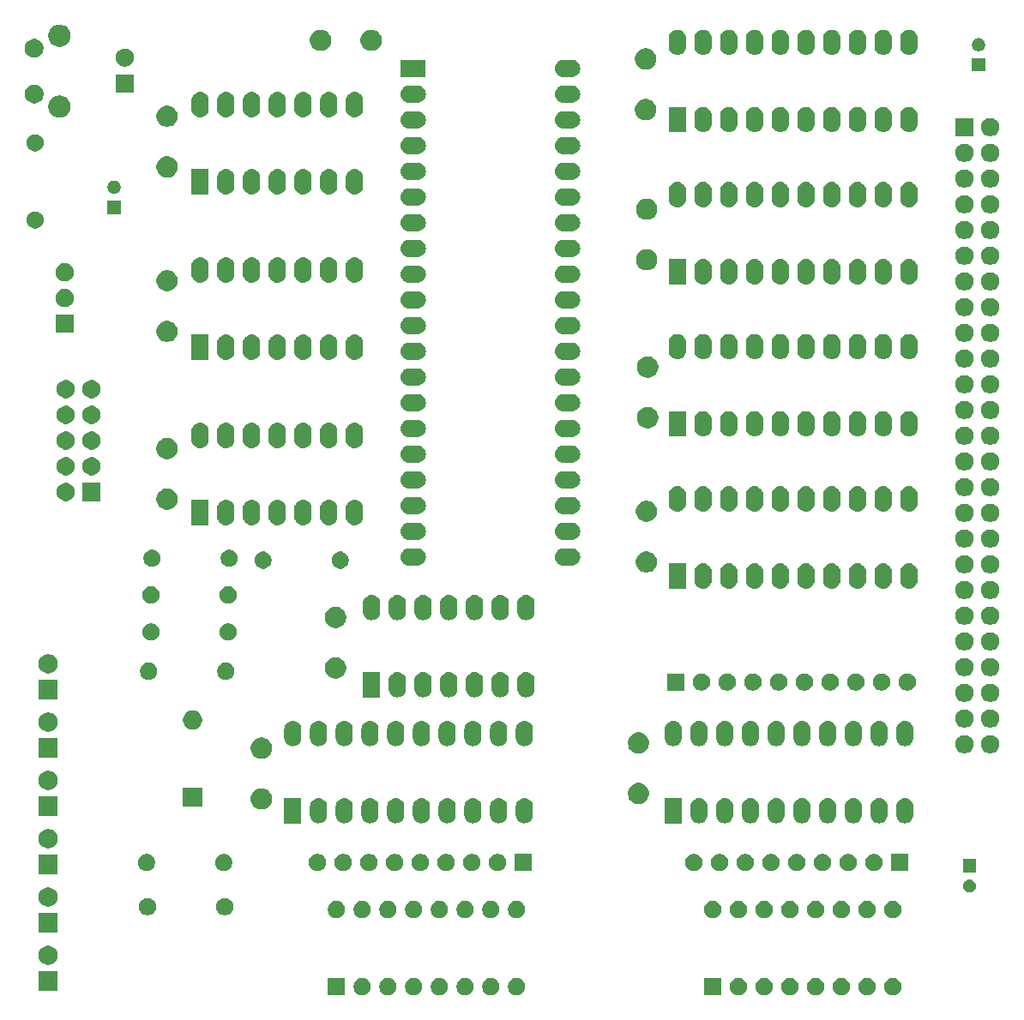
<source format=gbr>
G04 #@! TF.GenerationSoftware,KiCad,Pcbnew,(5.1.5)-3*
G04 #@! TF.CreationDate,2021-11-11T11:39:42-06:00*
G04 #@! TF.ProjectId,Z8065C02,5a383036-3543-4303-922e-6b696361645f,rev?*
G04 #@! TF.SameCoordinates,Original*
G04 #@! TF.FileFunction,Soldermask,Bot*
G04 #@! TF.FilePolarity,Negative*
%FSLAX46Y46*%
G04 Gerber Fmt 4.6, Leading zero omitted, Abs format (unit mm)*
G04 Created by KiCad (PCBNEW (5.1.5)-3) date 2021-11-11 11:39:42*
%MOMM*%
%LPD*%
G04 APERTURE LIST*
%ADD10C,0.100000*%
G04 APERTURE END LIST*
D10*
G36*
X156153228Y-128531703D02*
G01*
X156308100Y-128595853D01*
X156447481Y-128688985D01*
X156566015Y-128807519D01*
X156659147Y-128946900D01*
X156723297Y-129101772D01*
X156756000Y-129266184D01*
X156756000Y-129433816D01*
X156723297Y-129598228D01*
X156659147Y-129753100D01*
X156566015Y-129892481D01*
X156447481Y-130011015D01*
X156308100Y-130104147D01*
X156153228Y-130168297D01*
X155988816Y-130201000D01*
X155821184Y-130201000D01*
X155656772Y-130168297D01*
X155501900Y-130104147D01*
X155362519Y-130011015D01*
X155243985Y-129892481D01*
X155150853Y-129753100D01*
X155086703Y-129598228D01*
X155054000Y-129433816D01*
X155054000Y-129266184D01*
X155086703Y-129101772D01*
X155150853Y-128946900D01*
X155243985Y-128807519D01*
X155362519Y-128688985D01*
X155501900Y-128595853D01*
X155656772Y-128531703D01*
X155821184Y-128499000D01*
X155988816Y-128499000D01*
X156153228Y-128531703D01*
G37*
G36*
X101826000Y-130201000D02*
G01*
X100124000Y-130201000D01*
X100124000Y-128499000D01*
X101826000Y-128499000D01*
X101826000Y-130201000D01*
G37*
G36*
X138976000Y-130201000D02*
G01*
X137274000Y-130201000D01*
X137274000Y-128499000D01*
X138976000Y-128499000D01*
X138976000Y-130201000D01*
G37*
G36*
X140913228Y-128531703D02*
G01*
X141068100Y-128595853D01*
X141207481Y-128688985D01*
X141326015Y-128807519D01*
X141419147Y-128946900D01*
X141483297Y-129101772D01*
X141516000Y-129266184D01*
X141516000Y-129433816D01*
X141483297Y-129598228D01*
X141419147Y-129753100D01*
X141326015Y-129892481D01*
X141207481Y-130011015D01*
X141068100Y-130104147D01*
X140913228Y-130168297D01*
X140748816Y-130201000D01*
X140581184Y-130201000D01*
X140416772Y-130168297D01*
X140261900Y-130104147D01*
X140122519Y-130011015D01*
X140003985Y-129892481D01*
X139910853Y-129753100D01*
X139846703Y-129598228D01*
X139814000Y-129433816D01*
X139814000Y-129266184D01*
X139846703Y-129101772D01*
X139910853Y-128946900D01*
X140003985Y-128807519D01*
X140122519Y-128688985D01*
X140261900Y-128595853D01*
X140416772Y-128531703D01*
X140581184Y-128499000D01*
X140748816Y-128499000D01*
X140913228Y-128531703D01*
G37*
G36*
X143453228Y-128531703D02*
G01*
X143608100Y-128595853D01*
X143747481Y-128688985D01*
X143866015Y-128807519D01*
X143959147Y-128946900D01*
X144023297Y-129101772D01*
X144056000Y-129266184D01*
X144056000Y-129433816D01*
X144023297Y-129598228D01*
X143959147Y-129753100D01*
X143866015Y-129892481D01*
X143747481Y-130011015D01*
X143608100Y-130104147D01*
X143453228Y-130168297D01*
X143288816Y-130201000D01*
X143121184Y-130201000D01*
X142956772Y-130168297D01*
X142801900Y-130104147D01*
X142662519Y-130011015D01*
X142543985Y-129892481D01*
X142450853Y-129753100D01*
X142386703Y-129598228D01*
X142354000Y-129433816D01*
X142354000Y-129266184D01*
X142386703Y-129101772D01*
X142450853Y-128946900D01*
X142543985Y-128807519D01*
X142662519Y-128688985D01*
X142801900Y-128595853D01*
X142956772Y-128531703D01*
X143121184Y-128499000D01*
X143288816Y-128499000D01*
X143453228Y-128531703D01*
G37*
G36*
X145993228Y-128531703D02*
G01*
X146148100Y-128595853D01*
X146287481Y-128688985D01*
X146406015Y-128807519D01*
X146499147Y-128946900D01*
X146563297Y-129101772D01*
X146596000Y-129266184D01*
X146596000Y-129433816D01*
X146563297Y-129598228D01*
X146499147Y-129753100D01*
X146406015Y-129892481D01*
X146287481Y-130011015D01*
X146148100Y-130104147D01*
X145993228Y-130168297D01*
X145828816Y-130201000D01*
X145661184Y-130201000D01*
X145496772Y-130168297D01*
X145341900Y-130104147D01*
X145202519Y-130011015D01*
X145083985Y-129892481D01*
X144990853Y-129753100D01*
X144926703Y-129598228D01*
X144894000Y-129433816D01*
X144894000Y-129266184D01*
X144926703Y-129101772D01*
X144990853Y-128946900D01*
X145083985Y-128807519D01*
X145202519Y-128688985D01*
X145341900Y-128595853D01*
X145496772Y-128531703D01*
X145661184Y-128499000D01*
X145828816Y-128499000D01*
X145993228Y-128531703D01*
G37*
G36*
X148533228Y-128531703D02*
G01*
X148688100Y-128595853D01*
X148827481Y-128688985D01*
X148946015Y-128807519D01*
X149039147Y-128946900D01*
X149103297Y-129101772D01*
X149136000Y-129266184D01*
X149136000Y-129433816D01*
X149103297Y-129598228D01*
X149039147Y-129753100D01*
X148946015Y-129892481D01*
X148827481Y-130011015D01*
X148688100Y-130104147D01*
X148533228Y-130168297D01*
X148368816Y-130201000D01*
X148201184Y-130201000D01*
X148036772Y-130168297D01*
X147881900Y-130104147D01*
X147742519Y-130011015D01*
X147623985Y-129892481D01*
X147530853Y-129753100D01*
X147466703Y-129598228D01*
X147434000Y-129433816D01*
X147434000Y-129266184D01*
X147466703Y-129101772D01*
X147530853Y-128946900D01*
X147623985Y-128807519D01*
X147742519Y-128688985D01*
X147881900Y-128595853D01*
X148036772Y-128531703D01*
X148201184Y-128499000D01*
X148368816Y-128499000D01*
X148533228Y-128531703D01*
G37*
G36*
X151073228Y-128531703D02*
G01*
X151228100Y-128595853D01*
X151367481Y-128688985D01*
X151486015Y-128807519D01*
X151579147Y-128946900D01*
X151643297Y-129101772D01*
X151676000Y-129266184D01*
X151676000Y-129433816D01*
X151643297Y-129598228D01*
X151579147Y-129753100D01*
X151486015Y-129892481D01*
X151367481Y-130011015D01*
X151228100Y-130104147D01*
X151073228Y-130168297D01*
X150908816Y-130201000D01*
X150741184Y-130201000D01*
X150576772Y-130168297D01*
X150421900Y-130104147D01*
X150282519Y-130011015D01*
X150163985Y-129892481D01*
X150070853Y-129753100D01*
X150006703Y-129598228D01*
X149974000Y-129433816D01*
X149974000Y-129266184D01*
X150006703Y-129101772D01*
X150070853Y-128946900D01*
X150163985Y-128807519D01*
X150282519Y-128688985D01*
X150421900Y-128595853D01*
X150576772Y-128531703D01*
X150741184Y-128499000D01*
X150908816Y-128499000D01*
X151073228Y-128531703D01*
G37*
G36*
X153613228Y-128531703D02*
G01*
X153768100Y-128595853D01*
X153907481Y-128688985D01*
X154026015Y-128807519D01*
X154119147Y-128946900D01*
X154183297Y-129101772D01*
X154216000Y-129266184D01*
X154216000Y-129433816D01*
X154183297Y-129598228D01*
X154119147Y-129753100D01*
X154026015Y-129892481D01*
X153907481Y-130011015D01*
X153768100Y-130104147D01*
X153613228Y-130168297D01*
X153448816Y-130201000D01*
X153281184Y-130201000D01*
X153116772Y-130168297D01*
X152961900Y-130104147D01*
X152822519Y-130011015D01*
X152703985Y-129892481D01*
X152610853Y-129753100D01*
X152546703Y-129598228D01*
X152514000Y-129433816D01*
X152514000Y-129266184D01*
X152546703Y-129101772D01*
X152610853Y-128946900D01*
X152703985Y-128807519D01*
X152822519Y-128688985D01*
X152961900Y-128595853D01*
X153116772Y-128531703D01*
X153281184Y-128499000D01*
X153448816Y-128499000D01*
X153613228Y-128531703D01*
G37*
G36*
X106303228Y-128531703D02*
G01*
X106458100Y-128595853D01*
X106597481Y-128688985D01*
X106716015Y-128807519D01*
X106809147Y-128946900D01*
X106873297Y-129101772D01*
X106906000Y-129266184D01*
X106906000Y-129433816D01*
X106873297Y-129598228D01*
X106809147Y-129753100D01*
X106716015Y-129892481D01*
X106597481Y-130011015D01*
X106458100Y-130104147D01*
X106303228Y-130168297D01*
X106138816Y-130201000D01*
X105971184Y-130201000D01*
X105806772Y-130168297D01*
X105651900Y-130104147D01*
X105512519Y-130011015D01*
X105393985Y-129892481D01*
X105300853Y-129753100D01*
X105236703Y-129598228D01*
X105204000Y-129433816D01*
X105204000Y-129266184D01*
X105236703Y-129101772D01*
X105300853Y-128946900D01*
X105393985Y-128807519D01*
X105512519Y-128688985D01*
X105651900Y-128595853D01*
X105806772Y-128531703D01*
X105971184Y-128499000D01*
X106138816Y-128499000D01*
X106303228Y-128531703D01*
G37*
G36*
X108843228Y-128531703D02*
G01*
X108998100Y-128595853D01*
X109137481Y-128688985D01*
X109256015Y-128807519D01*
X109349147Y-128946900D01*
X109413297Y-129101772D01*
X109446000Y-129266184D01*
X109446000Y-129433816D01*
X109413297Y-129598228D01*
X109349147Y-129753100D01*
X109256015Y-129892481D01*
X109137481Y-130011015D01*
X108998100Y-130104147D01*
X108843228Y-130168297D01*
X108678816Y-130201000D01*
X108511184Y-130201000D01*
X108346772Y-130168297D01*
X108191900Y-130104147D01*
X108052519Y-130011015D01*
X107933985Y-129892481D01*
X107840853Y-129753100D01*
X107776703Y-129598228D01*
X107744000Y-129433816D01*
X107744000Y-129266184D01*
X107776703Y-129101772D01*
X107840853Y-128946900D01*
X107933985Y-128807519D01*
X108052519Y-128688985D01*
X108191900Y-128595853D01*
X108346772Y-128531703D01*
X108511184Y-128499000D01*
X108678816Y-128499000D01*
X108843228Y-128531703D01*
G37*
G36*
X111383228Y-128531703D02*
G01*
X111538100Y-128595853D01*
X111677481Y-128688985D01*
X111796015Y-128807519D01*
X111889147Y-128946900D01*
X111953297Y-129101772D01*
X111986000Y-129266184D01*
X111986000Y-129433816D01*
X111953297Y-129598228D01*
X111889147Y-129753100D01*
X111796015Y-129892481D01*
X111677481Y-130011015D01*
X111538100Y-130104147D01*
X111383228Y-130168297D01*
X111218816Y-130201000D01*
X111051184Y-130201000D01*
X110886772Y-130168297D01*
X110731900Y-130104147D01*
X110592519Y-130011015D01*
X110473985Y-129892481D01*
X110380853Y-129753100D01*
X110316703Y-129598228D01*
X110284000Y-129433816D01*
X110284000Y-129266184D01*
X110316703Y-129101772D01*
X110380853Y-128946900D01*
X110473985Y-128807519D01*
X110592519Y-128688985D01*
X110731900Y-128595853D01*
X110886772Y-128531703D01*
X111051184Y-128499000D01*
X111218816Y-128499000D01*
X111383228Y-128531703D01*
G37*
G36*
X113923228Y-128531703D02*
G01*
X114078100Y-128595853D01*
X114217481Y-128688985D01*
X114336015Y-128807519D01*
X114429147Y-128946900D01*
X114493297Y-129101772D01*
X114526000Y-129266184D01*
X114526000Y-129433816D01*
X114493297Y-129598228D01*
X114429147Y-129753100D01*
X114336015Y-129892481D01*
X114217481Y-130011015D01*
X114078100Y-130104147D01*
X113923228Y-130168297D01*
X113758816Y-130201000D01*
X113591184Y-130201000D01*
X113426772Y-130168297D01*
X113271900Y-130104147D01*
X113132519Y-130011015D01*
X113013985Y-129892481D01*
X112920853Y-129753100D01*
X112856703Y-129598228D01*
X112824000Y-129433816D01*
X112824000Y-129266184D01*
X112856703Y-129101772D01*
X112920853Y-128946900D01*
X113013985Y-128807519D01*
X113132519Y-128688985D01*
X113271900Y-128595853D01*
X113426772Y-128531703D01*
X113591184Y-128499000D01*
X113758816Y-128499000D01*
X113923228Y-128531703D01*
G37*
G36*
X116463228Y-128531703D02*
G01*
X116618100Y-128595853D01*
X116757481Y-128688985D01*
X116876015Y-128807519D01*
X116969147Y-128946900D01*
X117033297Y-129101772D01*
X117066000Y-129266184D01*
X117066000Y-129433816D01*
X117033297Y-129598228D01*
X116969147Y-129753100D01*
X116876015Y-129892481D01*
X116757481Y-130011015D01*
X116618100Y-130104147D01*
X116463228Y-130168297D01*
X116298816Y-130201000D01*
X116131184Y-130201000D01*
X115966772Y-130168297D01*
X115811900Y-130104147D01*
X115672519Y-130011015D01*
X115553985Y-129892481D01*
X115460853Y-129753100D01*
X115396703Y-129598228D01*
X115364000Y-129433816D01*
X115364000Y-129266184D01*
X115396703Y-129101772D01*
X115460853Y-128946900D01*
X115553985Y-128807519D01*
X115672519Y-128688985D01*
X115811900Y-128595853D01*
X115966772Y-128531703D01*
X116131184Y-128499000D01*
X116298816Y-128499000D01*
X116463228Y-128531703D01*
G37*
G36*
X119003228Y-128531703D02*
G01*
X119158100Y-128595853D01*
X119297481Y-128688985D01*
X119416015Y-128807519D01*
X119509147Y-128946900D01*
X119573297Y-129101772D01*
X119606000Y-129266184D01*
X119606000Y-129433816D01*
X119573297Y-129598228D01*
X119509147Y-129753100D01*
X119416015Y-129892481D01*
X119297481Y-130011015D01*
X119158100Y-130104147D01*
X119003228Y-130168297D01*
X118838816Y-130201000D01*
X118671184Y-130201000D01*
X118506772Y-130168297D01*
X118351900Y-130104147D01*
X118212519Y-130011015D01*
X118093985Y-129892481D01*
X118000853Y-129753100D01*
X117936703Y-129598228D01*
X117904000Y-129433816D01*
X117904000Y-129266184D01*
X117936703Y-129101772D01*
X118000853Y-128946900D01*
X118093985Y-128807519D01*
X118212519Y-128688985D01*
X118351900Y-128595853D01*
X118506772Y-128531703D01*
X118671184Y-128499000D01*
X118838816Y-128499000D01*
X119003228Y-128531703D01*
G37*
G36*
X103763228Y-128531703D02*
G01*
X103918100Y-128595853D01*
X104057481Y-128688985D01*
X104176015Y-128807519D01*
X104269147Y-128946900D01*
X104333297Y-129101772D01*
X104366000Y-129266184D01*
X104366000Y-129433816D01*
X104333297Y-129598228D01*
X104269147Y-129753100D01*
X104176015Y-129892481D01*
X104057481Y-130011015D01*
X103918100Y-130104147D01*
X103763228Y-130168297D01*
X103598816Y-130201000D01*
X103431184Y-130201000D01*
X103266772Y-130168297D01*
X103111900Y-130104147D01*
X102972519Y-130011015D01*
X102853985Y-129892481D01*
X102760853Y-129753100D01*
X102696703Y-129598228D01*
X102664000Y-129433816D01*
X102664000Y-129266184D01*
X102696703Y-129101772D01*
X102760853Y-128946900D01*
X102853985Y-128807519D01*
X102972519Y-128688985D01*
X103111900Y-128595853D01*
X103266772Y-128531703D01*
X103431184Y-128499000D01*
X103598816Y-128499000D01*
X103763228Y-128531703D01*
G37*
G36*
X73476000Y-129751000D02*
G01*
X71574000Y-129751000D01*
X71574000Y-127849000D01*
X73476000Y-127849000D01*
X73476000Y-129751000D01*
G37*
G36*
X72802395Y-125345546D02*
G01*
X72975466Y-125417234D01*
X72975467Y-125417235D01*
X73131227Y-125521310D01*
X73263690Y-125653773D01*
X73263691Y-125653775D01*
X73367766Y-125809534D01*
X73439454Y-125982605D01*
X73476000Y-126166333D01*
X73476000Y-126353667D01*
X73439454Y-126537395D01*
X73367766Y-126710466D01*
X73367765Y-126710467D01*
X73263690Y-126866227D01*
X73131227Y-126998690D01*
X73052818Y-127051081D01*
X72975466Y-127102766D01*
X72802395Y-127174454D01*
X72618667Y-127211000D01*
X72431333Y-127211000D01*
X72247605Y-127174454D01*
X72074534Y-127102766D01*
X71997182Y-127051081D01*
X71918773Y-126998690D01*
X71786310Y-126866227D01*
X71682235Y-126710467D01*
X71682234Y-126710466D01*
X71610546Y-126537395D01*
X71574000Y-126353667D01*
X71574000Y-126166333D01*
X71610546Y-125982605D01*
X71682234Y-125809534D01*
X71786309Y-125653775D01*
X71786310Y-125653773D01*
X71918773Y-125521310D01*
X72074533Y-125417235D01*
X72074534Y-125417234D01*
X72247605Y-125345546D01*
X72431333Y-125309000D01*
X72618667Y-125309000D01*
X72802395Y-125345546D01*
G37*
G36*
X73476000Y-123991000D02*
G01*
X71574000Y-123991000D01*
X71574000Y-122089000D01*
X73476000Y-122089000D01*
X73476000Y-123991000D01*
G37*
G36*
X103763228Y-120911703D02*
G01*
X103918100Y-120975853D01*
X104057481Y-121068985D01*
X104176015Y-121187519D01*
X104269147Y-121326900D01*
X104333297Y-121481772D01*
X104366000Y-121646184D01*
X104366000Y-121813816D01*
X104333297Y-121978228D01*
X104269147Y-122133100D01*
X104176015Y-122272481D01*
X104057481Y-122391015D01*
X103918100Y-122484147D01*
X103763228Y-122548297D01*
X103598816Y-122581000D01*
X103431184Y-122581000D01*
X103266772Y-122548297D01*
X103111900Y-122484147D01*
X102972519Y-122391015D01*
X102853985Y-122272481D01*
X102760853Y-122133100D01*
X102696703Y-121978228D01*
X102664000Y-121813816D01*
X102664000Y-121646184D01*
X102696703Y-121481772D01*
X102760853Y-121326900D01*
X102853985Y-121187519D01*
X102972519Y-121068985D01*
X103111900Y-120975853D01*
X103266772Y-120911703D01*
X103431184Y-120879000D01*
X103598816Y-120879000D01*
X103763228Y-120911703D01*
G37*
G36*
X113923228Y-120911703D02*
G01*
X114078100Y-120975853D01*
X114217481Y-121068985D01*
X114336015Y-121187519D01*
X114429147Y-121326900D01*
X114493297Y-121481772D01*
X114526000Y-121646184D01*
X114526000Y-121813816D01*
X114493297Y-121978228D01*
X114429147Y-122133100D01*
X114336015Y-122272481D01*
X114217481Y-122391015D01*
X114078100Y-122484147D01*
X113923228Y-122548297D01*
X113758816Y-122581000D01*
X113591184Y-122581000D01*
X113426772Y-122548297D01*
X113271900Y-122484147D01*
X113132519Y-122391015D01*
X113013985Y-122272481D01*
X112920853Y-122133100D01*
X112856703Y-121978228D01*
X112824000Y-121813816D01*
X112824000Y-121646184D01*
X112856703Y-121481772D01*
X112920853Y-121326900D01*
X113013985Y-121187519D01*
X113132519Y-121068985D01*
X113271900Y-120975853D01*
X113426772Y-120911703D01*
X113591184Y-120879000D01*
X113758816Y-120879000D01*
X113923228Y-120911703D01*
G37*
G36*
X119003228Y-120911703D02*
G01*
X119158100Y-120975853D01*
X119297481Y-121068985D01*
X119416015Y-121187519D01*
X119509147Y-121326900D01*
X119573297Y-121481772D01*
X119606000Y-121646184D01*
X119606000Y-121813816D01*
X119573297Y-121978228D01*
X119509147Y-122133100D01*
X119416015Y-122272481D01*
X119297481Y-122391015D01*
X119158100Y-122484147D01*
X119003228Y-122548297D01*
X118838816Y-122581000D01*
X118671184Y-122581000D01*
X118506772Y-122548297D01*
X118351900Y-122484147D01*
X118212519Y-122391015D01*
X118093985Y-122272481D01*
X118000853Y-122133100D01*
X117936703Y-121978228D01*
X117904000Y-121813816D01*
X117904000Y-121646184D01*
X117936703Y-121481772D01*
X118000853Y-121326900D01*
X118093985Y-121187519D01*
X118212519Y-121068985D01*
X118351900Y-120975853D01*
X118506772Y-120911703D01*
X118671184Y-120879000D01*
X118838816Y-120879000D01*
X119003228Y-120911703D01*
G37*
G36*
X111383228Y-120911703D02*
G01*
X111538100Y-120975853D01*
X111677481Y-121068985D01*
X111796015Y-121187519D01*
X111889147Y-121326900D01*
X111953297Y-121481772D01*
X111986000Y-121646184D01*
X111986000Y-121813816D01*
X111953297Y-121978228D01*
X111889147Y-122133100D01*
X111796015Y-122272481D01*
X111677481Y-122391015D01*
X111538100Y-122484147D01*
X111383228Y-122548297D01*
X111218816Y-122581000D01*
X111051184Y-122581000D01*
X110886772Y-122548297D01*
X110731900Y-122484147D01*
X110592519Y-122391015D01*
X110473985Y-122272481D01*
X110380853Y-122133100D01*
X110316703Y-121978228D01*
X110284000Y-121813816D01*
X110284000Y-121646184D01*
X110316703Y-121481772D01*
X110380853Y-121326900D01*
X110473985Y-121187519D01*
X110592519Y-121068985D01*
X110731900Y-120975853D01*
X110886772Y-120911703D01*
X111051184Y-120879000D01*
X111218816Y-120879000D01*
X111383228Y-120911703D01*
G37*
G36*
X138373228Y-120911703D02*
G01*
X138528100Y-120975853D01*
X138667481Y-121068985D01*
X138786015Y-121187519D01*
X138879147Y-121326900D01*
X138943297Y-121481772D01*
X138976000Y-121646184D01*
X138976000Y-121813816D01*
X138943297Y-121978228D01*
X138879147Y-122133100D01*
X138786015Y-122272481D01*
X138667481Y-122391015D01*
X138528100Y-122484147D01*
X138373228Y-122548297D01*
X138208816Y-122581000D01*
X138041184Y-122581000D01*
X137876772Y-122548297D01*
X137721900Y-122484147D01*
X137582519Y-122391015D01*
X137463985Y-122272481D01*
X137370853Y-122133100D01*
X137306703Y-121978228D01*
X137274000Y-121813816D01*
X137274000Y-121646184D01*
X137306703Y-121481772D01*
X137370853Y-121326900D01*
X137463985Y-121187519D01*
X137582519Y-121068985D01*
X137721900Y-120975853D01*
X137876772Y-120911703D01*
X138041184Y-120879000D01*
X138208816Y-120879000D01*
X138373228Y-120911703D01*
G37*
G36*
X108843228Y-120911703D02*
G01*
X108998100Y-120975853D01*
X109137481Y-121068985D01*
X109256015Y-121187519D01*
X109349147Y-121326900D01*
X109413297Y-121481772D01*
X109446000Y-121646184D01*
X109446000Y-121813816D01*
X109413297Y-121978228D01*
X109349147Y-122133100D01*
X109256015Y-122272481D01*
X109137481Y-122391015D01*
X108998100Y-122484147D01*
X108843228Y-122548297D01*
X108678816Y-122581000D01*
X108511184Y-122581000D01*
X108346772Y-122548297D01*
X108191900Y-122484147D01*
X108052519Y-122391015D01*
X107933985Y-122272481D01*
X107840853Y-122133100D01*
X107776703Y-121978228D01*
X107744000Y-121813816D01*
X107744000Y-121646184D01*
X107776703Y-121481772D01*
X107840853Y-121326900D01*
X107933985Y-121187519D01*
X108052519Y-121068985D01*
X108191900Y-120975853D01*
X108346772Y-120911703D01*
X108511184Y-120879000D01*
X108678816Y-120879000D01*
X108843228Y-120911703D01*
G37*
G36*
X140913228Y-120911703D02*
G01*
X141068100Y-120975853D01*
X141207481Y-121068985D01*
X141326015Y-121187519D01*
X141419147Y-121326900D01*
X141483297Y-121481772D01*
X141516000Y-121646184D01*
X141516000Y-121813816D01*
X141483297Y-121978228D01*
X141419147Y-122133100D01*
X141326015Y-122272481D01*
X141207481Y-122391015D01*
X141068100Y-122484147D01*
X140913228Y-122548297D01*
X140748816Y-122581000D01*
X140581184Y-122581000D01*
X140416772Y-122548297D01*
X140261900Y-122484147D01*
X140122519Y-122391015D01*
X140003985Y-122272481D01*
X139910853Y-122133100D01*
X139846703Y-121978228D01*
X139814000Y-121813816D01*
X139814000Y-121646184D01*
X139846703Y-121481772D01*
X139910853Y-121326900D01*
X140003985Y-121187519D01*
X140122519Y-121068985D01*
X140261900Y-120975853D01*
X140416772Y-120911703D01*
X140581184Y-120879000D01*
X140748816Y-120879000D01*
X140913228Y-120911703D01*
G37*
G36*
X106303228Y-120911703D02*
G01*
X106458100Y-120975853D01*
X106597481Y-121068985D01*
X106716015Y-121187519D01*
X106809147Y-121326900D01*
X106873297Y-121481772D01*
X106906000Y-121646184D01*
X106906000Y-121813816D01*
X106873297Y-121978228D01*
X106809147Y-122133100D01*
X106716015Y-122272481D01*
X106597481Y-122391015D01*
X106458100Y-122484147D01*
X106303228Y-122548297D01*
X106138816Y-122581000D01*
X105971184Y-122581000D01*
X105806772Y-122548297D01*
X105651900Y-122484147D01*
X105512519Y-122391015D01*
X105393985Y-122272481D01*
X105300853Y-122133100D01*
X105236703Y-121978228D01*
X105204000Y-121813816D01*
X105204000Y-121646184D01*
X105236703Y-121481772D01*
X105300853Y-121326900D01*
X105393985Y-121187519D01*
X105512519Y-121068985D01*
X105651900Y-120975853D01*
X105806772Y-120911703D01*
X105971184Y-120879000D01*
X106138816Y-120879000D01*
X106303228Y-120911703D01*
G37*
G36*
X143453228Y-120911703D02*
G01*
X143608100Y-120975853D01*
X143747481Y-121068985D01*
X143866015Y-121187519D01*
X143959147Y-121326900D01*
X144023297Y-121481772D01*
X144056000Y-121646184D01*
X144056000Y-121813816D01*
X144023297Y-121978228D01*
X143959147Y-122133100D01*
X143866015Y-122272481D01*
X143747481Y-122391015D01*
X143608100Y-122484147D01*
X143453228Y-122548297D01*
X143288816Y-122581000D01*
X143121184Y-122581000D01*
X142956772Y-122548297D01*
X142801900Y-122484147D01*
X142662519Y-122391015D01*
X142543985Y-122272481D01*
X142450853Y-122133100D01*
X142386703Y-121978228D01*
X142354000Y-121813816D01*
X142354000Y-121646184D01*
X142386703Y-121481772D01*
X142450853Y-121326900D01*
X142543985Y-121187519D01*
X142662519Y-121068985D01*
X142801900Y-120975853D01*
X142956772Y-120911703D01*
X143121184Y-120879000D01*
X143288816Y-120879000D01*
X143453228Y-120911703D01*
G37*
G36*
X116463228Y-120911703D02*
G01*
X116618100Y-120975853D01*
X116757481Y-121068985D01*
X116876015Y-121187519D01*
X116969147Y-121326900D01*
X117033297Y-121481772D01*
X117066000Y-121646184D01*
X117066000Y-121813816D01*
X117033297Y-121978228D01*
X116969147Y-122133100D01*
X116876015Y-122272481D01*
X116757481Y-122391015D01*
X116618100Y-122484147D01*
X116463228Y-122548297D01*
X116298816Y-122581000D01*
X116131184Y-122581000D01*
X115966772Y-122548297D01*
X115811900Y-122484147D01*
X115672519Y-122391015D01*
X115553985Y-122272481D01*
X115460853Y-122133100D01*
X115396703Y-121978228D01*
X115364000Y-121813816D01*
X115364000Y-121646184D01*
X115396703Y-121481772D01*
X115460853Y-121326900D01*
X115553985Y-121187519D01*
X115672519Y-121068985D01*
X115811900Y-120975853D01*
X115966772Y-120911703D01*
X116131184Y-120879000D01*
X116298816Y-120879000D01*
X116463228Y-120911703D01*
G37*
G36*
X101223228Y-120911703D02*
G01*
X101378100Y-120975853D01*
X101517481Y-121068985D01*
X101636015Y-121187519D01*
X101729147Y-121326900D01*
X101793297Y-121481772D01*
X101826000Y-121646184D01*
X101826000Y-121813816D01*
X101793297Y-121978228D01*
X101729147Y-122133100D01*
X101636015Y-122272481D01*
X101517481Y-122391015D01*
X101378100Y-122484147D01*
X101223228Y-122548297D01*
X101058816Y-122581000D01*
X100891184Y-122581000D01*
X100726772Y-122548297D01*
X100571900Y-122484147D01*
X100432519Y-122391015D01*
X100313985Y-122272481D01*
X100220853Y-122133100D01*
X100156703Y-121978228D01*
X100124000Y-121813816D01*
X100124000Y-121646184D01*
X100156703Y-121481772D01*
X100220853Y-121326900D01*
X100313985Y-121187519D01*
X100432519Y-121068985D01*
X100571900Y-120975853D01*
X100726772Y-120911703D01*
X100891184Y-120879000D01*
X101058816Y-120879000D01*
X101223228Y-120911703D01*
G37*
G36*
X148533228Y-120911703D02*
G01*
X148688100Y-120975853D01*
X148827481Y-121068985D01*
X148946015Y-121187519D01*
X149039147Y-121326900D01*
X149103297Y-121481772D01*
X149136000Y-121646184D01*
X149136000Y-121813816D01*
X149103297Y-121978228D01*
X149039147Y-122133100D01*
X148946015Y-122272481D01*
X148827481Y-122391015D01*
X148688100Y-122484147D01*
X148533228Y-122548297D01*
X148368816Y-122581000D01*
X148201184Y-122581000D01*
X148036772Y-122548297D01*
X147881900Y-122484147D01*
X147742519Y-122391015D01*
X147623985Y-122272481D01*
X147530853Y-122133100D01*
X147466703Y-121978228D01*
X147434000Y-121813816D01*
X147434000Y-121646184D01*
X147466703Y-121481772D01*
X147530853Y-121326900D01*
X147623985Y-121187519D01*
X147742519Y-121068985D01*
X147881900Y-120975853D01*
X148036772Y-120911703D01*
X148201184Y-120879000D01*
X148368816Y-120879000D01*
X148533228Y-120911703D01*
G37*
G36*
X151073228Y-120911703D02*
G01*
X151228100Y-120975853D01*
X151367481Y-121068985D01*
X151486015Y-121187519D01*
X151579147Y-121326900D01*
X151643297Y-121481772D01*
X151676000Y-121646184D01*
X151676000Y-121813816D01*
X151643297Y-121978228D01*
X151579147Y-122133100D01*
X151486015Y-122272481D01*
X151367481Y-122391015D01*
X151228100Y-122484147D01*
X151073228Y-122548297D01*
X150908816Y-122581000D01*
X150741184Y-122581000D01*
X150576772Y-122548297D01*
X150421900Y-122484147D01*
X150282519Y-122391015D01*
X150163985Y-122272481D01*
X150070853Y-122133100D01*
X150006703Y-121978228D01*
X149974000Y-121813816D01*
X149974000Y-121646184D01*
X150006703Y-121481772D01*
X150070853Y-121326900D01*
X150163985Y-121187519D01*
X150282519Y-121068985D01*
X150421900Y-120975853D01*
X150576772Y-120911703D01*
X150741184Y-120879000D01*
X150908816Y-120879000D01*
X151073228Y-120911703D01*
G37*
G36*
X153613228Y-120911703D02*
G01*
X153768100Y-120975853D01*
X153907481Y-121068985D01*
X154026015Y-121187519D01*
X154119147Y-121326900D01*
X154183297Y-121481772D01*
X154216000Y-121646184D01*
X154216000Y-121813816D01*
X154183297Y-121978228D01*
X154119147Y-122133100D01*
X154026015Y-122272481D01*
X153907481Y-122391015D01*
X153768100Y-122484147D01*
X153613228Y-122548297D01*
X153448816Y-122581000D01*
X153281184Y-122581000D01*
X153116772Y-122548297D01*
X152961900Y-122484147D01*
X152822519Y-122391015D01*
X152703985Y-122272481D01*
X152610853Y-122133100D01*
X152546703Y-121978228D01*
X152514000Y-121813816D01*
X152514000Y-121646184D01*
X152546703Y-121481772D01*
X152610853Y-121326900D01*
X152703985Y-121187519D01*
X152822519Y-121068985D01*
X152961900Y-120975853D01*
X153116772Y-120911703D01*
X153281184Y-120879000D01*
X153448816Y-120879000D01*
X153613228Y-120911703D01*
G37*
G36*
X156153228Y-120911703D02*
G01*
X156308100Y-120975853D01*
X156447481Y-121068985D01*
X156566015Y-121187519D01*
X156659147Y-121326900D01*
X156723297Y-121481772D01*
X156756000Y-121646184D01*
X156756000Y-121813816D01*
X156723297Y-121978228D01*
X156659147Y-122133100D01*
X156566015Y-122272481D01*
X156447481Y-122391015D01*
X156308100Y-122484147D01*
X156153228Y-122548297D01*
X155988816Y-122581000D01*
X155821184Y-122581000D01*
X155656772Y-122548297D01*
X155501900Y-122484147D01*
X155362519Y-122391015D01*
X155243985Y-122272481D01*
X155150853Y-122133100D01*
X155086703Y-121978228D01*
X155054000Y-121813816D01*
X155054000Y-121646184D01*
X155086703Y-121481772D01*
X155150853Y-121326900D01*
X155243985Y-121187519D01*
X155362519Y-121068985D01*
X155501900Y-120975853D01*
X155656772Y-120911703D01*
X155821184Y-120879000D01*
X155988816Y-120879000D01*
X156153228Y-120911703D01*
G37*
G36*
X145993228Y-120911703D02*
G01*
X146148100Y-120975853D01*
X146287481Y-121068985D01*
X146406015Y-121187519D01*
X146499147Y-121326900D01*
X146563297Y-121481772D01*
X146596000Y-121646184D01*
X146596000Y-121813816D01*
X146563297Y-121978228D01*
X146499147Y-122133100D01*
X146406015Y-122272481D01*
X146287481Y-122391015D01*
X146148100Y-122484147D01*
X145993228Y-122548297D01*
X145828816Y-122581000D01*
X145661184Y-122581000D01*
X145496772Y-122548297D01*
X145341900Y-122484147D01*
X145202519Y-122391015D01*
X145083985Y-122272481D01*
X144990853Y-122133100D01*
X144926703Y-121978228D01*
X144894000Y-121813816D01*
X144894000Y-121646184D01*
X144926703Y-121481772D01*
X144990853Y-121326900D01*
X145083985Y-121187519D01*
X145202519Y-121068985D01*
X145341900Y-120975853D01*
X145496772Y-120911703D01*
X145661184Y-120879000D01*
X145828816Y-120879000D01*
X145993228Y-120911703D01*
G37*
G36*
X90198228Y-120631703D02*
G01*
X90353100Y-120695853D01*
X90492481Y-120788985D01*
X90611015Y-120907519D01*
X90704147Y-121046900D01*
X90768297Y-121201772D01*
X90801000Y-121366184D01*
X90801000Y-121533816D01*
X90768297Y-121698228D01*
X90704147Y-121853100D01*
X90611015Y-121992481D01*
X90492481Y-122111015D01*
X90353100Y-122204147D01*
X90198228Y-122268297D01*
X90033816Y-122301000D01*
X89866184Y-122301000D01*
X89701772Y-122268297D01*
X89546900Y-122204147D01*
X89407519Y-122111015D01*
X89288985Y-121992481D01*
X89195853Y-121853100D01*
X89131703Y-121698228D01*
X89099000Y-121533816D01*
X89099000Y-121366184D01*
X89131703Y-121201772D01*
X89195853Y-121046900D01*
X89288985Y-120907519D01*
X89407519Y-120788985D01*
X89546900Y-120695853D01*
X89701772Y-120631703D01*
X89866184Y-120599000D01*
X90033816Y-120599000D01*
X90198228Y-120631703D01*
G37*
G36*
X82578228Y-120631703D02*
G01*
X82733100Y-120695853D01*
X82872481Y-120788985D01*
X82991015Y-120907519D01*
X83084147Y-121046900D01*
X83148297Y-121201772D01*
X83181000Y-121366184D01*
X83181000Y-121533816D01*
X83148297Y-121698228D01*
X83084147Y-121853100D01*
X82991015Y-121992481D01*
X82872481Y-122111015D01*
X82733100Y-122204147D01*
X82578228Y-122268297D01*
X82413816Y-122301000D01*
X82246184Y-122301000D01*
X82081772Y-122268297D01*
X81926900Y-122204147D01*
X81787519Y-122111015D01*
X81668985Y-121992481D01*
X81575853Y-121853100D01*
X81511703Y-121698228D01*
X81479000Y-121533816D01*
X81479000Y-121366184D01*
X81511703Y-121201772D01*
X81575853Y-121046900D01*
X81668985Y-120907519D01*
X81787519Y-120788985D01*
X81926900Y-120695853D01*
X82081772Y-120631703D01*
X82246184Y-120599000D01*
X82413816Y-120599000D01*
X82578228Y-120631703D01*
G37*
G36*
X72802395Y-119585546D02*
G01*
X72975466Y-119657234D01*
X72975467Y-119657235D01*
X73131227Y-119761310D01*
X73263690Y-119893773D01*
X73263691Y-119893775D01*
X73367766Y-120049534D01*
X73439454Y-120222605D01*
X73476000Y-120406333D01*
X73476000Y-120593667D01*
X73439454Y-120777395D01*
X73367766Y-120950466D01*
X73350803Y-120975853D01*
X73263690Y-121106227D01*
X73131227Y-121238690D01*
X73052818Y-121291081D01*
X72975466Y-121342766D01*
X72802395Y-121414454D01*
X72618667Y-121451000D01*
X72431333Y-121451000D01*
X72247605Y-121414454D01*
X72074534Y-121342766D01*
X71997182Y-121291081D01*
X71918773Y-121238690D01*
X71786310Y-121106227D01*
X71699197Y-120975853D01*
X71682234Y-120950466D01*
X71610546Y-120777395D01*
X71574000Y-120593667D01*
X71574000Y-120406333D01*
X71610546Y-120222605D01*
X71682234Y-120049534D01*
X71786309Y-119893775D01*
X71786310Y-119893773D01*
X71918773Y-119761310D01*
X72074533Y-119657235D01*
X72074534Y-119657234D01*
X72247605Y-119585546D01*
X72431333Y-119549000D01*
X72618667Y-119549000D01*
X72802395Y-119585546D01*
G37*
G36*
X163664890Y-118774017D02*
G01*
X163783364Y-118823091D01*
X163889988Y-118894335D01*
X163980665Y-118985012D01*
X164051909Y-119091636D01*
X164100983Y-119210110D01*
X164126000Y-119335882D01*
X164126000Y-119464118D01*
X164100983Y-119589890D01*
X164051909Y-119708364D01*
X163980665Y-119814988D01*
X163889988Y-119905665D01*
X163783364Y-119976909D01*
X163783363Y-119976910D01*
X163783362Y-119976910D01*
X163664890Y-120025983D01*
X163539119Y-120051000D01*
X163410881Y-120051000D01*
X163285110Y-120025983D01*
X163166638Y-119976910D01*
X163166637Y-119976910D01*
X163166636Y-119976909D01*
X163060012Y-119905665D01*
X162969335Y-119814988D01*
X162898091Y-119708364D01*
X162849017Y-119589890D01*
X162824000Y-119464118D01*
X162824000Y-119335882D01*
X162849017Y-119210110D01*
X162898091Y-119091636D01*
X162969335Y-118985012D01*
X163060012Y-118894335D01*
X163166636Y-118823091D01*
X163285110Y-118774017D01*
X163410881Y-118749000D01*
X163539119Y-118749000D01*
X163664890Y-118774017D01*
G37*
G36*
X73476000Y-118231000D02*
G01*
X71574000Y-118231000D01*
X71574000Y-116329000D01*
X73476000Y-116329000D01*
X73476000Y-118231000D01*
G37*
G36*
X164126000Y-118051000D02*
G01*
X162824000Y-118051000D01*
X162824000Y-116749000D01*
X164126000Y-116749000D01*
X164126000Y-118051000D01*
G37*
G36*
X90098228Y-116281703D02*
G01*
X90253100Y-116345853D01*
X90392481Y-116438985D01*
X90511015Y-116557519D01*
X90604147Y-116696900D01*
X90668297Y-116851772D01*
X90701000Y-117016184D01*
X90701000Y-117183816D01*
X90668297Y-117348228D01*
X90604147Y-117503100D01*
X90511015Y-117642481D01*
X90392481Y-117761015D01*
X90253100Y-117854147D01*
X90098228Y-117918297D01*
X89933816Y-117951000D01*
X89766184Y-117951000D01*
X89601772Y-117918297D01*
X89446900Y-117854147D01*
X89307519Y-117761015D01*
X89188985Y-117642481D01*
X89095853Y-117503100D01*
X89031703Y-117348228D01*
X88999000Y-117183816D01*
X88999000Y-117016184D01*
X89031703Y-116851772D01*
X89095853Y-116696900D01*
X89188985Y-116557519D01*
X89307519Y-116438985D01*
X89446900Y-116345853D01*
X89601772Y-116281703D01*
X89766184Y-116249000D01*
X89933816Y-116249000D01*
X90098228Y-116281703D01*
G37*
G36*
X82478228Y-116281703D02*
G01*
X82633100Y-116345853D01*
X82772481Y-116438985D01*
X82891015Y-116557519D01*
X82984147Y-116696900D01*
X83048297Y-116851772D01*
X83081000Y-117016184D01*
X83081000Y-117183816D01*
X83048297Y-117348228D01*
X82984147Y-117503100D01*
X82891015Y-117642481D01*
X82772481Y-117761015D01*
X82633100Y-117854147D01*
X82478228Y-117918297D01*
X82313816Y-117951000D01*
X82146184Y-117951000D01*
X81981772Y-117918297D01*
X81826900Y-117854147D01*
X81687519Y-117761015D01*
X81568985Y-117642481D01*
X81475853Y-117503100D01*
X81411703Y-117348228D01*
X81379000Y-117183816D01*
X81379000Y-117016184D01*
X81411703Y-116851772D01*
X81475853Y-116696900D01*
X81568985Y-116557519D01*
X81687519Y-116438985D01*
X81826900Y-116345853D01*
X81981772Y-116281703D01*
X82146184Y-116249000D01*
X82313816Y-116249000D01*
X82478228Y-116281703D01*
G37*
G36*
X154283228Y-116269703D02*
G01*
X154438100Y-116333853D01*
X154577481Y-116426985D01*
X154696015Y-116545519D01*
X154789147Y-116684900D01*
X154853297Y-116839772D01*
X154886000Y-117004184D01*
X154886000Y-117171816D01*
X154853297Y-117336228D01*
X154789147Y-117491100D01*
X154696015Y-117630481D01*
X154577481Y-117749015D01*
X154438100Y-117842147D01*
X154283228Y-117906297D01*
X154118816Y-117939000D01*
X153951184Y-117939000D01*
X153786772Y-117906297D01*
X153631900Y-117842147D01*
X153492519Y-117749015D01*
X153373985Y-117630481D01*
X153280853Y-117491100D01*
X153216703Y-117336228D01*
X153184000Y-117171816D01*
X153184000Y-117004184D01*
X153216703Y-116839772D01*
X153280853Y-116684900D01*
X153373985Y-116545519D01*
X153492519Y-116426985D01*
X153631900Y-116333853D01*
X153786772Y-116269703D01*
X153951184Y-116237000D01*
X154118816Y-116237000D01*
X154283228Y-116269703D01*
G37*
G36*
X157426000Y-117939000D02*
G01*
X155724000Y-117939000D01*
X155724000Y-116237000D01*
X157426000Y-116237000D01*
X157426000Y-117939000D01*
G37*
G36*
X109513228Y-116269703D02*
G01*
X109668100Y-116333853D01*
X109807481Y-116426985D01*
X109926015Y-116545519D01*
X110019147Y-116684900D01*
X110083297Y-116839772D01*
X110116000Y-117004184D01*
X110116000Y-117171816D01*
X110083297Y-117336228D01*
X110019147Y-117491100D01*
X109926015Y-117630481D01*
X109807481Y-117749015D01*
X109668100Y-117842147D01*
X109513228Y-117906297D01*
X109348816Y-117939000D01*
X109181184Y-117939000D01*
X109016772Y-117906297D01*
X108861900Y-117842147D01*
X108722519Y-117749015D01*
X108603985Y-117630481D01*
X108510853Y-117491100D01*
X108446703Y-117336228D01*
X108414000Y-117171816D01*
X108414000Y-117004184D01*
X108446703Y-116839772D01*
X108510853Y-116684900D01*
X108603985Y-116545519D01*
X108722519Y-116426985D01*
X108861900Y-116333853D01*
X109016772Y-116269703D01*
X109181184Y-116237000D01*
X109348816Y-116237000D01*
X109513228Y-116269703D01*
G37*
G36*
X99353228Y-116269703D02*
G01*
X99508100Y-116333853D01*
X99647481Y-116426985D01*
X99766015Y-116545519D01*
X99859147Y-116684900D01*
X99923297Y-116839772D01*
X99956000Y-117004184D01*
X99956000Y-117171816D01*
X99923297Y-117336228D01*
X99859147Y-117491100D01*
X99766015Y-117630481D01*
X99647481Y-117749015D01*
X99508100Y-117842147D01*
X99353228Y-117906297D01*
X99188816Y-117939000D01*
X99021184Y-117939000D01*
X98856772Y-117906297D01*
X98701900Y-117842147D01*
X98562519Y-117749015D01*
X98443985Y-117630481D01*
X98350853Y-117491100D01*
X98286703Y-117336228D01*
X98254000Y-117171816D01*
X98254000Y-117004184D01*
X98286703Y-116839772D01*
X98350853Y-116684900D01*
X98443985Y-116545519D01*
X98562519Y-116426985D01*
X98701900Y-116333853D01*
X98856772Y-116269703D01*
X99021184Y-116237000D01*
X99188816Y-116237000D01*
X99353228Y-116269703D01*
G37*
G36*
X101893228Y-116269703D02*
G01*
X102048100Y-116333853D01*
X102187481Y-116426985D01*
X102306015Y-116545519D01*
X102399147Y-116684900D01*
X102463297Y-116839772D01*
X102496000Y-117004184D01*
X102496000Y-117171816D01*
X102463297Y-117336228D01*
X102399147Y-117491100D01*
X102306015Y-117630481D01*
X102187481Y-117749015D01*
X102048100Y-117842147D01*
X101893228Y-117906297D01*
X101728816Y-117939000D01*
X101561184Y-117939000D01*
X101396772Y-117906297D01*
X101241900Y-117842147D01*
X101102519Y-117749015D01*
X100983985Y-117630481D01*
X100890853Y-117491100D01*
X100826703Y-117336228D01*
X100794000Y-117171816D01*
X100794000Y-117004184D01*
X100826703Y-116839772D01*
X100890853Y-116684900D01*
X100983985Y-116545519D01*
X101102519Y-116426985D01*
X101241900Y-116333853D01*
X101396772Y-116269703D01*
X101561184Y-116237000D01*
X101728816Y-116237000D01*
X101893228Y-116269703D01*
G37*
G36*
X104433228Y-116269703D02*
G01*
X104588100Y-116333853D01*
X104727481Y-116426985D01*
X104846015Y-116545519D01*
X104939147Y-116684900D01*
X105003297Y-116839772D01*
X105036000Y-117004184D01*
X105036000Y-117171816D01*
X105003297Y-117336228D01*
X104939147Y-117491100D01*
X104846015Y-117630481D01*
X104727481Y-117749015D01*
X104588100Y-117842147D01*
X104433228Y-117906297D01*
X104268816Y-117939000D01*
X104101184Y-117939000D01*
X103936772Y-117906297D01*
X103781900Y-117842147D01*
X103642519Y-117749015D01*
X103523985Y-117630481D01*
X103430853Y-117491100D01*
X103366703Y-117336228D01*
X103334000Y-117171816D01*
X103334000Y-117004184D01*
X103366703Y-116839772D01*
X103430853Y-116684900D01*
X103523985Y-116545519D01*
X103642519Y-116426985D01*
X103781900Y-116333853D01*
X103936772Y-116269703D01*
X104101184Y-116237000D01*
X104268816Y-116237000D01*
X104433228Y-116269703D01*
G37*
G36*
X106973228Y-116269703D02*
G01*
X107128100Y-116333853D01*
X107267481Y-116426985D01*
X107386015Y-116545519D01*
X107479147Y-116684900D01*
X107543297Y-116839772D01*
X107576000Y-117004184D01*
X107576000Y-117171816D01*
X107543297Y-117336228D01*
X107479147Y-117491100D01*
X107386015Y-117630481D01*
X107267481Y-117749015D01*
X107128100Y-117842147D01*
X106973228Y-117906297D01*
X106808816Y-117939000D01*
X106641184Y-117939000D01*
X106476772Y-117906297D01*
X106321900Y-117842147D01*
X106182519Y-117749015D01*
X106063985Y-117630481D01*
X105970853Y-117491100D01*
X105906703Y-117336228D01*
X105874000Y-117171816D01*
X105874000Y-117004184D01*
X105906703Y-116839772D01*
X105970853Y-116684900D01*
X106063985Y-116545519D01*
X106182519Y-116426985D01*
X106321900Y-116333853D01*
X106476772Y-116269703D01*
X106641184Y-116237000D01*
X106808816Y-116237000D01*
X106973228Y-116269703D01*
G37*
G36*
X112053228Y-116269703D02*
G01*
X112208100Y-116333853D01*
X112347481Y-116426985D01*
X112466015Y-116545519D01*
X112559147Y-116684900D01*
X112623297Y-116839772D01*
X112656000Y-117004184D01*
X112656000Y-117171816D01*
X112623297Y-117336228D01*
X112559147Y-117491100D01*
X112466015Y-117630481D01*
X112347481Y-117749015D01*
X112208100Y-117842147D01*
X112053228Y-117906297D01*
X111888816Y-117939000D01*
X111721184Y-117939000D01*
X111556772Y-117906297D01*
X111401900Y-117842147D01*
X111262519Y-117749015D01*
X111143985Y-117630481D01*
X111050853Y-117491100D01*
X110986703Y-117336228D01*
X110954000Y-117171816D01*
X110954000Y-117004184D01*
X110986703Y-116839772D01*
X111050853Y-116684900D01*
X111143985Y-116545519D01*
X111262519Y-116426985D01*
X111401900Y-116333853D01*
X111556772Y-116269703D01*
X111721184Y-116237000D01*
X111888816Y-116237000D01*
X112053228Y-116269703D01*
G37*
G36*
X149203228Y-116269703D02*
G01*
X149358100Y-116333853D01*
X149497481Y-116426985D01*
X149616015Y-116545519D01*
X149709147Y-116684900D01*
X149773297Y-116839772D01*
X149806000Y-117004184D01*
X149806000Y-117171816D01*
X149773297Y-117336228D01*
X149709147Y-117491100D01*
X149616015Y-117630481D01*
X149497481Y-117749015D01*
X149358100Y-117842147D01*
X149203228Y-117906297D01*
X149038816Y-117939000D01*
X148871184Y-117939000D01*
X148706772Y-117906297D01*
X148551900Y-117842147D01*
X148412519Y-117749015D01*
X148293985Y-117630481D01*
X148200853Y-117491100D01*
X148136703Y-117336228D01*
X148104000Y-117171816D01*
X148104000Y-117004184D01*
X148136703Y-116839772D01*
X148200853Y-116684900D01*
X148293985Y-116545519D01*
X148412519Y-116426985D01*
X148551900Y-116333853D01*
X148706772Y-116269703D01*
X148871184Y-116237000D01*
X149038816Y-116237000D01*
X149203228Y-116269703D01*
G37*
G36*
X151743228Y-116269703D02*
G01*
X151898100Y-116333853D01*
X152037481Y-116426985D01*
X152156015Y-116545519D01*
X152249147Y-116684900D01*
X152313297Y-116839772D01*
X152346000Y-117004184D01*
X152346000Y-117171816D01*
X152313297Y-117336228D01*
X152249147Y-117491100D01*
X152156015Y-117630481D01*
X152037481Y-117749015D01*
X151898100Y-117842147D01*
X151743228Y-117906297D01*
X151578816Y-117939000D01*
X151411184Y-117939000D01*
X151246772Y-117906297D01*
X151091900Y-117842147D01*
X150952519Y-117749015D01*
X150833985Y-117630481D01*
X150740853Y-117491100D01*
X150676703Y-117336228D01*
X150644000Y-117171816D01*
X150644000Y-117004184D01*
X150676703Y-116839772D01*
X150740853Y-116684900D01*
X150833985Y-116545519D01*
X150952519Y-116426985D01*
X151091900Y-116333853D01*
X151246772Y-116269703D01*
X151411184Y-116237000D01*
X151578816Y-116237000D01*
X151743228Y-116269703D01*
G37*
G36*
X146663228Y-116269703D02*
G01*
X146818100Y-116333853D01*
X146957481Y-116426985D01*
X147076015Y-116545519D01*
X147169147Y-116684900D01*
X147233297Y-116839772D01*
X147266000Y-117004184D01*
X147266000Y-117171816D01*
X147233297Y-117336228D01*
X147169147Y-117491100D01*
X147076015Y-117630481D01*
X146957481Y-117749015D01*
X146818100Y-117842147D01*
X146663228Y-117906297D01*
X146498816Y-117939000D01*
X146331184Y-117939000D01*
X146166772Y-117906297D01*
X146011900Y-117842147D01*
X145872519Y-117749015D01*
X145753985Y-117630481D01*
X145660853Y-117491100D01*
X145596703Y-117336228D01*
X145564000Y-117171816D01*
X145564000Y-117004184D01*
X145596703Y-116839772D01*
X145660853Y-116684900D01*
X145753985Y-116545519D01*
X145872519Y-116426985D01*
X146011900Y-116333853D01*
X146166772Y-116269703D01*
X146331184Y-116237000D01*
X146498816Y-116237000D01*
X146663228Y-116269703D01*
G37*
G36*
X144123228Y-116269703D02*
G01*
X144278100Y-116333853D01*
X144417481Y-116426985D01*
X144536015Y-116545519D01*
X144629147Y-116684900D01*
X144693297Y-116839772D01*
X144726000Y-117004184D01*
X144726000Y-117171816D01*
X144693297Y-117336228D01*
X144629147Y-117491100D01*
X144536015Y-117630481D01*
X144417481Y-117749015D01*
X144278100Y-117842147D01*
X144123228Y-117906297D01*
X143958816Y-117939000D01*
X143791184Y-117939000D01*
X143626772Y-117906297D01*
X143471900Y-117842147D01*
X143332519Y-117749015D01*
X143213985Y-117630481D01*
X143120853Y-117491100D01*
X143056703Y-117336228D01*
X143024000Y-117171816D01*
X143024000Y-117004184D01*
X143056703Y-116839772D01*
X143120853Y-116684900D01*
X143213985Y-116545519D01*
X143332519Y-116426985D01*
X143471900Y-116333853D01*
X143626772Y-116269703D01*
X143791184Y-116237000D01*
X143958816Y-116237000D01*
X144123228Y-116269703D01*
G37*
G36*
X141583228Y-116269703D02*
G01*
X141738100Y-116333853D01*
X141877481Y-116426985D01*
X141996015Y-116545519D01*
X142089147Y-116684900D01*
X142153297Y-116839772D01*
X142186000Y-117004184D01*
X142186000Y-117171816D01*
X142153297Y-117336228D01*
X142089147Y-117491100D01*
X141996015Y-117630481D01*
X141877481Y-117749015D01*
X141738100Y-117842147D01*
X141583228Y-117906297D01*
X141418816Y-117939000D01*
X141251184Y-117939000D01*
X141086772Y-117906297D01*
X140931900Y-117842147D01*
X140792519Y-117749015D01*
X140673985Y-117630481D01*
X140580853Y-117491100D01*
X140516703Y-117336228D01*
X140484000Y-117171816D01*
X140484000Y-117004184D01*
X140516703Y-116839772D01*
X140580853Y-116684900D01*
X140673985Y-116545519D01*
X140792519Y-116426985D01*
X140931900Y-116333853D01*
X141086772Y-116269703D01*
X141251184Y-116237000D01*
X141418816Y-116237000D01*
X141583228Y-116269703D01*
G37*
G36*
X139043228Y-116269703D02*
G01*
X139198100Y-116333853D01*
X139337481Y-116426985D01*
X139456015Y-116545519D01*
X139549147Y-116684900D01*
X139613297Y-116839772D01*
X139646000Y-117004184D01*
X139646000Y-117171816D01*
X139613297Y-117336228D01*
X139549147Y-117491100D01*
X139456015Y-117630481D01*
X139337481Y-117749015D01*
X139198100Y-117842147D01*
X139043228Y-117906297D01*
X138878816Y-117939000D01*
X138711184Y-117939000D01*
X138546772Y-117906297D01*
X138391900Y-117842147D01*
X138252519Y-117749015D01*
X138133985Y-117630481D01*
X138040853Y-117491100D01*
X137976703Y-117336228D01*
X137944000Y-117171816D01*
X137944000Y-117004184D01*
X137976703Y-116839772D01*
X138040853Y-116684900D01*
X138133985Y-116545519D01*
X138252519Y-116426985D01*
X138391900Y-116333853D01*
X138546772Y-116269703D01*
X138711184Y-116237000D01*
X138878816Y-116237000D01*
X139043228Y-116269703D01*
G37*
G36*
X136503228Y-116269703D02*
G01*
X136658100Y-116333853D01*
X136797481Y-116426985D01*
X136916015Y-116545519D01*
X137009147Y-116684900D01*
X137073297Y-116839772D01*
X137106000Y-117004184D01*
X137106000Y-117171816D01*
X137073297Y-117336228D01*
X137009147Y-117491100D01*
X136916015Y-117630481D01*
X136797481Y-117749015D01*
X136658100Y-117842147D01*
X136503228Y-117906297D01*
X136338816Y-117939000D01*
X136171184Y-117939000D01*
X136006772Y-117906297D01*
X135851900Y-117842147D01*
X135712519Y-117749015D01*
X135593985Y-117630481D01*
X135500853Y-117491100D01*
X135436703Y-117336228D01*
X135404000Y-117171816D01*
X135404000Y-117004184D01*
X135436703Y-116839772D01*
X135500853Y-116684900D01*
X135593985Y-116545519D01*
X135712519Y-116426985D01*
X135851900Y-116333853D01*
X136006772Y-116269703D01*
X136171184Y-116237000D01*
X136338816Y-116237000D01*
X136503228Y-116269703D01*
G37*
G36*
X120276000Y-117939000D02*
G01*
X118574000Y-117939000D01*
X118574000Y-116237000D01*
X120276000Y-116237000D01*
X120276000Y-117939000D01*
G37*
G36*
X117133228Y-116269703D02*
G01*
X117288100Y-116333853D01*
X117427481Y-116426985D01*
X117546015Y-116545519D01*
X117639147Y-116684900D01*
X117703297Y-116839772D01*
X117736000Y-117004184D01*
X117736000Y-117171816D01*
X117703297Y-117336228D01*
X117639147Y-117491100D01*
X117546015Y-117630481D01*
X117427481Y-117749015D01*
X117288100Y-117842147D01*
X117133228Y-117906297D01*
X116968816Y-117939000D01*
X116801184Y-117939000D01*
X116636772Y-117906297D01*
X116481900Y-117842147D01*
X116342519Y-117749015D01*
X116223985Y-117630481D01*
X116130853Y-117491100D01*
X116066703Y-117336228D01*
X116034000Y-117171816D01*
X116034000Y-117004184D01*
X116066703Y-116839772D01*
X116130853Y-116684900D01*
X116223985Y-116545519D01*
X116342519Y-116426985D01*
X116481900Y-116333853D01*
X116636772Y-116269703D01*
X116801184Y-116237000D01*
X116968816Y-116237000D01*
X117133228Y-116269703D01*
G37*
G36*
X114593228Y-116269703D02*
G01*
X114748100Y-116333853D01*
X114887481Y-116426985D01*
X115006015Y-116545519D01*
X115099147Y-116684900D01*
X115163297Y-116839772D01*
X115196000Y-117004184D01*
X115196000Y-117171816D01*
X115163297Y-117336228D01*
X115099147Y-117491100D01*
X115006015Y-117630481D01*
X114887481Y-117749015D01*
X114748100Y-117842147D01*
X114593228Y-117906297D01*
X114428816Y-117939000D01*
X114261184Y-117939000D01*
X114096772Y-117906297D01*
X113941900Y-117842147D01*
X113802519Y-117749015D01*
X113683985Y-117630481D01*
X113590853Y-117491100D01*
X113526703Y-117336228D01*
X113494000Y-117171816D01*
X113494000Y-117004184D01*
X113526703Y-116839772D01*
X113590853Y-116684900D01*
X113683985Y-116545519D01*
X113802519Y-116426985D01*
X113941900Y-116333853D01*
X114096772Y-116269703D01*
X114261184Y-116237000D01*
X114428816Y-116237000D01*
X114593228Y-116269703D01*
G37*
G36*
X72802395Y-113825546D02*
G01*
X72975466Y-113897234D01*
X72975467Y-113897235D01*
X73131227Y-114001310D01*
X73263690Y-114133773D01*
X73263691Y-114133775D01*
X73367766Y-114289534D01*
X73439454Y-114462605D01*
X73476000Y-114646333D01*
X73476000Y-114833667D01*
X73439454Y-115017395D01*
X73367766Y-115190466D01*
X73367765Y-115190467D01*
X73263690Y-115346227D01*
X73131227Y-115478690D01*
X73052818Y-115531081D01*
X72975466Y-115582766D01*
X72802395Y-115654454D01*
X72618667Y-115691000D01*
X72431333Y-115691000D01*
X72247605Y-115654454D01*
X72074534Y-115582766D01*
X71997182Y-115531081D01*
X71918773Y-115478690D01*
X71786310Y-115346227D01*
X71682235Y-115190467D01*
X71682234Y-115190466D01*
X71610546Y-115017395D01*
X71574000Y-114833667D01*
X71574000Y-114646333D01*
X71610546Y-114462605D01*
X71682234Y-114289534D01*
X71786309Y-114133775D01*
X71786310Y-114133773D01*
X71918773Y-114001310D01*
X72074533Y-113897235D01*
X72074534Y-113897234D01*
X72247605Y-113825546D01*
X72431333Y-113789000D01*
X72618667Y-113789000D01*
X72802395Y-113825546D01*
G37*
G36*
X107001822Y-110736313D02*
G01*
X107162241Y-110784976D01*
X107310077Y-110863995D01*
X107408748Y-110944973D01*
X107439659Y-110970341D01*
X107546004Y-111099922D01*
X107546005Y-111099924D01*
X107625024Y-111247758D01*
X107673687Y-111408177D01*
X107686000Y-111533196D01*
X107686000Y-112416803D01*
X107673687Y-112541822D01*
X107625024Y-112702242D01*
X107554114Y-112834906D01*
X107546004Y-112850078D01*
X107439659Y-112979659D01*
X107310078Y-113086004D01*
X107310076Y-113086005D01*
X107162242Y-113165024D01*
X107001823Y-113213687D01*
X106835000Y-113230117D01*
X106668178Y-113213687D01*
X106507759Y-113165024D01*
X106359925Y-113086005D01*
X106359923Y-113086004D01*
X106230342Y-112979659D01*
X106123997Y-112850078D01*
X106115887Y-112834906D01*
X106044977Y-112702242D01*
X105996314Y-112541823D01*
X105984000Y-112416803D01*
X105984000Y-111533197D01*
X105996313Y-111408178D01*
X106044976Y-111247759D01*
X106123995Y-111099923D01*
X106230341Y-110970341D01*
X106261252Y-110944973D01*
X106359922Y-110863996D01*
X106375094Y-110855886D01*
X106507758Y-110784976D01*
X106668177Y-110736313D01*
X106835000Y-110719883D01*
X107001822Y-110736313D01*
G37*
G36*
X119701822Y-110736313D02*
G01*
X119862241Y-110784976D01*
X120010077Y-110863995D01*
X120108748Y-110944973D01*
X120139659Y-110970341D01*
X120246004Y-111099922D01*
X120246005Y-111099924D01*
X120325024Y-111247758D01*
X120373687Y-111408177D01*
X120386000Y-111533196D01*
X120386000Y-112416803D01*
X120373687Y-112541822D01*
X120325024Y-112702242D01*
X120254114Y-112834906D01*
X120246004Y-112850078D01*
X120139659Y-112979659D01*
X120010078Y-113086004D01*
X120010076Y-113086005D01*
X119862242Y-113165024D01*
X119701823Y-113213687D01*
X119535000Y-113230117D01*
X119368178Y-113213687D01*
X119207759Y-113165024D01*
X119059925Y-113086005D01*
X119059923Y-113086004D01*
X118930342Y-112979659D01*
X118823997Y-112850078D01*
X118815887Y-112834906D01*
X118744977Y-112702242D01*
X118696314Y-112541823D01*
X118684000Y-112416803D01*
X118684000Y-111533197D01*
X118696313Y-111408178D01*
X118744976Y-111247759D01*
X118823995Y-111099923D01*
X118930341Y-110970341D01*
X118961252Y-110944973D01*
X119059922Y-110863996D01*
X119075094Y-110855886D01*
X119207758Y-110784976D01*
X119368177Y-110736313D01*
X119535000Y-110719883D01*
X119701822Y-110736313D01*
G37*
G36*
X117161822Y-110736313D02*
G01*
X117322241Y-110784976D01*
X117470077Y-110863995D01*
X117568748Y-110944973D01*
X117599659Y-110970341D01*
X117706004Y-111099922D01*
X117706005Y-111099924D01*
X117785024Y-111247758D01*
X117833687Y-111408177D01*
X117846000Y-111533196D01*
X117846000Y-112416803D01*
X117833687Y-112541822D01*
X117785024Y-112702242D01*
X117714114Y-112834906D01*
X117706004Y-112850078D01*
X117599659Y-112979659D01*
X117470078Y-113086004D01*
X117470076Y-113086005D01*
X117322242Y-113165024D01*
X117161823Y-113213687D01*
X116995000Y-113230117D01*
X116828178Y-113213687D01*
X116667759Y-113165024D01*
X116519925Y-113086005D01*
X116519923Y-113086004D01*
X116390342Y-112979659D01*
X116283997Y-112850078D01*
X116275887Y-112834906D01*
X116204977Y-112702242D01*
X116156314Y-112541823D01*
X116144000Y-112416803D01*
X116144000Y-111533197D01*
X116156313Y-111408178D01*
X116204976Y-111247759D01*
X116283995Y-111099923D01*
X116390341Y-110970341D01*
X116421252Y-110944973D01*
X116519922Y-110863996D01*
X116535094Y-110855886D01*
X116667758Y-110784976D01*
X116828177Y-110736313D01*
X116995000Y-110719883D01*
X117161822Y-110736313D01*
G37*
G36*
X114621822Y-110736313D02*
G01*
X114782241Y-110784976D01*
X114930077Y-110863995D01*
X115028748Y-110944973D01*
X115059659Y-110970341D01*
X115166004Y-111099922D01*
X115166005Y-111099924D01*
X115245024Y-111247758D01*
X115293687Y-111408177D01*
X115306000Y-111533196D01*
X115306000Y-112416803D01*
X115293687Y-112541822D01*
X115245024Y-112702242D01*
X115174114Y-112834906D01*
X115166004Y-112850078D01*
X115059659Y-112979659D01*
X114930078Y-113086004D01*
X114930076Y-113086005D01*
X114782242Y-113165024D01*
X114621823Y-113213687D01*
X114455000Y-113230117D01*
X114288178Y-113213687D01*
X114127759Y-113165024D01*
X113979925Y-113086005D01*
X113979923Y-113086004D01*
X113850342Y-112979659D01*
X113743997Y-112850078D01*
X113735887Y-112834906D01*
X113664977Y-112702242D01*
X113616314Y-112541823D01*
X113604000Y-112416803D01*
X113604000Y-111533197D01*
X113616313Y-111408178D01*
X113664976Y-111247759D01*
X113743995Y-111099923D01*
X113850341Y-110970341D01*
X113881252Y-110944973D01*
X113979922Y-110863996D01*
X113995094Y-110855886D01*
X114127758Y-110784976D01*
X114288177Y-110736313D01*
X114455000Y-110719883D01*
X114621822Y-110736313D01*
G37*
G36*
X112081822Y-110736313D02*
G01*
X112242241Y-110784976D01*
X112390077Y-110863995D01*
X112488748Y-110944973D01*
X112519659Y-110970341D01*
X112626004Y-111099922D01*
X112626005Y-111099924D01*
X112705024Y-111247758D01*
X112753687Y-111408177D01*
X112766000Y-111533196D01*
X112766000Y-112416803D01*
X112753687Y-112541822D01*
X112705024Y-112702242D01*
X112634114Y-112834906D01*
X112626004Y-112850078D01*
X112519659Y-112979659D01*
X112390078Y-113086004D01*
X112390076Y-113086005D01*
X112242242Y-113165024D01*
X112081823Y-113213687D01*
X111915000Y-113230117D01*
X111748178Y-113213687D01*
X111587759Y-113165024D01*
X111439925Y-113086005D01*
X111439923Y-113086004D01*
X111310342Y-112979659D01*
X111203997Y-112850078D01*
X111195887Y-112834906D01*
X111124977Y-112702242D01*
X111076314Y-112541823D01*
X111064000Y-112416803D01*
X111064000Y-111533197D01*
X111076313Y-111408178D01*
X111124976Y-111247759D01*
X111203995Y-111099923D01*
X111310341Y-110970341D01*
X111341252Y-110944973D01*
X111439922Y-110863996D01*
X111455094Y-110855886D01*
X111587758Y-110784976D01*
X111748177Y-110736313D01*
X111915000Y-110719883D01*
X112081822Y-110736313D01*
G37*
G36*
X109541822Y-110736313D02*
G01*
X109702241Y-110784976D01*
X109850077Y-110863995D01*
X109948748Y-110944973D01*
X109979659Y-110970341D01*
X110086004Y-111099922D01*
X110086005Y-111099924D01*
X110165024Y-111247758D01*
X110213687Y-111408177D01*
X110226000Y-111533196D01*
X110226000Y-112416803D01*
X110213687Y-112541822D01*
X110165024Y-112702242D01*
X110094114Y-112834906D01*
X110086004Y-112850078D01*
X109979659Y-112979659D01*
X109850078Y-113086004D01*
X109850076Y-113086005D01*
X109702242Y-113165024D01*
X109541823Y-113213687D01*
X109375000Y-113230117D01*
X109208178Y-113213687D01*
X109047759Y-113165024D01*
X108899925Y-113086005D01*
X108899923Y-113086004D01*
X108770342Y-112979659D01*
X108663997Y-112850078D01*
X108655887Y-112834906D01*
X108584977Y-112702242D01*
X108536314Y-112541823D01*
X108524000Y-112416803D01*
X108524000Y-111533197D01*
X108536313Y-111408178D01*
X108584976Y-111247759D01*
X108663995Y-111099923D01*
X108770341Y-110970341D01*
X108801252Y-110944973D01*
X108899922Y-110863996D01*
X108915094Y-110855886D01*
X109047758Y-110784976D01*
X109208177Y-110736313D01*
X109375000Y-110719883D01*
X109541822Y-110736313D01*
G37*
G36*
X104461822Y-110736313D02*
G01*
X104622241Y-110784976D01*
X104770077Y-110863995D01*
X104868748Y-110944973D01*
X104899659Y-110970341D01*
X105006004Y-111099922D01*
X105006005Y-111099924D01*
X105085024Y-111247758D01*
X105133687Y-111408177D01*
X105146000Y-111533196D01*
X105146000Y-112416803D01*
X105133687Y-112541822D01*
X105085024Y-112702242D01*
X105014114Y-112834906D01*
X105006004Y-112850078D01*
X104899659Y-112979659D01*
X104770078Y-113086004D01*
X104770076Y-113086005D01*
X104622242Y-113165024D01*
X104461823Y-113213687D01*
X104295000Y-113230117D01*
X104128178Y-113213687D01*
X103967759Y-113165024D01*
X103819925Y-113086005D01*
X103819923Y-113086004D01*
X103690342Y-112979659D01*
X103583997Y-112850078D01*
X103575887Y-112834906D01*
X103504977Y-112702242D01*
X103456314Y-112541823D01*
X103444000Y-112416803D01*
X103444000Y-111533197D01*
X103456313Y-111408178D01*
X103504976Y-111247759D01*
X103583995Y-111099923D01*
X103690341Y-110970341D01*
X103721252Y-110944973D01*
X103819922Y-110863996D01*
X103835094Y-110855886D01*
X103967758Y-110784976D01*
X104128177Y-110736313D01*
X104295000Y-110719883D01*
X104461822Y-110736313D01*
G37*
G36*
X101921822Y-110736313D02*
G01*
X102082241Y-110784976D01*
X102230077Y-110863995D01*
X102328748Y-110944973D01*
X102359659Y-110970341D01*
X102466004Y-111099922D01*
X102466005Y-111099924D01*
X102545024Y-111247758D01*
X102593687Y-111408177D01*
X102606000Y-111533196D01*
X102606000Y-112416803D01*
X102593687Y-112541822D01*
X102545024Y-112702242D01*
X102474114Y-112834906D01*
X102466004Y-112850078D01*
X102359659Y-112979659D01*
X102230078Y-113086004D01*
X102230076Y-113086005D01*
X102082242Y-113165024D01*
X101921823Y-113213687D01*
X101755000Y-113230117D01*
X101588178Y-113213687D01*
X101427759Y-113165024D01*
X101279925Y-113086005D01*
X101279923Y-113086004D01*
X101150342Y-112979659D01*
X101043997Y-112850078D01*
X101035887Y-112834906D01*
X100964977Y-112702242D01*
X100916314Y-112541823D01*
X100904000Y-112416803D01*
X100904000Y-111533197D01*
X100916313Y-111408178D01*
X100964976Y-111247759D01*
X101043995Y-111099923D01*
X101150341Y-110970341D01*
X101181252Y-110944973D01*
X101279922Y-110863996D01*
X101295094Y-110855886D01*
X101427758Y-110784976D01*
X101588177Y-110736313D01*
X101755000Y-110719883D01*
X101921822Y-110736313D01*
G37*
G36*
X99381822Y-110736313D02*
G01*
X99542241Y-110784976D01*
X99690077Y-110863995D01*
X99788748Y-110944973D01*
X99819659Y-110970341D01*
X99926004Y-111099922D01*
X99926005Y-111099924D01*
X100005024Y-111247758D01*
X100053687Y-111408177D01*
X100066000Y-111533196D01*
X100066000Y-112416803D01*
X100053687Y-112541822D01*
X100005024Y-112702242D01*
X99934114Y-112834906D01*
X99926004Y-112850078D01*
X99819659Y-112979659D01*
X99690078Y-113086004D01*
X99690076Y-113086005D01*
X99542242Y-113165024D01*
X99381823Y-113213687D01*
X99215000Y-113230117D01*
X99048178Y-113213687D01*
X98887759Y-113165024D01*
X98739925Y-113086005D01*
X98739923Y-113086004D01*
X98610342Y-112979659D01*
X98503997Y-112850078D01*
X98495887Y-112834906D01*
X98424977Y-112702242D01*
X98376314Y-112541823D01*
X98364000Y-112416803D01*
X98364000Y-111533197D01*
X98376313Y-111408178D01*
X98424976Y-111247759D01*
X98503995Y-111099923D01*
X98610341Y-110970341D01*
X98641252Y-110944973D01*
X98739922Y-110863996D01*
X98755094Y-110855886D01*
X98887758Y-110784976D01*
X99048177Y-110736313D01*
X99215000Y-110719883D01*
X99381822Y-110736313D01*
G37*
G36*
X154711822Y-110736313D02*
G01*
X154872241Y-110784976D01*
X155020077Y-110863995D01*
X155118748Y-110944973D01*
X155149659Y-110970341D01*
X155256004Y-111099922D01*
X155256005Y-111099924D01*
X155335024Y-111247758D01*
X155383687Y-111408177D01*
X155396000Y-111533196D01*
X155396000Y-112416803D01*
X155383687Y-112541822D01*
X155335024Y-112702242D01*
X155264114Y-112834906D01*
X155256004Y-112850078D01*
X155149659Y-112979659D01*
X155020078Y-113086004D01*
X155020076Y-113086005D01*
X154872242Y-113165024D01*
X154711823Y-113213687D01*
X154545000Y-113230117D01*
X154378178Y-113213687D01*
X154217759Y-113165024D01*
X154069925Y-113086005D01*
X154069923Y-113086004D01*
X153940342Y-112979659D01*
X153833997Y-112850078D01*
X153825887Y-112834906D01*
X153754977Y-112702242D01*
X153706314Y-112541823D01*
X153694000Y-112416803D01*
X153694000Y-111533197D01*
X153706313Y-111408178D01*
X153754976Y-111247759D01*
X153833995Y-111099923D01*
X153940341Y-110970341D01*
X153971252Y-110944973D01*
X154069922Y-110863996D01*
X154085094Y-110855886D01*
X154217758Y-110784976D01*
X154378177Y-110736313D01*
X154545000Y-110719883D01*
X154711822Y-110736313D01*
G37*
G36*
X152171822Y-110736313D02*
G01*
X152332241Y-110784976D01*
X152480077Y-110863995D01*
X152578748Y-110944973D01*
X152609659Y-110970341D01*
X152716004Y-111099922D01*
X152716005Y-111099924D01*
X152795024Y-111247758D01*
X152843687Y-111408177D01*
X152856000Y-111533196D01*
X152856000Y-112416803D01*
X152843687Y-112541822D01*
X152795024Y-112702242D01*
X152724114Y-112834906D01*
X152716004Y-112850078D01*
X152609659Y-112979659D01*
X152480078Y-113086004D01*
X152480076Y-113086005D01*
X152332242Y-113165024D01*
X152171823Y-113213687D01*
X152005000Y-113230117D01*
X151838178Y-113213687D01*
X151677759Y-113165024D01*
X151529925Y-113086005D01*
X151529923Y-113086004D01*
X151400342Y-112979659D01*
X151293997Y-112850078D01*
X151285887Y-112834906D01*
X151214977Y-112702242D01*
X151166314Y-112541823D01*
X151154000Y-112416803D01*
X151154000Y-111533197D01*
X151166313Y-111408178D01*
X151214976Y-111247759D01*
X151293995Y-111099923D01*
X151400341Y-110970341D01*
X151431252Y-110944973D01*
X151529922Y-110863996D01*
X151545094Y-110855886D01*
X151677758Y-110784976D01*
X151838177Y-110736313D01*
X152005000Y-110719883D01*
X152171822Y-110736313D01*
G37*
G36*
X136931822Y-110736313D02*
G01*
X137092241Y-110784976D01*
X137240077Y-110863995D01*
X137338748Y-110944973D01*
X137369659Y-110970341D01*
X137476004Y-111099922D01*
X137476005Y-111099924D01*
X137555024Y-111247758D01*
X137603687Y-111408177D01*
X137616000Y-111533196D01*
X137616000Y-112416803D01*
X137603687Y-112541822D01*
X137555024Y-112702242D01*
X137484114Y-112834906D01*
X137476004Y-112850078D01*
X137369659Y-112979659D01*
X137240078Y-113086004D01*
X137240076Y-113086005D01*
X137092242Y-113165024D01*
X136931823Y-113213687D01*
X136765000Y-113230117D01*
X136598178Y-113213687D01*
X136437759Y-113165024D01*
X136289925Y-113086005D01*
X136289923Y-113086004D01*
X136160342Y-112979659D01*
X136053997Y-112850078D01*
X136045887Y-112834906D01*
X135974977Y-112702242D01*
X135926314Y-112541823D01*
X135914000Y-112416803D01*
X135914000Y-111533197D01*
X135926313Y-111408178D01*
X135974976Y-111247759D01*
X136053995Y-111099923D01*
X136160341Y-110970341D01*
X136191252Y-110944973D01*
X136289922Y-110863996D01*
X136305094Y-110855886D01*
X136437758Y-110784976D01*
X136598177Y-110736313D01*
X136765000Y-110719883D01*
X136931822Y-110736313D01*
G37*
G36*
X149631822Y-110736313D02*
G01*
X149792241Y-110784976D01*
X149940077Y-110863995D01*
X150038748Y-110944973D01*
X150069659Y-110970341D01*
X150176004Y-111099922D01*
X150176005Y-111099924D01*
X150255024Y-111247758D01*
X150303687Y-111408177D01*
X150316000Y-111533196D01*
X150316000Y-112416803D01*
X150303687Y-112541822D01*
X150255024Y-112702242D01*
X150184114Y-112834906D01*
X150176004Y-112850078D01*
X150069659Y-112979659D01*
X149940078Y-113086004D01*
X149940076Y-113086005D01*
X149792242Y-113165024D01*
X149631823Y-113213687D01*
X149465000Y-113230117D01*
X149298178Y-113213687D01*
X149137759Y-113165024D01*
X148989925Y-113086005D01*
X148989923Y-113086004D01*
X148860342Y-112979659D01*
X148753997Y-112850078D01*
X148745887Y-112834906D01*
X148674977Y-112702242D01*
X148626314Y-112541823D01*
X148614000Y-112416803D01*
X148614000Y-111533197D01*
X148626313Y-111408178D01*
X148674976Y-111247759D01*
X148753995Y-111099923D01*
X148860341Y-110970341D01*
X148891252Y-110944973D01*
X148989922Y-110863996D01*
X149005094Y-110855886D01*
X149137758Y-110784976D01*
X149298177Y-110736313D01*
X149465000Y-110719883D01*
X149631822Y-110736313D01*
G37*
G36*
X147091822Y-110736313D02*
G01*
X147252241Y-110784976D01*
X147400077Y-110863995D01*
X147498748Y-110944973D01*
X147529659Y-110970341D01*
X147636004Y-111099922D01*
X147636005Y-111099924D01*
X147715024Y-111247758D01*
X147763687Y-111408177D01*
X147776000Y-111533196D01*
X147776000Y-112416803D01*
X147763687Y-112541822D01*
X147715024Y-112702242D01*
X147644114Y-112834906D01*
X147636004Y-112850078D01*
X147529659Y-112979659D01*
X147400078Y-113086004D01*
X147400076Y-113086005D01*
X147252242Y-113165024D01*
X147091823Y-113213687D01*
X146925000Y-113230117D01*
X146758178Y-113213687D01*
X146597759Y-113165024D01*
X146449925Y-113086005D01*
X146449923Y-113086004D01*
X146320342Y-112979659D01*
X146213997Y-112850078D01*
X146205887Y-112834906D01*
X146134977Y-112702242D01*
X146086314Y-112541823D01*
X146074000Y-112416803D01*
X146074000Y-111533197D01*
X146086313Y-111408178D01*
X146134976Y-111247759D01*
X146213995Y-111099923D01*
X146320341Y-110970341D01*
X146351252Y-110944973D01*
X146449922Y-110863996D01*
X146465094Y-110855886D01*
X146597758Y-110784976D01*
X146758177Y-110736313D01*
X146925000Y-110719883D01*
X147091822Y-110736313D01*
G37*
G36*
X144551822Y-110736313D02*
G01*
X144712241Y-110784976D01*
X144860077Y-110863995D01*
X144958748Y-110944973D01*
X144989659Y-110970341D01*
X145096004Y-111099922D01*
X145096005Y-111099924D01*
X145175024Y-111247758D01*
X145223687Y-111408177D01*
X145236000Y-111533196D01*
X145236000Y-112416803D01*
X145223687Y-112541822D01*
X145175024Y-112702242D01*
X145104114Y-112834906D01*
X145096004Y-112850078D01*
X144989659Y-112979659D01*
X144860078Y-113086004D01*
X144860076Y-113086005D01*
X144712242Y-113165024D01*
X144551823Y-113213687D01*
X144385000Y-113230117D01*
X144218178Y-113213687D01*
X144057759Y-113165024D01*
X143909925Y-113086005D01*
X143909923Y-113086004D01*
X143780342Y-112979659D01*
X143673997Y-112850078D01*
X143665887Y-112834906D01*
X143594977Y-112702242D01*
X143546314Y-112541823D01*
X143534000Y-112416803D01*
X143534000Y-111533197D01*
X143546313Y-111408178D01*
X143594976Y-111247759D01*
X143673995Y-111099923D01*
X143780341Y-110970341D01*
X143811252Y-110944973D01*
X143909922Y-110863996D01*
X143925094Y-110855886D01*
X144057758Y-110784976D01*
X144218177Y-110736313D01*
X144385000Y-110719883D01*
X144551822Y-110736313D01*
G37*
G36*
X142011822Y-110736313D02*
G01*
X142172241Y-110784976D01*
X142320077Y-110863995D01*
X142418748Y-110944973D01*
X142449659Y-110970341D01*
X142556004Y-111099922D01*
X142556005Y-111099924D01*
X142635024Y-111247758D01*
X142683687Y-111408177D01*
X142696000Y-111533196D01*
X142696000Y-112416803D01*
X142683687Y-112541822D01*
X142635024Y-112702242D01*
X142564114Y-112834906D01*
X142556004Y-112850078D01*
X142449659Y-112979659D01*
X142320078Y-113086004D01*
X142320076Y-113086005D01*
X142172242Y-113165024D01*
X142011823Y-113213687D01*
X141845000Y-113230117D01*
X141678178Y-113213687D01*
X141517759Y-113165024D01*
X141369925Y-113086005D01*
X141369923Y-113086004D01*
X141240342Y-112979659D01*
X141133997Y-112850078D01*
X141125887Y-112834906D01*
X141054977Y-112702242D01*
X141006314Y-112541823D01*
X140994000Y-112416803D01*
X140994000Y-111533197D01*
X141006313Y-111408178D01*
X141054976Y-111247759D01*
X141133995Y-111099923D01*
X141240341Y-110970341D01*
X141271252Y-110944973D01*
X141369922Y-110863996D01*
X141385094Y-110855886D01*
X141517758Y-110784976D01*
X141678177Y-110736313D01*
X141845000Y-110719883D01*
X142011822Y-110736313D01*
G37*
G36*
X139471822Y-110736313D02*
G01*
X139632241Y-110784976D01*
X139780077Y-110863995D01*
X139878748Y-110944973D01*
X139909659Y-110970341D01*
X140016004Y-111099922D01*
X140016005Y-111099924D01*
X140095024Y-111247758D01*
X140143687Y-111408177D01*
X140156000Y-111533196D01*
X140156000Y-112416803D01*
X140143687Y-112541822D01*
X140095024Y-112702242D01*
X140024114Y-112834906D01*
X140016004Y-112850078D01*
X139909659Y-112979659D01*
X139780078Y-113086004D01*
X139780076Y-113086005D01*
X139632242Y-113165024D01*
X139471823Y-113213687D01*
X139305000Y-113230117D01*
X139138178Y-113213687D01*
X138977759Y-113165024D01*
X138829925Y-113086005D01*
X138829923Y-113086004D01*
X138700342Y-112979659D01*
X138593997Y-112850078D01*
X138585887Y-112834906D01*
X138514977Y-112702242D01*
X138466314Y-112541823D01*
X138454000Y-112416803D01*
X138454000Y-111533197D01*
X138466313Y-111408178D01*
X138514976Y-111247759D01*
X138593995Y-111099923D01*
X138700341Y-110970341D01*
X138731252Y-110944973D01*
X138829922Y-110863996D01*
X138845094Y-110855886D01*
X138977758Y-110784976D01*
X139138177Y-110736313D01*
X139305000Y-110719883D01*
X139471822Y-110736313D01*
G37*
G36*
X157251822Y-110736313D02*
G01*
X157412241Y-110784976D01*
X157560077Y-110863995D01*
X157658748Y-110944973D01*
X157689659Y-110970341D01*
X157796004Y-111099922D01*
X157796005Y-111099924D01*
X157875024Y-111247758D01*
X157923687Y-111408177D01*
X157936000Y-111533196D01*
X157936000Y-112416803D01*
X157923687Y-112541822D01*
X157875024Y-112702242D01*
X157804114Y-112834906D01*
X157796004Y-112850078D01*
X157689659Y-112979659D01*
X157560078Y-113086004D01*
X157560076Y-113086005D01*
X157412242Y-113165024D01*
X157251823Y-113213687D01*
X157085000Y-113230117D01*
X156918178Y-113213687D01*
X156757759Y-113165024D01*
X156609925Y-113086005D01*
X156609923Y-113086004D01*
X156480342Y-112979659D01*
X156373997Y-112850078D01*
X156365887Y-112834906D01*
X156294977Y-112702242D01*
X156246314Y-112541823D01*
X156234000Y-112416803D01*
X156234000Y-111533197D01*
X156246313Y-111408178D01*
X156294976Y-111247759D01*
X156373995Y-111099923D01*
X156480341Y-110970341D01*
X156511252Y-110944973D01*
X156609922Y-110863996D01*
X156625094Y-110855886D01*
X156757758Y-110784976D01*
X156918177Y-110736313D01*
X157085000Y-110719883D01*
X157251822Y-110736313D01*
G37*
G36*
X97526000Y-113226000D02*
G01*
X95824000Y-113226000D01*
X95824000Y-110724000D01*
X97526000Y-110724000D01*
X97526000Y-113226000D01*
G37*
G36*
X135076000Y-113226000D02*
G01*
X133374000Y-113226000D01*
X133374000Y-110724000D01*
X135076000Y-110724000D01*
X135076000Y-113226000D01*
G37*
G36*
X73476000Y-112471000D02*
G01*
X71574000Y-112471000D01*
X71574000Y-110569000D01*
X73476000Y-110569000D01*
X73476000Y-112471000D01*
G37*
G36*
X93881564Y-109789389D02*
G01*
X94072833Y-109868615D01*
X94072835Y-109868616D01*
X94111504Y-109894454D01*
X94244973Y-109983635D01*
X94391365Y-110130027D01*
X94506385Y-110302167D01*
X94585611Y-110493436D01*
X94626000Y-110696484D01*
X94626000Y-110903516D01*
X94585611Y-111106564D01*
X94506385Y-111297833D01*
X94506384Y-111297835D01*
X94391365Y-111469973D01*
X94244973Y-111616365D01*
X94072835Y-111731384D01*
X94072834Y-111731385D01*
X94072833Y-111731385D01*
X93881564Y-111810611D01*
X93678516Y-111851000D01*
X93471484Y-111851000D01*
X93268436Y-111810611D01*
X93077167Y-111731385D01*
X93077166Y-111731385D01*
X93077165Y-111731384D01*
X92905027Y-111616365D01*
X92758635Y-111469973D01*
X92643616Y-111297835D01*
X92643615Y-111297833D01*
X92564389Y-111106564D01*
X92524000Y-110903516D01*
X92524000Y-110696484D01*
X92564389Y-110493436D01*
X92643615Y-110302167D01*
X92758635Y-110130027D01*
X92905027Y-109983635D01*
X93038496Y-109894454D01*
X93077165Y-109868616D01*
X93077167Y-109868615D01*
X93268436Y-109789389D01*
X93471484Y-109749000D01*
X93678516Y-109749000D01*
X93881564Y-109789389D01*
G37*
G36*
X87726000Y-111576000D02*
G01*
X85824000Y-111576000D01*
X85824000Y-109674000D01*
X87726000Y-109674000D01*
X87726000Y-111576000D01*
G37*
G36*
X131106564Y-109264389D02*
G01*
X131297833Y-109343615D01*
X131297835Y-109343616D01*
X131469973Y-109458635D01*
X131616365Y-109605027D01*
X131712565Y-109749000D01*
X131731385Y-109777167D01*
X131810611Y-109968436D01*
X131851000Y-110171484D01*
X131851000Y-110378516D01*
X131810611Y-110581564D01*
X131731385Y-110772833D01*
X131731384Y-110772835D01*
X131616365Y-110944973D01*
X131469973Y-111091365D01*
X131297835Y-111206384D01*
X131297834Y-111206385D01*
X131297833Y-111206385D01*
X131106564Y-111285611D01*
X130903516Y-111326000D01*
X130696484Y-111326000D01*
X130493436Y-111285611D01*
X130302167Y-111206385D01*
X130302166Y-111206385D01*
X130302165Y-111206384D01*
X130130027Y-111091365D01*
X129983635Y-110944973D01*
X129868616Y-110772835D01*
X129868615Y-110772833D01*
X129789389Y-110581564D01*
X129749000Y-110378516D01*
X129749000Y-110171484D01*
X129789389Y-109968436D01*
X129868615Y-109777167D01*
X129887436Y-109749000D01*
X129983635Y-109605027D01*
X130130027Y-109458635D01*
X130302165Y-109343616D01*
X130302167Y-109343615D01*
X130493436Y-109264389D01*
X130696484Y-109224000D01*
X130903516Y-109224000D01*
X131106564Y-109264389D01*
G37*
G36*
X72802395Y-108065546D02*
G01*
X72975466Y-108137234D01*
X72975467Y-108137235D01*
X73131227Y-108241310D01*
X73263690Y-108373773D01*
X73263691Y-108373775D01*
X73367766Y-108529534D01*
X73439454Y-108702605D01*
X73476000Y-108886333D01*
X73476000Y-109073667D01*
X73439454Y-109257395D01*
X73367766Y-109430466D01*
X73367765Y-109430467D01*
X73263690Y-109586227D01*
X73131227Y-109718690D01*
X73052818Y-109771081D01*
X72975466Y-109822766D01*
X72802395Y-109894454D01*
X72618667Y-109931000D01*
X72431333Y-109931000D01*
X72247605Y-109894454D01*
X72074534Y-109822766D01*
X71997182Y-109771081D01*
X71918773Y-109718690D01*
X71786310Y-109586227D01*
X71682235Y-109430467D01*
X71682234Y-109430466D01*
X71610546Y-109257395D01*
X71574000Y-109073667D01*
X71574000Y-108886333D01*
X71610546Y-108702605D01*
X71682234Y-108529534D01*
X71786309Y-108373775D01*
X71786310Y-108373773D01*
X71918773Y-108241310D01*
X72074533Y-108137235D01*
X72074534Y-108137234D01*
X72247605Y-108065546D01*
X72431333Y-108029000D01*
X72618667Y-108029000D01*
X72802395Y-108065546D01*
G37*
G36*
X93881564Y-104789389D02*
G01*
X94072833Y-104868615D01*
X94072835Y-104868616D01*
X94244973Y-104983635D01*
X94391365Y-105130027D01*
X94458216Y-105230076D01*
X94506385Y-105302167D01*
X94585611Y-105493436D01*
X94626000Y-105696484D01*
X94626000Y-105903516D01*
X94585611Y-106106564D01*
X94506385Y-106297833D01*
X94506384Y-106297835D01*
X94391365Y-106469973D01*
X94244973Y-106616365D01*
X94072835Y-106731384D01*
X94072834Y-106731385D01*
X94072833Y-106731385D01*
X93881564Y-106810611D01*
X93678516Y-106851000D01*
X93471484Y-106851000D01*
X93268436Y-106810611D01*
X93077167Y-106731385D01*
X93077166Y-106731385D01*
X93077165Y-106731384D01*
X92905027Y-106616365D01*
X92758635Y-106469973D01*
X92643616Y-106297835D01*
X92643615Y-106297833D01*
X92564389Y-106106564D01*
X92524000Y-105903516D01*
X92524000Y-105696484D01*
X92564389Y-105493436D01*
X92643615Y-105302167D01*
X92691785Y-105230076D01*
X92758635Y-105130027D01*
X92905027Y-104983635D01*
X93077165Y-104868616D01*
X93077167Y-104868615D01*
X93268436Y-104789389D01*
X93471484Y-104749000D01*
X93678516Y-104749000D01*
X93881564Y-104789389D01*
G37*
G36*
X73476000Y-106711000D02*
G01*
X71574000Y-106711000D01*
X71574000Y-104809000D01*
X73476000Y-104809000D01*
X73476000Y-106711000D01*
G37*
G36*
X131106564Y-104264389D02*
G01*
X131297833Y-104343615D01*
X131297835Y-104343616D01*
X131469973Y-104458635D01*
X131616365Y-104605027D01*
X131712565Y-104749000D01*
X131731385Y-104777167D01*
X131810611Y-104968436D01*
X131851000Y-105171484D01*
X131851000Y-105378516D01*
X131810611Y-105581564D01*
X131763009Y-105696486D01*
X131731384Y-105772835D01*
X131616365Y-105944973D01*
X131469973Y-106091365D01*
X131297835Y-106206384D01*
X131297834Y-106206385D01*
X131297833Y-106206385D01*
X131106564Y-106285611D01*
X130903516Y-106326000D01*
X130696484Y-106326000D01*
X130493436Y-106285611D01*
X130302167Y-106206385D01*
X130302166Y-106206385D01*
X130302165Y-106206384D01*
X130130027Y-106091365D01*
X129983635Y-105944973D01*
X129868616Y-105772835D01*
X129836991Y-105696486D01*
X129789389Y-105581564D01*
X129749000Y-105378516D01*
X129749000Y-105171484D01*
X129789389Y-104968436D01*
X129868615Y-104777167D01*
X129887436Y-104749000D01*
X129983635Y-104605027D01*
X130130027Y-104458635D01*
X130302165Y-104343616D01*
X130302167Y-104343615D01*
X130493436Y-104264389D01*
X130696484Y-104224000D01*
X130903516Y-104224000D01*
X131106564Y-104264389D01*
G37*
G36*
X165628512Y-104513927D02*
G01*
X165777812Y-104543624D01*
X165941784Y-104611544D01*
X166089354Y-104710147D01*
X166214853Y-104835646D01*
X166313456Y-104983216D01*
X166381376Y-105147188D01*
X166397863Y-105230078D01*
X166412203Y-105302167D01*
X166416000Y-105321259D01*
X166416000Y-105498741D01*
X166381376Y-105672812D01*
X166313456Y-105836784D01*
X166214853Y-105984354D01*
X166089354Y-106109853D01*
X165941784Y-106208456D01*
X165777812Y-106276376D01*
X165628512Y-106306073D01*
X165603742Y-106311000D01*
X165426258Y-106311000D01*
X165401488Y-106306073D01*
X165252188Y-106276376D01*
X165088216Y-106208456D01*
X164940646Y-106109853D01*
X164815147Y-105984354D01*
X164716544Y-105836784D01*
X164648624Y-105672812D01*
X164614000Y-105498741D01*
X164614000Y-105321259D01*
X164617798Y-105302167D01*
X164632137Y-105230078D01*
X164648624Y-105147188D01*
X164716544Y-104983216D01*
X164815147Y-104835646D01*
X164940646Y-104710147D01*
X165088216Y-104611544D01*
X165252188Y-104543624D01*
X165401488Y-104513927D01*
X165426258Y-104509000D01*
X165603742Y-104509000D01*
X165628512Y-104513927D01*
G37*
G36*
X163088512Y-104513927D02*
G01*
X163237812Y-104543624D01*
X163401784Y-104611544D01*
X163549354Y-104710147D01*
X163674853Y-104835646D01*
X163773456Y-104983216D01*
X163841376Y-105147188D01*
X163857863Y-105230078D01*
X163872203Y-105302167D01*
X163876000Y-105321259D01*
X163876000Y-105498741D01*
X163841376Y-105672812D01*
X163773456Y-105836784D01*
X163674853Y-105984354D01*
X163549354Y-106109853D01*
X163401784Y-106208456D01*
X163237812Y-106276376D01*
X163088512Y-106306073D01*
X163063742Y-106311000D01*
X162886258Y-106311000D01*
X162861488Y-106306073D01*
X162712188Y-106276376D01*
X162548216Y-106208456D01*
X162400646Y-106109853D01*
X162275147Y-105984354D01*
X162176544Y-105836784D01*
X162108624Y-105672812D01*
X162074000Y-105498741D01*
X162074000Y-105321259D01*
X162077798Y-105302167D01*
X162092137Y-105230078D01*
X162108624Y-105147188D01*
X162176544Y-104983216D01*
X162275147Y-104835646D01*
X162400646Y-104710147D01*
X162548216Y-104611544D01*
X162712188Y-104543624D01*
X162861488Y-104513927D01*
X162886258Y-104509000D01*
X163063742Y-104509000D01*
X163088512Y-104513927D01*
G37*
G36*
X117161822Y-103116313D02*
G01*
X117322241Y-103164976D01*
X117470077Y-103243995D01*
X117554972Y-103313667D01*
X117599659Y-103350341D01*
X117706004Y-103479922D01*
X117706005Y-103479924D01*
X117785024Y-103627758D01*
X117833687Y-103788177D01*
X117846000Y-103913196D01*
X117846000Y-104796803D01*
X117833687Y-104921822D01*
X117785024Y-105082242D01*
X117750309Y-105147189D01*
X117706004Y-105230078D01*
X117599659Y-105359659D01*
X117470078Y-105466004D01*
X117470076Y-105466005D01*
X117322242Y-105545024D01*
X117161823Y-105593687D01*
X116995000Y-105610117D01*
X116828178Y-105593687D01*
X116667759Y-105545024D01*
X116519925Y-105466005D01*
X116519923Y-105466004D01*
X116390342Y-105359659D01*
X116283997Y-105230078D01*
X116239692Y-105147189D01*
X116204977Y-105082242D01*
X116156314Y-104921823D01*
X116144000Y-104796803D01*
X116144000Y-103913197D01*
X116156313Y-103788178D01*
X116204976Y-103627759D01*
X116283995Y-103479923D01*
X116390341Y-103350341D01*
X116455600Y-103296784D01*
X116519922Y-103243996D01*
X116535094Y-103235886D01*
X116667758Y-103164976D01*
X116828177Y-103116313D01*
X116995000Y-103099883D01*
X117161822Y-103116313D01*
G37*
G36*
X114621822Y-103116313D02*
G01*
X114782241Y-103164976D01*
X114930077Y-103243995D01*
X115014972Y-103313667D01*
X115059659Y-103350341D01*
X115166004Y-103479922D01*
X115166005Y-103479924D01*
X115245024Y-103627758D01*
X115293687Y-103788177D01*
X115306000Y-103913196D01*
X115306000Y-104796803D01*
X115293687Y-104921822D01*
X115245024Y-105082242D01*
X115210309Y-105147189D01*
X115166004Y-105230078D01*
X115059659Y-105359659D01*
X114930078Y-105466004D01*
X114930076Y-105466005D01*
X114782242Y-105545024D01*
X114621823Y-105593687D01*
X114455000Y-105610117D01*
X114288178Y-105593687D01*
X114127759Y-105545024D01*
X113979925Y-105466005D01*
X113979923Y-105466004D01*
X113850342Y-105359659D01*
X113743997Y-105230078D01*
X113699692Y-105147189D01*
X113664977Y-105082242D01*
X113616314Y-104921823D01*
X113604000Y-104796803D01*
X113604000Y-103913197D01*
X113616313Y-103788178D01*
X113664976Y-103627759D01*
X113743995Y-103479923D01*
X113850341Y-103350341D01*
X113915600Y-103296784D01*
X113979922Y-103243996D01*
X113995094Y-103235886D01*
X114127758Y-103164976D01*
X114288177Y-103116313D01*
X114455000Y-103099883D01*
X114621822Y-103116313D01*
G37*
G36*
X112081822Y-103116313D02*
G01*
X112242241Y-103164976D01*
X112390077Y-103243995D01*
X112474972Y-103313667D01*
X112519659Y-103350341D01*
X112626004Y-103479922D01*
X112626005Y-103479924D01*
X112705024Y-103627758D01*
X112753687Y-103788177D01*
X112766000Y-103913196D01*
X112766000Y-104796803D01*
X112753687Y-104921822D01*
X112705024Y-105082242D01*
X112670309Y-105147189D01*
X112626004Y-105230078D01*
X112519659Y-105359659D01*
X112390078Y-105466004D01*
X112390076Y-105466005D01*
X112242242Y-105545024D01*
X112081823Y-105593687D01*
X111915000Y-105610117D01*
X111748178Y-105593687D01*
X111587759Y-105545024D01*
X111439925Y-105466005D01*
X111439923Y-105466004D01*
X111310342Y-105359659D01*
X111203997Y-105230078D01*
X111159692Y-105147189D01*
X111124977Y-105082242D01*
X111076314Y-104921823D01*
X111064000Y-104796803D01*
X111064000Y-103913197D01*
X111076313Y-103788178D01*
X111124976Y-103627759D01*
X111203995Y-103479923D01*
X111310341Y-103350341D01*
X111375600Y-103296784D01*
X111439922Y-103243996D01*
X111455094Y-103235886D01*
X111587758Y-103164976D01*
X111748177Y-103116313D01*
X111915000Y-103099883D01*
X112081822Y-103116313D01*
G37*
G36*
X109541822Y-103116313D02*
G01*
X109702241Y-103164976D01*
X109850077Y-103243995D01*
X109934972Y-103313667D01*
X109979659Y-103350341D01*
X110086004Y-103479922D01*
X110086005Y-103479924D01*
X110165024Y-103627758D01*
X110213687Y-103788177D01*
X110226000Y-103913196D01*
X110226000Y-104796803D01*
X110213687Y-104921822D01*
X110165024Y-105082242D01*
X110130309Y-105147189D01*
X110086004Y-105230078D01*
X109979659Y-105359659D01*
X109850078Y-105466004D01*
X109850076Y-105466005D01*
X109702242Y-105545024D01*
X109541823Y-105593687D01*
X109375000Y-105610117D01*
X109208178Y-105593687D01*
X109047759Y-105545024D01*
X108899925Y-105466005D01*
X108899923Y-105466004D01*
X108770342Y-105359659D01*
X108663997Y-105230078D01*
X108619692Y-105147189D01*
X108584977Y-105082242D01*
X108536314Y-104921823D01*
X108524000Y-104796803D01*
X108524000Y-103913197D01*
X108536313Y-103788178D01*
X108584976Y-103627759D01*
X108663995Y-103479923D01*
X108770341Y-103350341D01*
X108835600Y-103296784D01*
X108899922Y-103243996D01*
X108915094Y-103235886D01*
X109047758Y-103164976D01*
X109208177Y-103116313D01*
X109375000Y-103099883D01*
X109541822Y-103116313D01*
G37*
G36*
X107001822Y-103116313D02*
G01*
X107162241Y-103164976D01*
X107310077Y-103243995D01*
X107394972Y-103313667D01*
X107439659Y-103350341D01*
X107546004Y-103479922D01*
X107546005Y-103479924D01*
X107625024Y-103627758D01*
X107673687Y-103788177D01*
X107686000Y-103913196D01*
X107686000Y-104796803D01*
X107673687Y-104921822D01*
X107625024Y-105082242D01*
X107590309Y-105147189D01*
X107546004Y-105230078D01*
X107439659Y-105359659D01*
X107310078Y-105466004D01*
X107310076Y-105466005D01*
X107162242Y-105545024D01*
X107001823Y-105593687D01*
X106835000Y-105610117D01*
X106668178Y-105593687D01*
X106507759Y-105545024D01*
X106359925Y-105466005D01*
X106359923Y-105466004D01*
X106230342Y-105359659D01*
X106123997Y-105230078D01*
X106079692Y-105147189D01*
X106044977Y-105082242D01*
X105996314Y-104921823D01*
X105984000Y-104796803D01*
X105984000Y-103913197D01*
X105996313Y-103788178D01*
X106044976Y-103627759D01*
X106123995Y-103479923D01*
X106230341Y-103350341D01*
X106295600Y-103296784D01*
X106359922Y-103243996D01*
X106375094Y-103235886D01*
X106507758Y-103164976D01*
X106668177Y-103116313D01*
X106835000Y-103099883D01*
X107001822Y-103116313D01*
G37*
G36*
X104461822Y-103116313D02*
G01*
X104622241Y-103164976D01*
X104770077Y-103243995D01*
X104854972Y-103313667D01*
X104899659Y-103350341D01*
X105006004Y-103479922D01*
X105006005Y-103479924D01*
X105085024Y-103627758D01*
X105133687Y-103788177D01*
X105146000Y-103913196D01*
X105146000Y-104796803D01*
X105133687Y-104921822D01*
X105085024Y-105082242D01*
X105050309Y-105147189D01*
X105006004Y-105230078D01*
X104899659Y-105359659D01*
X104770078Y-105466004D01*
X104770076Y-105466005D01*
X104622242Y-105545024D01*
X104461823Y-105593687D01*
X104295000Y-105610117D01*
X104128178Y-105593687D01*
X103967759Y-105545024D01*
X103819925Y-105466005D01*
X103819923Y-105466004D01*
X103690342Y-105359659D01*
X103583997Y-105230078D01*
X103539692Y-105147189D01*
X103504977Y-105082242D01*
X103456314Y-104921823D01*
X103444000Y-104796803D01*
X103444000Y-103913197D01*
X103456313Y-103788178D01*
X103504976Y-103627759D01*
X103583995Y-103479923D01*
X103690341Y-103350341D01*
X103755600Y-103296784D01*
X103819922Y-103243996D01*
X103835094Y-103235886D01*
X103967758Y-103164976D01*
X104128177Y-103116313D01*
X104295000Y-103099883D01*
X104461822Y-103116313D01*
G37*
G36*
X101921822Y-103116313D02*
G01*
X102082241Y-103164976D01*
X102230077Y-103243995D01*
X102314972Y-103313667D01*
X102359659Y-103350341D01*
X102466004Y-103479922D01*
X102466005Y-103479924D01*
X102545024Y-103627758D01*
X102593687Y-103788177D01*
X102606000Y-103913196D01*
X102606000Y-104796803D01*
X102593687Y-104921822D01*
X102545024Y-105082242D01*
X102510309Y-105147189D01*
X102466004Y-105230078D01*
X102359659Y-105359659D01*
X102230078Y-105466004D01*
X102230076Y-105466005D01*
X102082242Y-105545024D01*
X101921823Y-105593687D01*
X101755000Y-105610117D01*
X101588178Y-105593687D01*
X101427759Y-105545024D01*
X101279925Y-105466005D01*
X101279923Y-105466004D01*
X101150342Y-105359659D01*
X101043997Y-105230078D01*
X100999692Y-105147189D01*
X100964977Y-105082242D01*
X100916314Y-104921823D01*
X100904000Y-104796803D01*
X100904000Y-103913197D01*
X100916313Y-103788178D01*
X100964976Y-103627759D01*
X101043995Y-103479923D01*
X101150341Y-103350341D01*
X101215600Y-103296784D01*
X101279922Y-103243996D01*
X101295094Y-103235886D01*
X101427758Y-103164976D01*
X101588177Y-103116313D01*
X101755000Y-103099883D01*
X101921822Y-103116313D01*
G37*
G36*
X99381822Y-103116313D02*
G01*
X99542241Y-103164976D01*
X99690077Y-103243995D01*
X99774972Y-103313667D01*
X99819659Y-103350341D01*
X99926004Y-103479922D01*
X99926005Y-103479924D01*
X100005024Y-103627758D01*
X100053687Y-103788177D01*
X100066000Y-103913196D01*
X100066000Y-104796803D01*
X100053687Y-104921822D01*
X100005024Y-105082242D01*
X99970309Y-105147189D01*
X99926004Y-105230078D01*
X99819659Y-105359659D01*
X99690078Y-105466004D01*
X99690076Y-105466005D01*
X99542242Y-105545024D01*
X99381823Y-105593687D01*
X99215000Y-105610117D01*
X99048178Y-105593687D01*
X98887759Y-105545024D01*
X98739925Y-105466005D01*
X98739923Y-105466004D01*
X98610342Y-105359659D01*
X98503997Y-105230078D01*
X98459692Y-105147189D01*
X98424977Y-105082242D01*
X98376314Y-104921823D01*
X98364000Y-104796803D01*
X98364000Y-103913197D01*
X98376313Y-103788178D01*
X98424976Y-103627759D01*
X98503995Y-103479923D01*
X98610341Y-103350341D01*
X98675600Y-103296784D01*
X98739922Y-103243996D01*
X98755094Y-103235886D01*
X98887758Y-103164976D01*
X99048177Y-103116313D01*
X99215000Y-103099883D01*
X99381822Y-103116313D01*
G37*
G36*
X134391822Y-103116313D02*
G01*
X134552241Y-103164976D01*
X134700077Y-103243995D01*
X134784972Y-103313667D01*
X134829659Y-103350341D01*
X134936004Y-103479922D01*
X134936005Y-103479924D01*
X135015024Y-103627758D01*
X135063687Y-103788177D01*
X135076000Y-103913196D01*
X135076000Y-104796803D01*
X135063687Y-104921822D01*
X135015024Y-105082242D01*
X134980309Y-105147189D01*
X134936004Y-105230078D01*
X134829659Y-105359659D01*
X134700078Y-105466004D01*
X134700076Y-105466005D01*
X134552242Y-105545024D01*
X134391823Y-105593687D01*
X134225000Y-105610117D01*
X134058178Y-105593687D01*
X133897759Y-105545024D01*
X133749925Y-105466005D01*
X133749923Y-105466004D01*
X133620342Y-105359659D01*
X133513997Y-105230078D01*
X133469692Y-105147189D01*
X133434977Y-105082242D01*
X133386314Y-104921823D01*
X133374000Y-104796803D01*
X133374000Y-103913197D01*
X133386313Y-103788178D01*
X133434976Y-103627759D01*
X133513995Y-103479923D01*
X133620341Y-103350341D01*
X133685600Y-103296784D01*
X133749922Y-103243996D01*
X133765094Y-103235886D01*
X133897758Y-103164976D01*
X134058177Y-103116313D01*
X134225000Y-103099883D01*
X134391822Y-103116313D01*
G37*
G36*
X136931822Y-103116313D02*
G01*
X137092241Y-103164976D01*
X137240077Y-103243995D01*
X137324972Y-103313667D01*
X137369659Y-103350341D01*
X137476004Y-103479922D01*
X137476005Y-103479924D01*
X137555024Y-103627758D01*
X137603687Y-103788177D01*
X137616000Y-103913196D01*
X137616000Y-104796803D01*
X137603687Y-104921822D01*
X137555024Y-105082242D01*
X137520309Y-105147189D01*
X137476004Y-105230078D01*
X137369659Y-105359659D01*
X137240078Y-105466004D01*
X137240076Y-105466005D01*
X137092242Y-105545024D01*
X136931823Y-105593687D01*
X136765000Y-105610117D01*
X136598178Y-105593687D01*
X136437759Y-105545024D01*
X136289925Y-105466005D01*
X136289923Y-105466004D01*
X136160342Y-105359659D01*
X136053997Y-105230078D01*
X136009692Y-105147189D01*
X135974977Y-105082242D01*
X135926314Y-104921823D01*
X135914000Y-104796803D01*
X135914000Y-103913197D01*
X135926313Y-103788178D01*
X135974976Y-103627759D01*
X136053995Y-103479923D01*
X136160341Y-103350341D01*
X136225600Y-103296784D01*
X136289922Y-103243996D01*
X136305094Y-103235886D01*
X136437758Y-103164976D01*
X136598177Y-103116313D01*
X136765000Y-103099883D01*
X136931822Y-103116313D01*
G37*
G36*
X96841822Y-103116313D02*
G01*
X97002241Y-103164976D01*
X97150077Y-103243995D01*
X97234972Y-103313667D01*
X97279659Y-103350341D01*
X97386004Y-103479922D01*
X97386005Y-103479924D01*
X97465024Y-103627758D01*
X97513687Y-103788177D01*
X97526000Y-103913196D01*
X97526000Y-104796803D01*
X97513687Y-104921822D01*
X97465024Y-105082242D01*
X97430309Y-105147189D01*
X97386004Y-105230078D01*
X97279659Y-105359659D01*
X97150078Y-105466004D01*
X97150076Y-105466005D01*
X97002242Y-105545024D01*
X96841823Y-105593687D01*
X96675000Y-105610117D01*
X96508178Y-105593687D01*
X96347759Y-105545024D01*
X96199925Y-105466005D01*
X96199923Y-105466004D01*
X96070342Y-105359659D01*
X95963997Y-105230078D01*
X95919692Y-105147189D01*
X95884977Y-105082242D01*
X95836314Y-104921823D01*
X95824000Y-104796803D01*
X95824000Y-103913197D01*
X95836313Y-103788178D01*
X95884976Y-103627759D01*
X95963995Y-103479923D01*
X96070341Y-103350341D01*
X96135600Y-103296784D01*
X96199922Y-103243996D01*
X96215094Y-103235886D01*
X96347758Y-103164976D01*
X96508177Y-103116313D01*
X96675000Y-103099883D01*
X96841822Y-103116313D01*
G37*
G36*
X154711822Y-103116313D02*
G01*
X154872241Y-103164976D01*
X155020077Y-103243995D01*
X155104972Y-103313667D01*
X155149659Y-103350341D01*
X155256004Y-103479922D01*
X155256005Y-103479924D01*
X155335024Y-103627758D01*
X155383687Y-103788177D01*
X155396000Y-103913196D01*
X155396000Y-104796803D01*
X155383687Y-104921822D01*
X155335024Y-105082242D01*
X155300309Y-105147189D01*
X155256004Y-105230078D01*
X155149659Y-105359659D01*
X155020078Y-105466004D01*
X155020076Y-105466005D01*
X154872242Y-105545024D01*
X154711823Y-105593687D01*
X154545000Y-105610117D01*
X154378178Y-105593687D01*
X154217759Y-105545024D01*
X154069925Y-105466005D01*
X154069923Y-105466004D01*
X153940342Y-105359659D01*
X153833997Y-105230078D01*
X153789692Y-105147189D01*
X153754977Y-105082242D01*
X153706314Y-104921823D01*
X153694000Y-104796803D01*
X153694000Y-103913197D01*
X153706313Y-103788178D01*
X153754976Y-103627759D01*
X153833995Y-103479923D01*
X153940341Y-103350341D01*
X154005600Y-103296784D01*
X154069922Y-103243996D01*
X154085094Y-103235886D01*
X154217758Y-103164976D01*
X154378177Y-103116313D01*
X154545000Y-103099883D01*
X154711822Y-103116313D01*
G37*
G36*
X139471822Y-103116313D02*
G01*
X139632241Y-103164976D01*
X139780077Y-103243995D01*
X139864972Y-103313667D01*
X139909659Y-103350341D01*
X140016004Y-103479922D01*
X140016005Y-103479924D01*
X140095024Y-103627758D01*
X140143687Y-103788177D01*
X140156000Y-103913196D01*
X140156000Y-104796803D01*
X140143687Y-104921822D01*
X140095024Y-105082242D01*
X140060309Y-105147189D01*
X140016004Y-105230078D01*
X139909659Y-105359659D01*
X139780078Y-105466004D01*
X139780076Y-105466005D01*
X139632242Y-105545024D01*
X139471823Y-105593687D01*
X139305000Y-105610117D01*
X139138178Y-105593687D01*
X138977759Y-105545024D01*
X138829925Y-105466005D01*
X138829923Y-105466004D01*
X138700342Y-105359659D01*
X138593997Y-105230078D01*
X138549692Y-105147189D01*
X138514977Y-105082242D01*
X138466314Y-104921823D01*
X138454000Y-104796803D01*
X138454000Y-103913197D01*
X138466313Y-103788178D01*
X138514976Y-103627759D01*
X138593995Y-103479923D01*
X138700341Y-103350341D01*
X138765600Y-103296784D01*
X138829922Y-103243996D01*
X138845094Y-103235886D01*
X138977758Y-103164976D01*
X139138177Y-103116313D01*
X139305000Y-103099883D01*
X139471822Y-103116313D01*
G37*
G36*
X142011822Y-103116313D02*
G01*
X142172241Y-103164976D01*
X142320077Y-103243995D01*
X142404972Y-103313667D01*
X142449659Y-103350341D01*
X142556004Y-103479922D01*
X142556005Y-103479924D01*
X142635024Y-103627758D01*
X142683687Y-103788177D01*
X142696000Y-103913196D01*
X142696000Y-104796803D01*
X142683687Y-104921822D01*
X142635024Y-105082242D01*
X142600309Y-105147189D01*
X142556004Y-105230078D01*
X142449659Y-105359659D01*
X142320078Y-105466004D01*
X142320076Y-105466005D01*
X142172242Y-105545024D01*
X142011823Y-105593687D01*
X141845000Y-105610117D01*
X141678178Y-105593687D01*
X141517759Y-105545024D01*
X141369925Y-105466005D01*
X141369923Y-105466004D01*
X141240342Y-105359659D01*
X141133997Y-105230078D01*
X141089692Y-105147189D01*
X141054977Y-105082242D01*
X141006314Y-104921823D01*
X140994000Y-104796803D01*
X140994000Y-103913197D01*
X141006313Y-103788178D01*
X141054976Y-103627759D01*
X141133995Y-103479923D01*
X141240341Y-103350341D01*
X141305600Y-103296784D01*
X141369922Y-103243996D01*
X141385094Y-103235886D01*
X141517758Y-103164976D01*
X141678177Y-103116313D01*
X141845000Y-103099883D01*
X142011822Y-103116313D01*
G37*
G36*
X144551822Y-103116313D02*
G01*
X144712241Y-103164976D01*
X144860077Y-103243995D01*
X144944972Y-103313667D01*
X144989659Y-103350341D01*
X145096004Y-103479922D01*
X145096005Y-103479924D01*
X145175024Y-103627758D01*
X145223687Y-103788177D01*
X145236000Y-103913196D01*
X145236000Y-104796803D01*
X145223687Y-104921822D01*
X145175024Y-105082242D01*
X145140309Y-105147189D01*
X145096004Y-105230078D01*
X144989659Y-105359659D01*
X144860078Y-105466004D01*
X144860076Y-105466005D01*
X144712242Y-105545024D01*
X144551823Y-105593687D01*
X144385000Y-105610117D01*
X144218178Y-105593687D01*
X144057759Y-105545024D01*
X143909925Y-105466005D01*
X143909923Y-105466004D01*
X143780342Y-105359659D01*
X143673997Y-105230078D01*
X143629692Y-105147189D01*
X143594977Y-105082242D01*
X143546314Y-104921823D01*
X143534000Y-104796803D01*
X143534000Y-103913197D01*
X143546313Y-103788178D01*
X143594976Y-103627759D01*
X143673995Y-103479923D01*
X143780341Y-103350341D01*
X143845600Y-103296784D01*
X143909922Y-103243996D01*
X143925094Y-103235886D01*
X144057758Y-103164976D01*
X144218177Y-103116313D01*
X144385000Y-103099883D01*
X144551822Y-103116313D01*
G37*
G36*
X149631822Y-103116313D02*
G01*
X149792241Y-103164976D01*
X149940077Y-103243995D01*
X150024972Y-103313667D01*
X150069659Y-103350341D01*
X150176004Y-103479922D01*
X150176005Y-103479924D01*
X150255024Y-103627758D01*
X150303687Y-103788177D01*
X150316000Y-103913196D01*
X150316000Y-104796803D01*
X150303687Y-104921822D01*
X150255024Y-105082242D01*
X150220309Y-105147189D01*
X150176004Y-105230078D01*
X150069659Y-105359659D01*
X149940078Y-105466004D01*
X149940076Y-105466005D01*
X149792242Y-105545024D01*
X149631823Y-105593687D01*
X149465000Y-105610117D01*
X149298178Y-105593687D01*
X149137759Y-105545024D01*
X148989925Y-105466005D01*
X148989923Y-105466004D01*
X148860342Y-105359659D01*
X148753997Y-105230078D01*
X148709692Y-105147189D01*
X148674977Y-105082242D01*
X148626314Y-104921823D01*
X148614000Y-104796803D01*
X148614000Y-103913197D01*
X148626313Y-103788178D01*
X148674976Y-103627759D01*
X148753995Y-103479923D01*
X148860341Y-103350341D01*
X148925600Y-103296784D01*
X148989922Y-103243996D01*
X149005094Y-103235886D01*
X149137758Y-103164976D01*
X149298177Y-103116313D01*
X149465000Y-103099883D01*
X149631822Y-103116313D01*
G37*
G36*
X152171822Y-103116313D02*
G01*
X152332241Y-103164976D01*
X152480077Y-103243995D01*
X152564972Y-103313667D01*
X152609659Y-103350341D01*
X152716004Y-103479922D01*
X152716005Y-103479924D01*
X152795024Y-103627758D01*
X152843687Y-103788177D01*
X152856000Y-103913196D01*
X152856000Y-104796803D01*
X152843687Y-104921822D01*
X152795024Y-105082242D01*
X152760309Y-105147189D01*
X152716004Y-105230078D01*
X152609659Y-105359659D01*
X152480078Y-105466004D01*
X152480076Y-105466005D01*
X152332242Y-105545024D01*
X152171823Y-105593687D01*
X152005000Y-105610117D01*
X151838178Y-105593687D01*
X151677759Y-105545024D01*
X151529925Y-105466005D01*
X151529923Y-105466004D01*
X151400342Y-105359659D01*
X151293997Y-105230078D01*
X151249692Y-105147189D01*
X151214977Y-105082242D01*
X151166314Y-104921823D01*
X151154000Y-104796803D01*
X151154000Y-103913197D01*
X151166313Y-103788178D01*
X151214976Y-103627759D01*
X151293995Y-103479923D01*
X151400341Y-103350341D01*
X151465600Y-103296784D01*
X151529922Y-103243996D01*
X151545094Y-103235886D01*
X151677758Y-103164976D01*
X151838177Y-103116313D01*
X152005000Y-103099883D01*
X152171822Y-103116313D01*
G37*
G36*
X147091822Y-103116313D02*
G01*
X147252241Y-103164976D01*
X147400077Y-103243995D01*
X147484972Y-103313667D01*
X147529659Y-103350341D01*
X147636004Y-103479922D01*
X147636005Y-103479924D01*
X147715024Y-103627758D01*
X147763687Y-103788177D01*
X147776000Y-103913196D01*
X147776000Y-104796803D01*
X147763687Y-104921822D01*
X147715024Y-105082242D01*
X147680309Y-105147189D01*
X147636004Y-105230078D01*
X147529659Y-105359659D01*
X147400078Y-105466004D01*
X147400076Y-105466005D01*
X147252242Y-105545024D01*
X147091823Y-105593687D01*
X146925000Y-105610117D01*
X146758178Y-105593687D01*
X146597759Y-105545024D01*
X146449925Y-105466005D01*
X146449923Y-105466004D01*
X146320342Y-105359659D01*
X146213997Y-105230078D01*
X146169692Y-105147189D01*
X146134977Y-105082242D01*
X146086314Y-104921823D01*
X146074000Y-104796803D01*
X146074000Y-103913197D01*
X146086313Y-103788178D01*
X146134976Y-103627759D01*
X146213995Y-103479923D01*
X146320341Y-103350341D01*
X146385600Y-103296784D01*
X146449922Y-103243996D01*
X146465094Y-103235886D01*
X146597758Y-103164976D01*
X146758177Y-103116313D01*
X146925000Y-103099883D01*
X147091822Y-103116313D01*
G37*
G36*
X157251822Y-103116313D02*
G01*
X157412241Y-103164976D01*
X157560077Y-103243995D01*
X157644972Y-103313667D01*
X157689659Y-103350341D01*
X157796004Y-103479922D01*
X157796005Y-103479924D01*
X157875024Y-103627758D01*
X157923687Y-103788177D01*
X157936000Y-103913196D01*
X157936000Y-104796803D01*
X157923687Y-104921822D01*
X157875024Y-105082242D01*
X157840309Y-105147189D01*
X157796004Y-105230078D01*
X157689659Y-105359659D01*
X157560078Y-105466004D01*
X157560076Y-105466005D01*
X157412242Y-105545024D01*
X157251823Y-105593687D01*
X157085000Y-105610117D01*
X156918178Y-105593687D01*
X156757759Y-105545024D01*
X156609925Y-105466005D01*
X156609923Y-105466004D01*
X156480342Y-105359659D01*
X156373997Y-105230078D01*
X156329692Y-105147189D01*
X156294977Y-105082242D01*
X156246314Y-104921823D01*
X156234000Y-104796803D01*
X156234000Y-103913197D01*
X156246313Y-103788178D01*
X156294976Y-103627759D01*
X156373995Y-103479923D01*
X156480341Y-103350341D01*
X156545600Y-103296784D01*
X156609922Y-103243996D01*
X156625094Y-103235886D01*
X156757758Y-103164976D01*
X156918177Y-103116313D01*
X157085000Y-103099883D01*
X157251822Y-103116313D01*
G37*
G36*
X119701822Y-103116313D02*
G01*
X119862241Y-103164976D01*
X120010077Y-103243995D01*
X120094972Y-103313667D01*
X120139659Y-103350341D01*
X120246004Y-103479922D01*
X120246005Y-103479924D01*
X120325024Y-103627758D01*
X120373687Y-103788177D01*
X120386000Y-103913196D01*
X120386000Y-104796803D01*
X120373687Y-104921822D01*
X120325024Y-105082242D01*
X120290309Y-105147189D01*
X120246004Y-105230078D01*
X120139659Y-105359659D01*
X120010078Y-105466004D01*
X120010076Y-105466005D01*
X119862242Y-105545024D01*
X119701823Y-105593687D01*
X119535000Y-105610117D01*
X119368178Y-105593687D01*
X119207759Y-105545024D01*
X119059925Y-105466005D01*
X119059923Y-105466004D01*
X118930342Y-105359659D01*
X118823997Y-105230078D01*
X118779692Y-105147189D01*
X118744977Y-105082242D01*
X118696314Y-104921823D01*
X118684000Y-104796803D01*
X118684000Y-103913197D01*
X118696313Y-103788178D01*
X118744976Y-103627759D01*
X118823995Y-103479923D01*
X118930341Y-103350341D01*
X118995600Y-103296784D01*
X119059922Y-103243996D01*
X119075094Y-103235886D01*
X119207758Y-103164976D01*
X119368177Y-103116313D01*
X119535000Y-103099883D01*
X119701822Y-103116313D01*
G37*
G36*
X72802395Y-102305546D02*
G01*
X72975466Y-102377234D01*
X72975467Y-102377235D01*
X73131227Y-102481310D01*
X73263690Y-102613773D01*
X73263691Y-102613775D01*
X73367766Y-102769534D01*
X73439454Y-102942605D01*
X73476000Y-103126333D01*
X73476000Y-103313667D01*
X73439454Y-103497395D01*
X73367766Y-103670466D01*
X73367765Y-103670467D01*
X73263690Y-103826227D01*
X73131227Y-103958690D01*
X73052818Y-104011081D01*
X72975466Y-104062766D01*
X72802395Y-104134454D01*
X72618667Y-104171000D01*
X72431333Y-104171000D01*
X72247605Y-104134454D01*
X72074534Y-104062766D01*
X71997182Y-104011081D01*
X71918773Y-103958690D01*
X71786310Y-103826227D01*
X71682235Y-103670467D01*
X71682234Y-103670466D01*
X71610546Y-103497395D01*
X71574000Y-103313667D01*
X71574000Y-103126333D01*
X71610546Y-102942605D01*
X71682234Y-102769534D01*
X71786309Y-102613775D01*
X71786310Y-102613773D01*
X71918773Y-102481310D01*
X72074533Y-102377235D01*
X72074534Y-102377234D01*
X72247605Y-102305546D01*
X72431333Y-102269000D01*
X72618667Y-102269000D01*
X72802395Y-102305546D01*
G37*
G36*
X87052395Y-102090546D02*
G01*
X87225466Y-102162234D01*
X87237310Y-102170148D01*
X87381227Y-102266310D01*
X87513690Y-102398773D01*
X87513691Y-102398775D01*
X87617766Y-102554534D01*
X87689454Y-102727605D01*
X87726000Y-102911333D01*
X87726000Y-103098667D01*
X87689454Y-103282395D01*
X87617766Y-103455466D01*
X87589750Y-103497395D01*
X87513690Y-103611227D01*
X87381227Y-103743690D01*
X87340354Y-103771000D01*
X87225466Y-103847766D01*
X87052395Y-103919454D01*
X86868667Y-103956000D01*
X86681333Y-103956000D01*
X86497605Y-103919454D01*
X86324534Y-103847766D01*
X86209646Y-103771000D01*
X86168773Y-103743690D01*
X86036310Y-103611227D01*
X85960250Y-103497395D01*
X85932234Y-103455466D01*
X85860546Y-103282395D01*
X85824000Y-103098667D01*
X85824000Y-102911333D01*
X85860546Y-102727605D01*
X85932234Y-102554534D01*
X86036309Y-102398775D01*
X86036310Y-102398773D01*
X86168773Y-102266310D01*
X86312690Y-102170148D01*
X86324534Y-102162234D01*
X86497605Y-102090546D01*
X86681333Y-102054000D01*
X86868667Y-102054000D01*
X87052395Y-102090546D01*
G37*
G36*
X165628512Y-101973927D02*
G01*
X165777812Y-102003624D01*
X165941784Y-102071544D01*
X166089354Y-102170147D01*
X166214853Y-102295646D01*
X166313456Y-102443216D01*
X166381376Y-102607188D01*
X166416000Y-102781259D01*
X166416000Y-102958741D01*
X166381376Y-103132812D01*
X166313456Y-103296784D01*
X166214853Y-103444354D01*
X166089354Y-103569853D01*
X165941784Y-103668456D01*
X165777812Y-103736376D01*
X165628512Y-103766073D01*
X165603742Y-103771000D01*
X165426258Y-103771000D01*
X165401488Y-103766073D01*
X165252188Y-103736376D01*
X165088216Y-103668456D01*
X164940646Y-103569853D01*
X164815147Y-103444354D01*
X164716544Y-103296784D01*
X164648624Y-103132812D01*
X164614000Y-102958741D01*
X164614000Y-102781259D01*
X164648624Y-102607188D01*
X164716544Y-102443216D01*
X164815147Y-102295646D01*
X164940646Y-102170147D01*
X165088216Y-102071544D01*
X165252188Y-102003624D01*
X165401488Y-101973927D01*
X165426258Y-101969000D01*
X165603742Y-101969000D01*
X165628512Y-101973927D01*
G37*
G36*
X163088512Y-101973927D02*
G01*
X163237812Y-102003624D01*
X163401784Y-102071544D01*
X163549354Y-102170147D01*
X163674853Y-102295646D01*
X163773456Y-102443216D01*
X163841376Y-102607188D01*
X163876000Y-102781259D01*
X163876000Y-102958741D01*
X163841376Y-103132812D01*
X163773456Y-103296784D01*
X163674853Y-103444354D01*
X163549354Y-103569853D01*
X163401784Y-103668456D01*
X163237812Y-103736376D01*
X163088512Y-103766073D01*
X163063742Y-103771000D01*
X162886258Y-103771000D01*
X162861488Y-103766073D01*
X162712188Y-103736376D01*
X162548216Y-103668456D01*
X162400646Y-103569853D01*
X162275147Y-103444354D01*
X162176544Y-103296784D01*
X162108624Y-103132812D01*
X162074000Y-102958741D01*
X162074000Y-102781259D01*
X162108624Y-102607188D01*
X162176544Y-102443216D01*
X162275147Y-102295646D01*
X162400646Y-102170147D01*
X162548216Y-102071544D01*
X162712188Y-102003624D01*
X162861488Y-101973927D01*
X162886258Y-101969000D01*
X163063742Y-101969000D01*
X163088512Y-101973927D01*
G37*
G36*
X163088512Y-99433927D02*
G01*
X163237812Y-99463624D01*
X163401784Y-99531544D01*
X163549354Y-99630147D01*
X163674853Y-99755646D01*
X163773456Y-99903216D01*
X163841376Y-100067188D01*
X163876000Y-100241259D01*
X163876000Y-100418741D01*
X163841376Y-100592812D01*
X163773456Y-100756784D01*
X163674853Y-100904354D01*
X163549354Y-101029853D01*
X163401784Y-101128456D01*
X163237812Y-101196376D01*
X163088512Y-101226073D01*
X163063742Y-101231000D01*
X162886258Y-101231000D01*
X162861488Y-101226073D01*
X162712188Y-101196376D01*
X162548216Y-101128456D01*
X162400646Y-101029853D01*
X162275147Y-100904354D01*
X162176544Y-100756784D01*
X162108624Y-100592812D01*
X162074000Y-100418741D01*
X162074000Y-100241259D01*
X162108624Y-100067188D01*
X162176544Y-99903216D01*
X162275147Y-99755646D01*
X162400646Y-99630147D01*
X162548216Y-99531544D01*
X162712188Y-99463624D01*
X162861488Y-99433927D01*
X162886258Y-99429000D01*
X163063742Y-99429000D01*
X163088512Y-99433927D01*
G37*
G36*
X165628512Y-99433927D02*
G01*
X165777812Y-99463624D01*
X165941784Y-99531544D01*
X166089354Y-99630147D01*
X166214853Y-99755646D01*
X166313456Y-99903216D01*
X166381376Y-100067188D01*
X166416000Y-100241259D01*
X166416000Y-100418741D01*
X166381376Y-100592812D01*
X166313456Y-100756784D01*
X166214853Y-100904354D01*
X166089354Y-101029853D01*
X165941784Y-101128456D01*
X165777812Y-101196376D01*
X165628512Y-101226073D01*
X165603742Y-101231000D01*
X165426258Y-101231000D01*
X165401488Y-101226073D01*
X165252188Y-101196376D01*
X165088216Y-101128456D01*
X164940646Y-101029853D01*
X164815147Y-100904354D01*
X164716544Y-100756784D01*
X164648624Y-100592812D01*
X164614000Y-100418741D01*
X164614000Y-100241259D01*
X164648624Y-100067188D01*
X164716544Y-99903216D01*
X164815147Y-99755646D01*
X164940646Y-99630147D01*
X165088216Y-99531544D01*
X165252188Y-99463624D01*
X165401488Y-99433927D01*
X165426258Y-99429000D01*
X165603742Y-99429000D01*
X165628512Y-99433927D01*
G37*
G36*
X73476000Y-100951000D02*
G01*
X71574000Y-100951000D01*
X71574000Y-99049000D01*
X73476000Y-99049000D01*
X73476000Y-100951000D01*
G37*
G36*
X119861822Y-98286313D02*
G01*
X120022241Y-98334976D01*
X120170077Y-98413995D01*
X120285050Y-98508352D01*
X120299659Y-98520341D01*
X120406004Y-98649922D01*
X120406005Y-98649924D01*
X120485024Y-98797758D01*
X120533687Y-98958177D01*
X120546000Y-99083196D01*
X120546000Y-99966803D01*
X120533687Y-100091822D01*
X120485024Y-100252242D01*
X120414114Y-100384906D01*
X120406004Y-100400078D01*
X120299659Y-100529659D01*
X120170078Y-100636004D01*
X120170076Y-100636005D01*
X120022242Y-100715024D01*
X119861823Y-100763687D01*
X119695000Y-100780117D01*
X119528178Y-100763687D01*
X119367759Y-100715024D01*
X119219925Y-100636005D01*
X119219923Y-100636004D01*
X119090342Y-100529659D01*
X118983997Y-100400078D01*
X118975887Y-100384906D01*
X118904977Y-100252242D01*
X118856314Y-100091823D01*
X118844000Y-99966803D01*
X118844000Y-99083197D01*
X118856313Y-98958178D01*
X118904976Y-98797759D01*
X118983995Y-98649923D01*
X119090341Y-98520341D01*
X119127492Y-98489852D01*
X119219922Y-98413996D01*
X119312798Y-98364353D01*
X119367758Y-98334976D01*
X119528177Y-98286313D01*
X119695000Y-98269883D01*
X119861822Y-98286313D01*
G37*
G36*
X117321822Y-98286313D02*
G01*
X117482241Y-98334976D01*
X117630077Y-98413995D01*
X117745050Y-98508352D01*
X117759659Y-98520341D01*
X117866004Y-98649922D01*
X117866005Y-98649924D01*
X117945024Y-98797758D01*
X117993687Y-98958177D01*
X118006000Y-99083196D01*
X118006000Y-99966803D01*
X117993687Y-100091822D01*
X117945024Y-100252242D01*
X117874114Y-100384906D01*
X117866004Y-100400078D01*
X117759659Y-100529659D01*
X117630078Y-100636004D01*
X117630076Y-100636005D01*
X117482242Y-100715024D01*
X117321823Y-100763687D01*
X117155000Y-100780117D01*
X116988178Y-100763687D01*
X116827759Y-100715024D01*
X116679925Y-100636005D01*
X116679923Y-100636004D01*
X116550342Y-100529659D01*
X116443997Y-100400078D01*
X116435887Y-100384906D01*
X116364977Y-100252242D01*
X116316314Y-100091823D01*
X116304000Y-99966803D01*
X116304000Y-99083197D01*
X116316313Y-98958178D01*
X116364976Y-98797759D01*
X116443995Y-98649923D01*
X116550341Y-98520341D01*
X116587492Y-98489852D01*
X116679922Y-98413996D01*
X116772798Y-98364353D01*
X116827758Y-98334976D01*
X116988177Y-98286313D01*
X117155000Y-98269883D01*
X117321822Y-98286313D01*
G37*
G36*
X112241822Y-98286313D02*
G01*
X112402241Y-98334976D01*
X112550077Y-98413995D01*
X112665050Y-98508352D01*
X112679659Y-98520341D01*
X112786004Y-98649922D01*
X112786005Y-98649924D01*
X112865024Y-98797758D01*
X112913687Y-98958177D01*
X112926000Y-99083196D01*
X112926000Y-99966803D01*
X112913687Y-100091822D01*
X112865024Y-100252242D01*
X112794114Y-100384906D01*
X112786004Y-100400078D01*
X112679659Y-100529659D01*
X112550078Y-100636004D01*
X112550076Y-100636005D01*
X112402242Y-100715024D01*
X112241823Y-100763687D01*
X112075000Y-100780117D01*
X111908178Y-100763687D01*
X111747759Y-100715024D01*
X111599925Y-100636005D01*
X111599923Y-100636004D01*
X111470342Y-100529659D01*
X111363997Y-100400078D01*
X111355887Y-100384906D01*
X111284977Y-100252242D01*
X111236314Y-100091823D01*
X111224000Y-99966803D01*
X111224000Y-99083197D01*
X111236313Y-98958178D01*
X111284976Y-98797759D01*
X111363995Y-98649923D01*
X111470341Y-98520341D01*
X111507492Y-98489852D01*
X111599922Y-98413996D01*
X111692798Y-98364353D01*
X111747758Y-98334976D01*
X111908177Y-98286313D01*
X112075000Y-98269883D01*
X112241822Y-98286313D01*
G37*
G36*
X114781822Y-98286313D02*
G01*
X114942241Y-98334976D01*
X115090077Y-98413995D01*
X115205050Y-98508352D01*
X115219659Y-98520341D01*
X115326004Y-98649922D01*
X115326005Y-98649924D01*
X115405024Y-98797758D01*
X115453687Y-98958177D01*
X115466000Y-99083196D01*
X115466000Y-99966803D01*
X115453687Y-100091822D01*
X115405024Y-100252242D01*
X115334114Y-100384906D01*
X115326004Y-100400078D01*
X115219659Y-100529659D01*
X115090078Y-100636004D01*
X115090076Y-100636005D01*
X114942242Y-100715024D01*
X114781823Y-100763687D01*
X114615000Y-100780117D01*
X114448178Y-100763687D01*
X114287759Y-100715024D01*
X114139925Y-100636005D01*
X114139923Y-100636004D01*
X114010342Y-100529659D01*
X113903997Y-100400078D01*
X113895887Y-100384906D01*
X113824977Y-100252242D01*
X113776314Y-100091823D01*
X113764000Y-99966803D01*
X113764000Y-99083197D01*
X113776313Y-98958178D01*
X113824976Y-98797759D01*
X113903995Y-98649923D01*
X114010341Y-98520341D01*
X114047492Y-98489852D01*
X114139922Y-98413996D01*
X114232798Y-98364353D01*
X114287758Y-98334976D01*
X114448177Y-98286313D01*
X114615000Y-98269883D01*
X114781822Y-98286313D01*
G37*
G36*
X109701822Y-98286313D02*
G01*
X109862241Y-98334976D01*
X110010077Y-98413995D01*
X110125050Y-98508352D01*
X110139659Y-98520341D01*
X110246004Y-98649922D01*
X110246005Y-98649924D01*
X110325024Y-98797758D01*
X110373687Y-98958177D01*
X110386000Y-99083196D01*
X110386000Y-99966803D01*
X110373687Y-100091822D01*
X110325024Y-100252242D01*
X110254114Y-100384906D01*
X110246004Y-100400078D01*
X110139659Y-100529659D01*
X110010078Y-100636004D01*
X110010076Y-100636005D01*
X109862242Y-100715024D01*
X109701823Y-100763687D01*
X109535000Y-100780117D01*
X109368178Y-100763687D01*
X109207759Y-100715024D01*
X109059925Y-100636005D01*
X109059923Y-100636004D01*
X108930342Y-100529659D01*
X108823997Y-100400078D01*
X108815887Y-100384906D01*
X108744977Y-100252242D01*
X108696314Y-100091823D01*
X108684000Y-99966803D01*
X108684000Y-99083197D01*
X108696313Y-98958178D01*
X108744976Y-98797759D01*
X108823995Y-98649923D01*
X108930341Y-98520341D01*
X108967492Y-98489852D01*
X109059922Y-98413996D01*
X109152798Y-98364353D01*
X109207758Y-98334976D01*
X109368177Y-98286313D01*
X109535000Y-98269883D01*
X109701822Y-98286313D01*
G37*
G36*
X107161822Y-98286313D02*
G01*
X107322241Y-98334976D01*
X107470077Y-98413995D01*
X107585050Y-98508352D01*
X107599659Y-98520341D01*
X107706004Y-98649922D01*
X107706005Y-98649924D01*
X107785024Y-98797758D01*
X107833687Y-98958177D01*
X107846000Y-99083196D01*
X107846000Y-99966803D01*
X107833687Y-100091822D01*
X107785024Y-100252242D01*
X107714114Y-100384906D01*
X107706004Y-100400078D01*
X107599659Y-100529659D01*
X107470078Y-100636004D01*
X107470076Y-100636005D01*
X107322242Y-100715024D01*
X107161823Y-100763687D01*
X106995000Y-100780117D01*
X106828178Y-100763687D01*
X106667759Y-100715024D01*
X106519925Y-100636005D01*
X106519923Y-100636004D01*
X106390342Y-100529659D01*
X106283997Y-100400078D01*
X106275887Y-100384906D01*
X106204977Y-100252242D01*
X106156314Y-100091823D01*
X106144000Y-99966803D01*
X106144000Y-99083197D01*
X106156313Y-98958178D01*
X106204976Y-98797759D01*
X106283995Y-98649923D01*
X106390341Y-98520341D01*
X106427492Y-98489852D01*
X106519922Y-98413996D01*
X106612798Y-98364353D01*
X106667758Y-98334976D01*
X106828177Y-98286313D01*
X106995000Y-98269883D01*
X107161822Y-98286313D01*
G37*
G36*
X105306000Y-100776000D02*
G01*
X103604000Y-100776000D01*
X103604000Y-98274000D01*
X105306000Y-98274000D01*
X105306000Y-100776000D01*
G37*
G36*
X149963228Y-98444203D02*
G01*
X150118100Y-98508353D01*
X150257481Y-98601485D01*
X150376015Y-98720019D01*
X150469147Y-98859400D01*
X150533297Y-99014272D01*
X150566000Y-99178684D01*
X150566000Y-99346316D01*
X150533297Y-99510728D01*
X150469147Y-99665600D01*
X150376015Y-99804981D01*
X150257481Y-99923515D01*
X150118100Y-100016647D01*
X149963228Y-100080797D01*
X149798816Y-100113500D01*
X149631184Y-100113500D01*
X149466772Y-100080797D01*
X149311900Y-100016647D01*
X149172519Y-99923515D01*
X149053985Y-99804981D01*
X148960853Y-99665600D01*
X148896703Y-99510728D01*
X148864000Y-99346316D01*
X148864000Y-99178684D01*
X148896703Y-99014272D01*
X148960853Y-98859400D01*
X149053985Y-98720019D01*
X149172519Y-98601485D01*
X149311900Y-98508353D01*
X149466772Y-98444203D01*
X149631184Y-98411500D01*
X149798816Y-98411500D01*
X149963228Y-98444203D01*
G37*
G36*
X144883228Y-98444203D02*
G01*
X145038100Y-98508353D01*
X145177481Y-98601485D01*
X145296015Y-98720019D01*
X145389147Y-98859400D01*
X145453297Y-99014272D01*
X145486000Y-99178684D01*
X145486000Y-99346316D01*
X145453297Y-99510728D01*
X145389147Y-99665600D01*
X145296015Y-99804981D01*
X145177481Y-99923515D01*
X145038100Y-100016647D01*
X144883228Y-100080797D01*
X144718816Y-100113500D01*
X144551184Y-100113500D01*
X144386772Y-100080797D01*
X144231900Y-100016647D01*
X144092519Y-99923515D01*
X143973985Y-99804981D01*
X143880853Y-99665600D01*
X143816703Y-99510728D01*
X143784000Y-99346316D01*
X143784000Y-99178684D01*
X143816703Y-99014272D01*
X143880853Y-98859400D01*
X143973985Y-98720019D01*
X144092519Y-98601485D01*
X144231900Y-98508353D01*
X144386772Y-98444203D01*
X144551184Y-98411500D01*
X144718816Y-98411500D01*
X144883228Y-98444203D01*
G37*
G36*
X142343228Y-98444203D02*
G01*
X142498100Y-98508353D01*
X142637481Y-98601485D01*
X142756015Y-98720019D01*
X142849147Y-98859400D01*
X142913297Y-99014272D01*
X142946000Y-99178684D01*
X142946000Y-99346316D01*
X142913297Y-99510728D01*
X142849147Y-99665600D01*
X142756015Y-99804981D01*
X142637481Y-99923515D01*
X142498100Y-100016647D01*
X142343228Y-100080797D01*
X142178816Y-100113500D01*
X142011184Y-100113500D01*
X141846772Y-100080797D01*
X141691900Y-100016647D01*
X141552519Y-99923515D01*
X141433985Y-99804981D01*
X141340853Y-99665600D01*
X141276703Y-99510728D01*
X141244000Y-99346316D01*
X141244000Y-99178684D01*
X141276703Y-99014272D01*
X141340853Y-98859400D01*
X141433985Y-98720019D01*
X141552519Y-98601485D01*
X141691900Y-98508353D01*
X141846772Y-98444203D01*
X142011184Y-98411500D01*
X142178816Y-98411500D01*
X142343228Y-98444203D01*
G37*
G36*
X147423228Y-98444203D02*
G01*
X147578100Y-98508353D01*
X147717481Y-98601485D01*
X147836015Y-98720019D01*
X147929147Y-98859400D01*
X147993297Y-99014272D01*
X148026000Y-99178684D01*
X148026000Y-99346316D01*
X147993297Y-99510728D01*
X147929147Y-99665600D01*
X147836015Y-99804981D01*
X147717481Y-99923515D01*
X147578100Y-100016647D01*
X147423228Y-100080797D01*
X147258816Y-100113500D01*
X147091184Y-100113500D01*
X146926772Y-100080797D01*
X146771900Y-100016647D01*
X146632519Y-99923515D01*
X146513985Y-99804981D01*
X146420853Y-99665600D01*
X146356703Y-99510728D01*
X146324000Y-99346316D01*
X146324000Y-99178684D01*
X146356703Y-99014272D01*
X146420853Y-98859400D01*
X146513985Y-98720019D01*
X146632519Y-98601485D01*
X146771900Y-98508353D01*
X146926772Y-98444203D01*
X147091184Y-98411500D01*
X147258816Y-98411500D01*
X147423228Y-98444203D01*
G37*
G36*
X139803228Y-98444203D02*
G01*
X139958100Y-98508353D01*
X140097481Y-98601485D01*
X140216015Y-98720019D01*
X140309147Y-98859400D01*
X140373297Y-99014272D01*
X140406000Y-99178684D01*
X140406000Y-99346316D01*
X140373297Y-99510728D01*
X140309147Y-99665600D01*
X140216015Y-99804981D01*
X140097481Y-99923515D01*
X139958100Y-100016647D01*
X139803228Y-100080797D01*
X139638816Y-100113500D01*
X139471184Y-100113500D01*
X139306772Y-100080797D01*
X139151900Y-100016647D01*
X139012519Y-99923515D01*
X138893985Y-99804981D01*
X138800853Y-99665600D01*
X138736703Y-99510728D01*
X138704000Y-99346316D01*
X138704000Y-99178684D01*
X138736703Y-99014272D01*
X138800853Y-98859400D01*
X138893985Y-98720019D01*
X139012519Y-98601485D01*
X139151900Y-98508353D01*
X139306772Y-98444203D01*
X139471184Y-98411500D01*
X139638816Y-98411500D01*
X139803228Y-98444203D01*
G37*
G36*
X152503228Y-98444203D02*
G01*
X152658100Y-98508353D01*
X152797481Y-98601485D01*
X152916015Y-98720019D01*
X153009147Y-98859400D01*
X153073297Y-99014272D01*
X153106000Y-99178684D01*
X153106000Y-99346316D01*
X153073297Y-99510728D01*
X153009147Y-99665600D01*
X152916015Y-99804981D01*
X152797481Y-99923515D01*
X152658100Y-100016647D01*
X152503228Y-100080797D01*
X152338816Y-100113500D01*
X152171184Y-100113500D01*
X152006772Y-100080797D01*
X151851900Y-100016647D01*
X151712519Y-99923515D01*
X151593985Y-99804981D01*
X151500853Y-99665600D01*
X151436703Y-99510728D01*
X151404000Y-99346316D01*
X151404000Y-99178684D01*
X151436703Y-99014272D01*
X151500853Y-98859400D01*
X151593985Y-98720019D01*
X151712519Y-98601485D01*
X151851900Y-98508353D01*
X152006772Y-98444203D01*
X152171184Y-98411500D01*
X152338816Y-98411500D01*
X152503228Y-98444203D01*
G37*
G36*
X155043228Y-98444203D02*
G01*
X155198100Y-98508353D01*
X155337481Y-98601485D01*
X155456015Y-98720019D01*
X155549147Y-98859400D01*
X155613297Y-99014272D01*
X155646000Y-99178684D01*
X155646000Y-99346316D01*
X155613297Y-99510728D01*
X155549147Y-99665600D01*
X155456015Y-99804981D01*
X155337481Y-99923515D01*
X155198100Y-100016647D01*
X155043228Y-100080797D01*
X154878816Y-100113500D01*
X154711184Y-100113500D01*
X154546772Y-100080797D01*
X154391900Y-100016647D01*
X154252519Y-99923515D01*
X154133985Y-99804981D01*
X154040853Y-99665600D01*
X153976703Y-99510728D01*
X153944000Y-99346316D01*
X153944000Y-99178684D01*
X153976703Y-99014272D01*
X154040853Y-98859400D01*
X154133985Y-98720019D01*
X154252519Y-98601485D01*
X154391900Y-98508353D01*
X154546772Y-98444203D01*
X154711184Y-98411500D01*
X154878816Y-98411500D01*
X155043228Y-98444203D01*
G37*
G36*
X157583228Y-98444203D02*
G01*
X157738100Y-98508353D01*
X157877481Y-98601485D01*
X157996015Y-98720019D01*
X158089147Y-98859400D01*
X158153297Y-99014272D01*
X158186000Y-99178684D01*
X158186000Y-99346316D01*
X158153297Y-99510728D01*
X158089147Y-99665600D01*
X157996015Y-99804981D01*
X157877481Y-99923515D01*
X157738100Y-100016647D01*
X157583228Y-100080797D01*
X157418816Y-100113500D01*
X157251184Y-100113500D01*
X157086772Y-100080797D01*
X156931900Y-100016647D01*
X156792519Y-99923515D01*
X156673985Y-99804981D01*
X156580853Y-99665600D01*
X156516703Y-99510728D01*
X156484000Y-99346316D01*
X156484000Y-99178684D01*
X156516703Y-99014272D01*
X156580853Y-98859400D01*
X156673985Y-98720019D01*
X156792519Y-98601485D01*
X156931900Y-98508353D01*
X157086772Y-98444203D01*
X157251184Y-98411500D01*
X157418816Y-98411500D01*
X157583228Y-98444203D01*
G37*
G36*
X137263228Y-98444203D02*
G01*
X137418100Y-98508353D01*
X137557481Y-98601485D01*
X137676015Y-98720019D01*
X137769147Y-98859400D01*
X137833297Y-99014272D01*
X137866000Y-99178684D01*
X137866000Y-99346316D01*
X137833297Y-99510728D01*
X137769147Y-99665600D01*
X137676015Y-99804981D01*
X137557481Y-99923515D01*
X137418100Y-100016647D01*
X137263228Y-100080797D01*
X137098816Y-100113500D01*
X136931184Y-100113500D01*
X136766772Y-100080797D01*
X136611900Y-100016647D01*
X136472519Y-99923515D01*
X136353985Y-99804981D01*
X136260853Y-99665600D01*
X136196703Y-99510728D01*
X136164000Y-99346316D01*
X136164000Y-99178684D01*
X136196703Y-99014272D01*
X136260853Y-98859400D01*
X136353985Y-98720019D01*
X136472519Y-98601485D01*
X136611900Y-98508353D01*
X136766772Y-98444203D01*
X136931184Y-98411500D01*
X137098816Y-98411500D01*
X137263228Y-98444203D01*
G37*
G36*
X135326000Y-100113500D02*
G01*
X133624000Y-100113500D01*
X133624000Y-98411500D01*
X135326000Y-98411500D01*
X135326000Y-100113500D01*
G37*
G36*
X90298228Y-97381703D02*
G01*
X90453100Y-97445853D01*
X90592481Y-97538985D01*
X90711015Y-97657519D01*
X90804147Y-97796900D01*
X90868297Y-97951772D01*
X90901000Y-98116184D01*
X90901000Y-98283816D01*
X90868297Y-98448228D01*
X90804147Y-98603100D01*
X90711015Y-98742481D01*
X90592481Y-98861015D01*
X90453100Y-98954147D01*
X90298228Y-99018297D01*
X90133816Y-99051000D01*
X89966184Y-99051000D01*
X89801772Y-99018297D01*
X89646900Y-98954147D01*
X89507519Y-98861015D01*
X89388985Y-98742481D01*
X89295853Y-98603100D01*
X89231703Y-98448228D01*
X89199000Y-98283816D01*
X89199000Y-98116184D01*
X89231703Y-97951772D01*
X89295853Y-97796900D01*
X89388985Y-97657519D01*
X89507519Y-97538985D01*
X89646900Y-97445853D01*
X89801772Y-97381703D01*
X89966184Y-97349000D01*
X90133816Y-97349000D01*
X90298228Y-97381703D01*
G37*
G36*
X82678228Y-97381703D02*
G01*
X82833100Y-97445853D01*
X82972481Y-97538985D01*
X83091015Y-97657519D01*
X83184147Y-97796900D01*
X83248297Y-97951772D01*
X83281000Y-98116184D01*
X83281000Y-98283816D01*
X83248297Y-98448228D01*
X83184147Y-98603100D01*
X83091015Y-98742481D01*
X82972481Y-98861015D01*
X82833100Y-98954147D01*
X82678228Y-99018297D01*
X82513816Y-99051000D01*
X82346184Y-99051000D01*
X82181772Y-99018297D01*
X82026900Y-98954147D01*
X81887519Y-98861015D01*
X81768985Y-98742481D01*
X81675853Y-98603100D01*
X81611703Y-98448228D01*
X81579000Y-98283816D01*
X81579000Y-98116184D01*
X81611703Y-97951772D01*
X81675853Y-97796900D01*
X81768985Y-97657519D01*
X81887519Y-97538985D01*
X82026900Y-97445853D01*
X82181772Y-97381703D01*
X82346184Y-97349000D01*
X82513816Y-97349000D01*
X82678228Y-97381703D01*
G37*
G36*
X101206564Y-96864389D02*
G01*
X101397833Y-96943615D01*
X101397835Y-96943616D01*
X101569973Y-97058635D01*
X101716365Y-97205027D01*
X101824148Y-97366335D01*
X101831385Y-97377167D01*
X101910611Y-97568436D01*
X101951000Y-97771484D01*
X101951000Y-97978516D01*
X101910611Y-98181564D01*
X101834897Y-98364354D01*
X101831384Y-98372835D01*
X101716365Y-98544973D01*
X101569973Y-98691365D01*
X101397835Y-98806384D01*
X101397834Y-98806385D01*
X101397833Y-98806385D01*
X101206564Y-98885611D01*
X101003516Y-98926000D01*
X100796484Y-98926000D01*
X100593436Y-98885611D01*
X100402167Y-98806385D01*
X100402166Y-98806385D01*
X100402165Y-98806384D01*
X100230027Y-98691365D01*
X100083635Y-98544973D01*
X99968616Y-98372835D01*
X99965103Y-98364354D01*
X99889389Y-98181564D01*
X99849000Y-97978516D01*
X99849000Y-97771484D01*
X99889389Y-97568436D01*
X99968615Y-97377167D01*
X99975853Y-97366335D01*
X100083635Y-97205027D01*
X100230027Y-97058635D01*
X100402165Y-96943616D01*
X100402167Y-96943615D01*
X100593436Y-96864389D01*
X100796484Y-96824000D01*
X101003516Y-96824000D01*
X101206564Y-96864389D01*
G37*
G36*
X163088512Y-96893927D02*
G01*
X163237812Y-96923624D01*
X163401784Y-96991544D01*
X163549354Y-97090147D01*
X163674853Y-97215646D01*
X163773456Y-97363216D01*
X163841376Y-97527188D01*
X163876000Y-97701259D01*
X163876000Y-97878741D01*
X163841376Y-98052812D01*
X163773456Y-98216784D01*
X163674853Y-98364354D01*
X163549354Y-98489853D01*
X163401784Y-98588456D01*
X163237812Y-98656376D01*
X163088512Y-98686073D01*
X163063742Y-98691000D01*
X162886258Y-98691000D01*
X162861488Y-98686073D01*
X162712188Y-98656376D01*
X162548216Y-98588456D01*
X162400646Y-98489853D01*
X162275147Y-98364354D01*
X162176544Y-98216784D01*
X162108624Y-98052812D01*
X162074000Y-97878741D01*
X162074000Y-97701259D01*
X162108624Y-97527188D01*
X162176544Y-97363216D01*
X162275147Y-97215646D01*
X162400646Y-97090147D01*
X162548216Y-96991544D01*
X162712188Y-96923624D01*
X162861488Y-96893927D01*
X162886258Y-96889000D01*
X163063742Y-96889000D01*
X163088512Y-96893927D01*
G37*
G36*
X165628512Y-96893927D02*
G01*
X165777812Y-96923624D01*
X165941784Y-96991544D01*
X166089354Y-97090147D01*
X166214853Y-97215646D01*
X166313456Y-97363216D01*
X166381376Y-97527188D01*
X166416000Y-97701259D01*
X166416000Y-97878741D01*
X166381376Y-98052812D01*
X166313456Y-98216784D01*
X166214853Y-98364354D01*
X166089354Y-98489853D01*
X165941784Y-98588456D01*
X165777812Y-98656376D01*
X165628512Y-98686073D01*
X165603742Y-98691000D01*
X165426258Y-98691000D01*
X165401488Y-98686073D01*
X165252188Y-98656376D01*
X165088216Y-98588456D01*
X164940646Y-98489853D01*
X164815147Y-98364354D01*
X164716544Y-98216784D01*
X164648624Y-98052812D01*
X164614000Y-97878741D01*
X164614000Y-97701259D01*
X164648624Y-97527188D01*
X164716544Y-97363216D01*
X164815147Y-97215646D01*
X164940646Y-97090147D01*
X165088216Y-96991544D01*
X165252188Y-96923624D01*
X165401488Y-96893927D01*
X165426258Y-96889000D01*
X165603742Y-96889000D01*
X165628512Y-96893927D01*
G37*
G36*
X72802395Y-96545546D02*
G01*
X72975466Y-96617234D01*
X72975467Y-96617235D01*
X73131227Y-96721310D01*
X73263690Y-96853773D01*
X73263691Y-96853775D01*
X73367766Y-97009534D01*
X73439454Y-97182605D01*
X73476000Y-97366333D01*
X73476000Y-97553667D01*
X73439454Y-97737395D01*
X73367766Y-97910466D01*
X73367765Y-97910467D01*
X73263690Y-98066227D01*
X73131227Y-98198690D01*
X73104150Y-98216782D01*
X72975466Y-98302766D01*
X72802395Y-98374454D01*
X72618667Y-98411000D01*
X72431333Y-98411000D01*
X72247605Y-98374454D01*
X72074534Y-98302766D01*
X71945850Y-98216782D01*
X71918773Y-98198690D01*
X71786310Y-98066227D01*
X71682235Y-97910467D01*
X71682234Y-97910466D01*
X71610546Y-97737395D01*
X71574000Y-97553667D01*
X71574000Y-97366333D01*
X71610546Y-97182605D01*
X71682234Y-97009534D01*
X71786309Y-96853775D01*
X71786310Y-96853773D01*
X71918773Y-96721310D01*
X72074533Y-96617235D01*
X72074534Y-96617234D01*
X72247605Y-96545546D01*
X72431333Y-96509000D01*
X72618667Y-96509000D01*
X72802395Y-96545546D01*
G37*
G36*
X163088512Y-94353927D02*
G01*
X163237812Y-94383624D01*
X163401784Y-94451544D01*
X163549354Y-94550147D01*
X163674853Y-94675646D01*
X163773456Y-94823216D01*
X163841376Y-94987188D01*
X163876000Y-95161259D01*
X163876000Y-95338741D01*
X163841376Y-95512812D01*
X163773456Y-95676784D01*
X163674853Y-95824354D01*
X163549354Y-95949853D01*
X163401784Y-96048456D01*
X163237812Y-96116376D01*
X163088512Y-96146073D01*
X163063742Y-96151000D01*
X162886258Y-96151000D01*
X162861488Y-96146073D01*
X162712188Y-96116376D01*
X162548216Y-96048456D01*
X162400646Y-95949853D01*
X162275147Y-95824354D01*
X162176544Y-95676784D01*
X162108624Y-95512812D01*
X162074000Y-95338741D01*
X162074000Y-95161259D01*
X162108624Y-94987188D01*
X162176544Y-94823216D01*
X162275147Y-94675646D01*
X162400646Y-94550147D01*
X162548216Y-94451544D01*
X162712188Y-94383624D01*
X162861488Y-94353927D01*
X162886258Y-94349000D01*
X163063742Y-94349000D01*
X163088512Y-94353927D01*
G37*
G36*
X165628512Y-94353927D02*
G01*
X165777812Y-94383624D01*
X165941784Y-94451544D01*
X166089354Y-94550147D01*
X166214853Y-94675646D01*
X166313456Y-94823216D01*
X166381376Y-94987188D01*
X166416000Y-95161259D01*
X166416000Y-95338741D01*
X166381376Y-95512812D01*
X166313456Y-95676784D01*
X166214853Y-95824354D01*
X166089354Y-95949853D01*
X165941784Y-96048456D01*
X165777812Y-96116376D01*
X165628512Y-96146073D01*
X165603742Y-96151000D01*
X165426258Y-96151000D01*
X165401488Y-96146073D01*
X165252188Y-96116376D01*
X165088216Y-96048456D01*
X164940646Y-95949853D01*
X164815147Y-95824354D01*
X164716544Y-95676784D01*
X164648624Y-95512812D01*
X164614000Y-95338741D01*
X164614000Y-95161259D01*
X164648624Y-94987188D01*
X164716544Y-94823216D01*
X164815147Y-94675646D01*
X164940646Y-94550147D01*
X165088216Y-94451544D01*
X165252188Y-94383624D01*
X165401488Y-94353927D01*
X165426258Y-94349000D01*
X165603742Y-94349000D01*
X165628512Y-94353927D01*
G37*
G36*
X90543228Y-93506703D02*
G01*
X90698100Y-93570853D01*
X90837481Y-93663985D01*
X90956015Y-93782519D01*
X91049147Y-93921900D01*
X91113297Y-94076772D01*
X91146000Y-94241184D01*
X91146000Y-94408816D01*
X91113297Y-94573228D01*
X91049147Y-94728100D01*
X90956015Y-94867481D01*
X90837481Y-94986015D01*
X90698100Y-95079147D01*
X90543228Y-95143297D01*
X90378816Y-95176000D01*
X90211184Y-95176000D01*
X90046772Y-95143297D01*
X89891900Y-95079147D01*
X89752519Y-94986015D01*
X89633985Y-94867481D01*
X89540853Y-94728100D01*
X89476703Y-94573228D01*
X89444000Y-94408816D01*
X89444000Y-94241184D01*
X89476703Y-94076772D01*
X89540853Y-93921900D01*
X89633985Y-93782519D01*
X89752519Y-93663985D01*
X89891900Y-93570853D01*
X90046772Y-93506703D01*
X90211184Y-93474000D01*
X90378816Y-93474000D01*
X90543228Y-93506703D01*
G37*
G36*
X82923228Y-93506703D02*
G01*
X83078100Y-93570853D01*
X83217481Y-93663985D01*
X83336015Y-93782519D01*
X83429147Y-93921900D01*
X83493297Y-94076772D01*
X83526000Y-94241184D01*
X83526000Y-94408816D01*
X83493297Y-94573228D01*
X83429147Y-94728100D01*
X83336015Y-94867481D01*
X83217481Y-94986015D01*
X83078100Y-95079147D01*
X82923228Y-95143297D01*
X82758816Y-95176000D01*
X82591184Y-95176000D01*
X82426772Y-95143297D01*
X82271900Y-95079147D01*
X82132519Y-94986015D01*
X82013985Y-94867481D01*
X81920853Y-94728100D01*
X81856703Y-94573228D01*
X81824000Y-94408816D01*
X81824000Y-94241184D01*
X81856703Y-94076772D01*
X81920853Y-93921900D01*
X82013985Y-93782519D01*
X82132519Y-93663985D01*
X82271900Y-93570853D01*
X82426772Y-93506703D01*
X82591184Y-93474000D01*
X82758816Y-93474000D01*
X82923228Y-93506703D01*
G37*
G36*
X101206564Y-91864389D02*
G01*
X101397833Y-91943615D01*
X101397835Y-91943616D01*
X101569973Y-92058635D01*
X101716365Y-92205027D01*
X101811097Y-92346803D01*
X101831385Y-92377167D01*
X101910611Y-92568436D01*
X101951000Y-92771484D01*
X101951000Y-92978516D01*
X101910611Y-93181564D01*
X101868034Y-93284354D01*
X101831384Y-93372835D01*
X101716365Y-93544973D01*
X101569973Y-93691365D01*
X101397835Y-93806384D01*
X101397834Y-93806385D01*
X101397833Y-93806385D01*
X101206564Y-93885611D01*
X101003516Y-93926000D01*
X100796484Y-93926000D01*
X100593436Y-93885611D01*
X100402167Y-93806385D01*
X100402166Y-93806385D01*
X100402165Y-93806384D01*
X100230027Y-93691365D01*
X100083635Y-93544973D01*
X99968616Y-93372835D01*
X99931966Y-93284354D01*
X99889389Y-93181564D01*
X99849000Y-92978516D01*
X99849000Y-92771484D01*
X99889389Y-92568436D01*
X99968615Y-92377167D01*
X99988904Y-92346803D01*
X100083635Y-92205027D01*
X100230027Y-92058635D01*
X100402165Y-91943616D01*
X100402167Y-91943615D01*
X100593436Y-91864389D01*
X100796484Y-91824000D01*
X101003516Y-91824000D01*
X101206564Y-91864389D01*
G37*
G36*
X163088512Y-91813927D02*
G01*
X163237812Y-91843624D01*
X163401784Y-91911544D01*
X163549354Y-92010147D01*
X163674853Y-92135646D01*
X163773456Y-92283216D01*
X163841376Y-92447188D01*
X163876000Y-92621259D01*
X163876000Y-92798741D01*
X163841376Y-92972812D01*
X163773456Y-93136784D01*
X163674853Y-93284354D01*
X163549354Y-93409853D01*
X163401784Y-93508456D01*
X163237812Y-93576376D01*
X163088512Y-93606073D01*
X163063742Y-93611000D01*
X162886258Y-93611000D01*
X162861488Y-93606073D01*
X162712188Y-93576376D01*
X162548216Y-93508456D01*
X162400646Y-93409853D01*
X162275147Y-93284354D01*
X162176544Y-93136784D01*
X162108624Y-92972812D01*
X162074000Y-92798741D01*
X162074000Y-92621259D01*
X162108624Y-92447188D01*
X162176544Y-92283216D01*
X162275147Y-92135646D01*
X162400646Y-92010147D01*
X162548216Y-91911544D01*
X162712188Y-91843624D01*
X162861488Y-91813927D01*
X162886258Y-91809000D01*
X163063742Y-91809000D01*
X163088512Y-91813927D01*
G37*
G36*
X165628512Y-91813927D02*
G01*
X165777812Y-91843624D01*
X165941784Y-91911544D01*
X166089354Y-92010147D01*
X166214853Y-92135646D01*
X166313456Y-92283216D01*
X166381376Y-92447188D01*
X166416000Y-92621259D01*
X166416000Y-92798741D01*
X166381376Y-92972812D01*
X166313456Y-93136784D01*
X166214853Y-93284354D01*
X166089354Y-93409853D01*
X165941784Y-93508456D01*
X165777812Y-93576376D01*
X165628512Y-93606073D01*
X165603742Y-93611000D01*
X165426258Y-93611000D01*
X165401488Y-93606073D01*
X165252188Y-93576376D01*
X165088216Y-93508456D01*
X164940646Y-93409853D01*
X164815147Y-93284354D01*
X164716544Y-93136784D01*
X164648624Y-92972812D01*
X164614000Y-92798741D01*
X164614000Y-92621259D01*
X164648624Y-92447188D01*
X164716544Y-92283216D01*
X164815147Y-92135646D01*
X164940646Y-92010147D01*
X165088216Y-91911544D01*
X165252188Y-91843624D01*
X165401488Y-91813927D01*
X165426258Y-91809000D01*
X165603742Y-91809000D01*
X165628512Y-91813927D01*
G37*
G36*
X119861822Y-90666313D02*
G01*
X120022241Y-90714976D01*
X120170077Y-90793995D01*
X120297084Y-90898228D01*
X120299659Y-90900341D01*
X120406004Y-91029922D01*
X120406005Y-91029924D01*
X120485024Y-91177758D01*
X120533687Y-91338177D01*
X120546000Y-91463196D01*
X120546000Y-92346803D01*
X120533687Y-92471822D01*
X120485024Y-92632242D01*
X120414114Y-92764906D01*
X120406004Y-92780078D01*
X120299659Y-92909659D01*
X120170078Y-93016004D01*
X120170076Y-93016005D01*
X120022242Y-93095024D01*
X119861823Y-93143687D01*
X119695000Y-93160117D01*
X119528178Y-93143687D01*
X119367759Y-93095024D01*
X119219925Y-93016005D01*
X119219923Y-93016004D01*
X119090342Y-92909659D01*
X118983997Y-92780078D01*
X118975887Y-92764906D01*
X118904977Y-92632242D01*
X118856314Y-92471823D01*
X118844000Y-92346803D01*
X118844000Y-91463197D01*
X118856313Y-91338178D01*
X118904976Y-91177759D01*
X118983995Y-91029923D01*
X119090341Y-90900341D01*
X119127492Y-90869852D01*
X119219922Y-90793996D01*
X119312798Y-90744353D01*
X119367758Y-90714976D01*
X119528177Y-90666313D01*
X119695000Y-90649883D01*
X119861822Y-90666313D01*
G37*
G36*
X114781822Y-90666313D02*
G01*
X114942241Y-90714976D01*
X115090077Y-90793995D01*
X115217084Y-90898228D01*
X115219659Y-90900341D01*
X115326004Y-91029922D01*
X115326005Y-91029924D01*
X115405024Y-91177758D01*
X115453687Y-91338177D01*
X115466000Y-91463196D01*
X115466000Y-92346803D01*
X115453687Y-92471822D01*
X115405024Y-92632242D01*
X115334114Y-92764906D01*
X115326004Y-92780078D01*
X115219659Y-92909659D01*
X115090078Y-93016004D01*
X115090076Y-93016005D01*
X114942242Y-93095024D01*
X114781823Y-93143687D01*
X114615000Y-93160117D01*
X114448178Y-93143687D01*
X114287759Y-93095024D01*
X114139925Y-93016005D01*
X114139923Y-93016004D01*
X114010342Y-92909659D01*
X113903997Y-92780078D01*
X113895887Y-92764906D01*
X113824977Y-92632242D01*
X113776314Y-92471823D01*
X113764000Y-92346803D01*
X113764000Y-91463197D01*
X113776313Y-91338178D01*
X113824976Y-91177759D01*
X113903995Y-91029923D01*
X114010341Y-90900341D01*
X114047492Y-90869852D01*
X114139922Y-90793996D01*
X114232798Y-90744353D01*
X114287758Y-90714976D01*
X114448177Y-90666313D01*
X114615000Y-90649883D01*
X114781822Y-90666313D01*
G37*
G36*
X117321822Y-90666313D02*
G01*
X117482241Y-90714976D01*
X117630077Y-90793995D01*
X117757084Y-90898228D01*
X117759659Y-90900341D01*
X117866004Y-91029922D01*
X117866005Y-91029924D01*
X117945024Y-91177758D01*
X117993687Y-91338177D01*
X118006000Y-91463196D01*
X118006000Y-92346803D01*
X117993687Y-92471822D01*
X117945024Y-92632242D01*
X117874114Y-92764906D01*
X117866004Y-92780078D01*
X117759659Y-92909659D01*
X117630078Y-93016004D01*
X117630076Y-93016005D01*
X117482242Y-93095024D01*
X117321823Y-93143687D01*
X117155000Y-93160117D01*
X116988178Y-93143687D01*
X116827759Y-93095024D01*
X116679925Y-93016005D01*
X116679923Y-93016004D01*
X116550342Y-92909659D01*
X116443997Y-92780078D01*
X116435887Y-92764906D01*
X116364977Y-92632242D01*
X116316314Y-92471823D01*
X116304000Y-92346803D01*
X116304000Y-91463197D01*
X116316313Y-91338178D01*
X116364976Y-91177759D01*
X116443995Y-91029923D01*
X116550341Y-90900341D01*
X116587492Y-90869852D01*
X116679922Y-90793996D01*
X116772798Y-90744353D01*
X116827758Y-90714976D01*
X116988177Y-90666313D01*
X117155000Y-90649883D01*
X117321822Y-90666313D01*
G37*
G36*
X104621822Y-90666313D02*
G01*
X104782241Y-90714976D01*
X104930077Y-90793995D01*
X105057084Y-90898228D01*
X105059659Y-90900341D01*
X105166004Y-91029922D01*
X105166005Y-91029924D01*
X105245024Y-91177758D01*
X105293687Y-91338177D01*
X105306000Y-91463196D01*
X105306000Y-92346803D01*
X105293687Y-92471822D01*
X105245024Y-92632242D01*
X105174114Y-92764906D01*
X105166004Y-92780078D01*
X105059659Y-92909659D01*
X104930078Y-93016004D01*
X104930076Y-93016005D01*
X104782242Y-93095024D01*
X104621823Y-93143687D01*
X104455000Y-93160117D01*
X104288178Y-93143687D01*
X104127759Y-93095024D01*
X103979925Y-93016005D01*
X103979923Y-93016004D01*
X103850342Y-92909659D01*
X103743997Y-92780078D01*
X103735887Y-92764906D01*
X103664977Y-92632242D01*
X103616314Y-92471823D01*
X103604000Y-92346803D01*
X103604000Y-91463197D01*
X103616313Y-91338178D01*
X103664976Y-91177759D01*
X103743995Y-91029923D01*
X103850341Y-90900341D01*
X103887492Y-90869852D01*
X103979922Y-90793996D01*
X104072798Y-90744353D01*
X104127758Y-90714976D01*
X104288177Y-90666313D01*
X104455000Y-90649883D01*
X104621822Y-90666313D01*
G37*
G36*
X109701822Y-90666313D02*
G01*
X109862241Y-90714976D01*
X110010077Y-90793995D01*
X110137084Y-90898228D01*
X110139659Y-90900341D01*
X110246004Y-91029922D01*
X110246005Y-91029924D01*
X110325024Y-91177758D01*
X110373687Y-91338177D01*
X110386000Y-91463196D01*
X110386000Y-92346803D01*
X110373687Y-92471822D01*
X110325024Y-92632242D01*
X110254114Y-92764906D01*
X110246004Y-92780078D01*
X110139659Y-92909659D01*
X110010078Y-93016004D01*
X110010076Y-93016005D01*
X109862242Y-93095024D01*
X109701823Y-93143687D01*
X109535000Y-93160117D01*
X109368178Y-93143687D01*
X109207759Y-93095024D01*
X109059925Y-93016005D01*
X109059923Y-93016004D01*
X108930342Y-92909659D01*
X108823997Y-92780078D01*
X108815887Y-92764906D01*
X108744977Y-92632242D01*
X108696314Y-92471823D01*
X108684000Y-92346803D01*
X108684000Y-91463197D01*
X108696313Y-91338178D01*
X108744976Y-91177759D01*
X108823995Y-91029923D01*
X108930341Y-90900341D01*
X108967492Y-90869852D01*
X109059922Y-90793996D01*
X109152798Y-90744353D01*
X109207758Y-90714976D01*
X109368177Y-90666313D01*
X109535000Y-90649883D01*
X109701822Y-90666313D01*
G37*
G36*
X107161822Y-90666313D02*
G01*
X107322241Y-90714976D01*
X107470077Y-90793995D01*
X107597084Y-90898228D01*
X107599659Y-90900341D01*
X107706004Y-91029922D01*
X107706005Y-91029924D01*
X107785024Y-91177758D01*
X107833687Y-91338177D01*
X107846000Y-91463196D01*
X107846000Y-92346803D01*
X107833687Y-92471822D01*
X107785024Y-92632242D01*
X107714114Y-92764906D01*
X107706004Y-92780078D01*
X107599659Y-92909659D01*
X107470078Y-93016004D01*
X107470076Y-93016005D01*
X107322242Y-93095024D01*
X107161823Y-93143687D01*
X106995000Y-93160117D01*
X106828178Y-93143687D01*
X106667759Y-93095024D01*
X106519925Y-93016005D01*
X106519923Y-93016004D01*
X106390342Y-92909659D01*
X106283997Y-92780078D01*
X106275887Y-92764906D01*
X106204977Y-92632242D01*
X106156314Y-92471823D01*
X106144000Y-92346803D01*
X106144000Y-91463197D01*
X106156313Y-91338178D01*
X106204976Y-91177759D01*
X106283995Y-91029923D01*
X106390341Y-90900341D01*
X106427492Y-90869852D01*
X106519922Y-90793996D01*
X106612798Y-90744353D01*
X106667758Y-90714976D01*
X106828177Y-90666313D01*
X106995000Y-90649883D01*
X107161822Y-90666313D01*
G37*
G36*
X112241822Y-90666313D02*
G01*
X112402241Y-90714976D01*
X112550077Y-90793995D01*
X112677084Y-90898228D01*
X112679659Y-90900341D01*
X112786004Y-91029922D01*
X112786005Y-91029924D01*
X112865024Y-91177758D01*
X112913687Y-91338177D01*
X112926000Y-91463196D01*
X112926000Y-92346803D01*
X112913687Y-92471822D01*
X112865024Y-92632242D01*
X112794114Y-92764906D01*
X112786004Y-92780078D01*
X112679659Y-92909659D01*
X112550078Y-93016004D01*
X112550076Y-93016005D01*
X112402242Y-93095024D01*
X112241823Y-93143687D01*
X112075000Y-93160117D01*
X111908178Y-93143687D01*
X111747759Y-93095024D01*
X111599925Y-93016005D01*
X111599923Y-93016004D01*
X111470342Y-92909659D01*
X111363997Y-92780078D01*
X111355887Y-92764906D01*
X111284977Y-92632242D01*
X111236314Y-92471823D01*
X111224000Y-92346803D01*
X111224000Y-91463197D01*
X111236313Y-91338178D01*
X111284976Y-91177759D01*
X111363995Y-91029923D01*
X111470341Y-90900341D01*
X111507492Y-90869852D01*
X111599922Y-90793996D01*
X111692798Y-90744353D01*
X111747758Y-90714976D01*
X111908177Y-90666313D01*
X112075000Y-90649883D01*
X112241822Y-90666313D01*
G37*
G36*
X90543228Y-89831703D02*
G01*
X90698100Y-89895853D01*
X90837481Y-89988985D01*
X90956015Y-90107519D01*
X91049147Y-90246900D01*
X91113297Y-90401772D01*
X91146000Y-90566184D01*
X91146000Y-90733816D01*
X91113297Y-90898228D01*
X91049147Y-91053100D01*
X90956015Y-91192481D01*
X90837481Y-91311015D01*
X90698100Y-91404147D01*
X90543228Y-91468297D01*
X90378816Y-91501000D01*
X90211184Y-91501000D01*
X90046772Y-91468297D01*
X89891900Y-91404147D01*
X89752519Y-91311015D01*
X89633985Y-91192481D01*
X89540853Y-91053100D01*
X89476703Y-90898228D01*
X89444000Y-90733816D01*
X89444000Y-90566184D01*
X89476703Y-90401772D01*
X89540853Y-90246900D01*
X89633985Y-90107519D01*
X89752519Y-89988985D01*
X89891900Y-89895853D01*
X90046772Y-89831703D01*
X90211184Y-89799000D01*
X90378816Y-89799000D01*
X90543228Y-89831703D01*
G37*
G36*
X82923228Y-89831703D02*
G01*
X83078100Y-89895853D01*
X83217481Y-89988985D01*
X83336015Y-90107519D01*
X83429147Y-90246900D01*
X83493297Y-90401772D01*
X83526000Y-90566184D01*
X83526000Y-90733816D01*
X83493297Y-90898228D01*
X83429147Y-91053100D01*
X83336015Y-91192481D01*
X83217481Y-91311015D01*
X83078100Y-91404147D01*
X82923228Y-91468297D01*
X82758816Y-91501000D01*
X82591184Y-91501000D01*
X82426772Y-91468297D01*
X82271900Y-91404147D01*
X82132519Y-91311015D01*
X82013985Y-91192481D01*
X81920853Y-91053100D01*
X81856703Y-90898228D01*
X81824000Y-90733816D01*
X81824000Y-90566184D01*
X81856703Y-90401772D01*
X81920853Y-90246900D01*
X82013985Y-90107519D01*
X82132519Y-89988985D01*
X82271900Y-89895853D01*
X82426772Y-89831703D01*
X82591184Y-89799000D01*
X82758816Y-89799000D01*
X82923228Y-89831703D01*
G37*
G36*
X165628512Y-89273927D02*
G01*
X165777812Y-89303624D01*
X165941784Y-89371544D01*
X166089354Y-89470147D01*
X166214853Y-89595646D01*
X166313456Y-89743216D01*
X166381376Y-89907188D01*
X166416000Y-90081259D01*
X166416000Y-90258741D01*
X166381376Y-90432812D01*
X166313456Y-90596784D01*
X166214853Y-90744354D01*
X166089354Y-90869853D01*
X165941784Y-90968456D01*
X165777812Y-91036376D01*
X165628512Y-91066073D01*
X165603742Y-91071000D01*
X165426258Y-91071000D01*
X165401488Y-91066073D01*
X165252188Y-91036376D01*
X165088216Y-90968456D01*
X164940646Y-90869853D01*
X164815147Y-90744354D01*
X164716544Y-90596784D01*
X164648624Y-90432812D01*
X164614000Y-90258741D01*
X164614000Y-90081259D01*
X164648624Y-89907188D01*
X164716544Y-89743216D01*
X164815147Y-89595646D01*
X164940646Y-89470147D01*
X165088216Y-89371544D01*
X165252188Y-89303624D01*
X165401488Y-89273927D01*
X165426258Y-89269000D01*
X165603742Y-89269000D01*
X165628512Y-89273927D01*
G37*
G36*
X163088512Y-89273927D02*
G01*
X163237812Y-89303624D01*
X163401784Y-89371544D01*
X163549354Y-89470147D01*
X163674853Y-89595646D01*
X163773456Y-89743216D01*
X163841376Y-89907188D01*
X163876000Y-90081259D01*
X163876000Y-90258741D01*
X163841376Y-90432812D01*
X163773456Y-90596784D01*
X163674853Y-90744354D01*
X163549354Y-90869853D01*
X163401784Y-90968456D01*
X163237812Y-91036376D01*
X163088512Y-91066073D01*
X163063742Y-91071000D01*
X162886258Y-91071000D01*
X162861488Y-91066073D01*
X162712188Y-91036376D01*
X162548216Y-90968456D01*
X162400646Y-90869853D01*
X162275147Y-90744354D01*
X162176544Y-90596784D01*
X162108624Y-90432812D01*
X162074000Y-90258741D01*
X162074000Y-90081259D01*
X162108624Y-89907188D01*
X162176544Y-89743216D01*
X162275147Y-89595646D01*
X162400646Y-89470147D01*
X162548216Y-89371544D01*
X162712188Y-89303624D01*
X162861488Y-89273927D01*
X162886258Y-89269000D01*
X163063742Y-89269000D01*
X163088512Y-89273927D01*
G37*
G36*
X150031822Y-87548813D02*
G01*
X150192241Y-87597476D01*
X150340077Y-87676495D01*
X150443046Y-87761000D01*
X150469659Y-87782841D01*
X150576004Y-87912422D01*
X150576005Y-87912424D01*
X150655024Y-88060258D01*
X150703687Y-88220677D01*
X150716000Y-88345696D01*
X150716000Y-89229303D01*
X150703687Y-89354322D01*
X150703686Y-89354325D01*
X150668552Y-89470148D01*
X150655024Y-89514742D01*
X150611780Y-89595646D01*
X150576004Y-89662578D01*
X150469659Y-89792159D01*
X150340078Y-89898504D01*
X150340076Y-89898505D01*
X150192242Y-89977524D01*
X150031823Y-90026187D01*
X149865000Y-90042617D01*
X149698178Y-90026187D01*
X149537759Y-89977524D01*
X149389925Y-89898505D01*
X149389923Y-89898504D01*
X149260342Y-89792159D01*
X149153997Y-89662578D01*
X149118221Y-89595646D01*
X149074977Y-89514742D01*
X149026314Y-89354323D01*
X149014000Y-89229303D01*
X149014000Y-88345697D01*
X149026313Y-88220678D01*
X149074976Y-88060259D01*
X149153995Y-87912423D01*
X149260341Y-87782841D01*
X149301959Y-87748686D01*
X149389922Y-87676496D01*
X149480465Y-87628100D01*
X149537758Y-87597476D01*
X149698177Y-87548813D01*
X149865000Y-87532383D01*
X150031822Y-87548813D01*
G37*
G36*
X137331822Y-87548813D02*
G01*
X137492241Y-87597476D01*
X137640077Y-87676495D01*
X137743046Y-87761000D01*
X137769659Y-87782841D01*
X137876004Y-87912422D01*
X137876005Y-87912424D01*
X137955024Y-88060258D01*
X138003687Y-88220677D01*
X138016000Y-88345696D01*
X138016000Y-89229303D01*
X138003687Y-89354322D01*
X138003686Y-89354325D01*
X137968552Y-89470148D01*
X137955024Y-89514742D01*
X137911780Y-89595646D01*
X137876004Y-89662578D01*
X137769659Y-89792159D01*
X137640078Y-89898504D01*
X137640076Y-89898505D01*
X137492242Y-89977524D01*
X137331823Y-90026187D01*
X137165000Y-90042617D01*
X136998178Y-90026187D01*
X136837759Y-89977524D01*
X136689925Y-89898505D01*
X136689923Y-89898504D01*
X136560342Y-89792159D01*
X136453997Y-89662578D01*
X136418221Y-89595646D01*
X136374977Y-89514742D01*
X136326314Y-89354323D01*
X136314000Y-89229303D01*
X136314000Y-88345697D01*
X136326313Y-88220678D01*
X136374976Y-88060259D01*
X136453995Y-87912423D01*
X136560341Y-87782841D01*
X136601959Y-87748686D01*
X136689922Y-87676496D01*
X136780465Y-87628100D01*
X136837758Y-87597476D01*
X136998177Y-87548813D01*
X137165000Y-87532383D01*
X137331822Y-87548813D01*
G37*
G36*
X155111822Y-87548813D02*
G01*
X155272241Y-87597476D01*
X155420077Y-87676495D01*
X155523046Y-87761000D01*
X155549659Y-87782841D01*
X155656004Y-87912422D01*
X155656005Y-87912424D01*
X155735024Y-88060258D01*
X155783687Y-88220677D01*
X155796000Y-88345696D01*
X155796000Y-89229303D01*
X155783687Y-89354322D01*
X155783686Y-89354325D01*
X155748552Y-89470148D01*
X155735024Y-89514742D01*
X155691780Y-89595646D01*
X155656004Y-89662578D01*
X155549659Y-89792159D01*
X155420078Y-89898504D01*
X155420076Y-89898505D01*
X155272242Y-89977524D01*
X155111823Y-90026187D01*
X154945000Y-90042617D01*
X154778178Y-90026187D01*
X154617759Y-89977524D01*
X154469925Y-89898505D01*
X154469923Y-89898504D01*
X154340342Y-89792159D01*
X154233997Y-89662578D01*
X154198221Y-89595646D01*
X154154977Y-89514742D01*
X154106314Y-89354323D01*
X154094000Y-89229303D01*
X154094000Y-88345697D01*
X154106313Y-88220678D01*
X154154976Y-88060259D01*
X154233995Y-87912423D01*
X154340341Y-87782841D01*
X154381959Y-87748686D01*
X154469922Y-87676496D01*
X154560465Y-87628100D01*
X154617758Y-87597476D01*
X154778177Y-87548813D01*
X154945000Y-87532383D01*
X155111822Y-87548813D01*
G37*
G36*
X147491822Y-87548813D02*
G01*
X147652241Y-87597476D01*
X147800077Y-87676495D01*
X147903046Y-87761000D01*
X147929659Y-87782841D01*
X148036004Y-87912422D01*
X148036005Y-87912424D01*
X148115024Y-88060258D01*
X148163687Y-88220677D01*
X148176000Y-88345696D01*
X148176000Y-89229303D01*
X148163687Y-89354322D01*
X148163686Y-89354325D01*
X148128552Y-89470148D01*
X148115024Y-89514742D01*
X148071780Y-89595646D01*
X148036004Y-89662578D01*
X147929659Y-89792159D01*
X147800078Y-89898504D01*
X147800076Y-89898505D01*
X147652242Y-89977524D01*
X147491823Y-90026187D01*
X147325000Y-90042617D01*
X147158178Y-90026187D01*
X146997759Y-89977524D01*
X146849925Y-89898505D01*
X146849923Y-89898504D01*
X146720342Y-89792159D01*
X146613997Y-89662578D01*
X146578221Y-89595646D01*
X146534977Y-89514742D01*
X146486314Y-89354323D01*
X146474000Y-89229303D01*
X146474000Y-88345697D01*
X146486313Y-88220678D01*
X146534976Y-88060259D01*
X146613995Y-87912423D01*
X146720341Y-87782841D01*
X146761959Y-87748686D01*
X146849922Y-87676496D01*
X146940465Y-87628100D01*
X146997758Y-87597476D01*
X147158177Y-87548813D01*
X147325000Y-87532383D01*
X147491822Y-87548813D01*
G37*
G36*
X157651822Y-87548813D02*
G01*
X157812241Y-87597476D01*
X157960077Y-87676495D01*
X158063046Y-87761000D01*
X158089659Y-87782841D01*
X158196004Y-87912422D01*
X158196005Y-87912424D01*
X158275024Y-88060258D01*
X158323687Y-88220677D01*
X158336000Y-88345696D01*
X158336000Y-89229303D01*
X158323687Y-89354322D01*
X158323686Y-89354325D01*
X158288552Y-89470148D01*
X158275024Y-89514742D01*
X158231780Y-89595646D01*
X158196004Y-89662578D01*
X158089659Y-89792159D01*
X157960078Y-89898504D01*
X157960076Y-89898505D01*
X157812242Y-89977524D01*
X157651823Y-90026187D01*
X157485000Y-90042617D01*
X157318178Y-90026187D01*
X157157759Y-89977524D01*
X157009925Y-89898505D01*
X157009923Y-89898504D01*
X156880342Y-89792159D01*
X156773997Y-89662578D01*
X156738221Y-89595646D01*
X156694977Y-89514742D01*
X156646314Y-89354323D01*
X156634000Y-89229303D01*
X156634000Y-88345697D01*
X156646313Y-88220678D01*
X156694976Y-88060259D01*
X156773995Y-87912423D01*
X156880341Y-87782841D01*
X156921959Y-87748686D01*
X157009922Y-87676496D01*
X157100465Y-87628100D01*
X157157758Y-87597476D01*
X157318177Y-87548813D01*
X157485000Y-87532383D01*
X157651822Y-87548813D01*
G37*
G36*
X144951822Y-87548813D02*
G01*
X145112241Y-87597476D01*
X145260077Y-87676495D01*
X145363046Y-87761000D01*
X145389659Y-87782841D01*
X145496004Y-87912422D01*
X145496005Y-87912424D01*
X145575024Y-88060258D01*
X145623687Y-88220677D01*
X145636000Y-88345696D01*
X145636000Y-89229303D01*
X145623687Y-89354322D01*
X145623686Y-89354325D01*
X145588552Y-89470148D01*
X145575024Y-89514742D01*
X145531780Y-89595646D01*
X145496004Y-89662578D01*
X145389659Y-89792159D01*
X145260078Y-89898504D01*
X145260076Y-89898505D01*
X145112242Y-89977524D01*
X144951823Y-90026187D01*
X144785000Y-90042617D01*
X144618178Y-90026187D01*
X144457759Y-89977524D01*
X144309925Y-89898505D01*
X144309923Y-89898504D01*
X144180342Y-89792159D01*
X144073997Y-89662578D01*
X144038221Y-89595646D01*
X143994977Y-89514742D01*
X143946314Y-89354323D01*
X143934000Y-89229303D01*
X143934000Y-88345697D01*
X143946313Y-88220678D01*
X143994976Y-88060259D01*
X144073995Y-87912423D01*
X144180341Y-87782841D01*
X144221959Y-87748686D01*
X144309922Y-87676496D01*
X144400465Y-87628100D01*
X144457758Y-87597476D01*
X144618177Y-87548813D01*
X144785000Y-87532383D01*
X144951822Y-87548813D01*
G37*
G36*
X142411822Y-87548813D02*
G01*
X142572241Y-87597476D01*
X142720077Y-87676495D01*
X142823046Y-87761000D01*
X142849659Y-87782841D01*
X142956004Y-87912422D01*
X142956005Y-87912424D01*
X143035024Y-88060258D01*
X143083687Y-88220677D01*
X143096000Y-88345696D01*
X143096000Y-89229303D01*
X143083687Y-89354322D01*
X143083686Y-89354325D01*
X143048552Y-89470148D01*
X143035024Y-89514742D01*
X142991780Y-89595646D01*
X142956004Y-89662578D01*
X142849659Y-89792159D01*
X142720078Y-89898504D01*
X142720076Y-89898505D01*
X142572242Y-89977524D01*
X142411823Y-90026187D01*
X142245000Y-90042617D01*
X142078178Y-90026187D01*
X141917759Y-89977524D01*
X141769925Y-89898505D01*
X141769923Y-89898504D01*
X141640342Y-89792159D01*
X141533997Y-89662578D01*
X141498221Y-89595646D01*
X141454977Y-89514742D01*
X141406314Y-89354323D01*
X141394000Y-89229303D01*
X141394000Y-88345697D01*
X141406313Y-88220678D01*
X141454976Y-88060259D01*
X141533995Y-87912423D01*
X141640341Y-87782841D01*
X141681959Y-87748686D01*
X141769922Y-87676496D01*
X141860465Y-87628100D01*
X141917758Y-87597476D01*
X142078177Y-87548813D01*
X142245000Y-87532383D01*
X142411822Y-87548813D01*
G37*
G36*
X139871822Y-87548813D02*
G01*
X140032241Y-87597476D01*
X140180077Y-87676495D01*
X140283046Y-87761000D01*
X140309659Y-87782841D01*
X140416004Y-87912422D01*
X140416005Y-87912424D01*
X140495024Y-88060258D01*
X140543687Y-88220677D01*
X140556000Y-88345696D01*
X140556000Y-89229303D01*
X140543687Y-89354322D01*
X140543686Y-89354325D01*
X140508552Y-89470148D01*
X140495024Y-89514742D01*
X140451780Y-89595646D01*
X140416004Y-89662578D01*
X140309659Y-89792159D01*
X140180078Y-89898504D01*
X140180076Y-89898505D01*
X140032242Y-89977524D01*
X139871823Y-90026187D01*
X139705000Y-90042617D01*
X139538178Y-90026187D01*
X139377759Y-89977524D01*
X139229925Y-89898505D01*
X139229923Y-89898504D01*
X139100342Y-89792159D01*
X138993997Y-89662578D01*
X138958221Y-89595646D01*
X138914977Y-89514742D01*
X138866314Y-89354323D01*
X138854000Y-89229303D01*
X138854000Y-88345697D01*
X138866313Y-88220678D01*
X138914976Y-88060259D01*
X138993995Y-87912423D01*
X139100341Y-87782841D01*
X139141959Y-87748686D01*
X139229922Y-87676496D01*
X139320465Y-87628100D01*
X139377758Y-87597476D01*
X139538177Y-87548813D01*
X139705000Y-87532383D01*
X139871822Y-87548813D01*
G37*
G36*
X152571822Y-87548813D02*
G01*
X152732241Y-87597476D01*
X152880077Y-87676495D01*
X152983046Y-87761000D01*
X153009659Y-87782841D01*
X153116004Y-87912422D01*
X153116005Y-87912424D01*
X153195024Y-88060258D01*
X153243687Y-88220677D01*
X153256000Y-88345696D01*
X153256000Y-89229303D01*
X153243687Y-89354322D01*
X153243686Y-89354325D01*
X153208552Y-89470148D01*
X153195024Y-89514742D01*
X153151780Y-89595646D01*
X153116004Y-89662578D01*
X153009659Y-89792159D01*
X152880078Y-89898504D01*
X152880076Y-89898505D01*
X152732242Y-89977524D01*
X152571823Y-90026187D01*
X152405000Y-90042617D01*
X152238178Y-90026187D01*
X152077759Y-89977524D01*
X151929925Y-89898505D01*
X151929923Y-89898504D01*
X151800342Y-89792159D01*
X151693997Y-89662578D01*
X151658221Y-89595646D01*
X151614977Y-89514742D01*
X151566314Y-89354323D01*
X151554000Y-89229303D01*
X151554000Y-88345697D01*
X151566313Y-88220678D01*
X151614976Y-88060259D01*
X151693995Y-87912423D01*
X151800341Y-87782841D01*
X151841959Y-87748686D01*
X151929922Y-87676496D01*
X152020465Y-87628100D01*
X152077758Y-87597476D01*
X152238177Y-87548813D01*
X152405000Y-87532383D01*
X152571822Y-87548813D01*
G37*
G36*
X135476000Y-90038500D02*
G01*
X133774000Y-90038500D01*
X133774000Y-87536500D01*
X135476000Y-87536500D01*
X135476000Y-90038500D01*
G37*
G36*
X165628512Y-86733927D02*
G01*
X165777812Y-86763624D01*
X165941784Y-86831544D01*
X166089354Y-86930147D01*
X166214853Y-87055646D01*
X166313456Y-87203216D01*
X166381376Y-87367188D01*
X166402468Y-87473228D01*
X166415054Y-87536500D01*
X166416000Y-87541259D01*
X166416000Y-87718741D01*
X166381376Y-87892812D01*
X166313456Y-88056784D01*
X166214853Y-88204354D01*
X166089354Y-88329853D01*
X165941784Y-88428456D01*
X165777812Y-88496376D01*
X165628512Y-88526073D01*
X165603742Y-88531000D01*
X165426258Y-88531000D01*
X165401488Y-88526073D01*
X165252188Y-88496376D01*
X165088216Y-88428456D01*
X164940646Y-88329853D01*
X164815147Y-88204354D01*
X164716544Y-88056784D01*
X164648624Y-87892812D01*
X164614000Y-87718741D01*
X164614000Y-87541259D01*
X164614947Y-87536500D01*
X164627532Y-87473228D01*
X164648624Y-87367188D01*
X164716544Y-87203216D01*
X164815147Y-87055646D01*
X164940646Y-86930147D01*
X165088216Y-86831544D01*
X165252188Y-86763624D01*
X165401488Y-86733927D01*
X165426258Y-86729000D01*
X165603742Y-86729000D01*
X165628512Y-86733927D01*
G37*
G36*
X163088512Y-86733927D02*
G01*
X163237812Y-86763624D01*
X163401784Y-86831544D01*
X163549354Y-86930147D01*
X163674853Y-87055646D01*
X163773456Y-87203216D01*
X163841376Y-87367188D01*
X163862468Y-87473228D01*
X163875054Y-87536500D01*
X163876000Y-87541259D01*
X163876000Y-87718741D01*
X163841376Y-87892812D01*
X163773456Y-88056784D01*
X163674853Y-88204354D01*
X163549354Y-88329853D01*
X163401784Y-88428456D01*
X163237812Y-88496376D01*
X163088512Y-88526073D01*
X163063742Y-88531000D01*
X162886258Y-88531000D01*
X162861488Y-88526073D01*
X162712188Y-88496376D01*
X162548216Y-88428456D01*
X162400646Y-88329853D01*
X162275147Y-88204354D01*
X162176544Y-88056784D01*
X162108624Y-87892812D01*
X162074000Y-87718741D01*
X162074000Y-87541259D01*
X162074947Y-87536500D01*
X162087532Y-87473228D01*
X162108624Y-87367188D01*
X162176544Y-87203216D01*
X162275147Y-87055646D01*
X162400646Y-86930147D01*
X162548216Y-86831544D01*
X162712188Y-86763624D01*
X162861488Y-86733927D01*
X162886258Y-86729000D01*
X163063742Y-86729000D01*
X163088512Y-86733927D01*
G37*
G36*
X131881564Y-86389389D02*
G01*
X132072833Y-86468615D01*
X132072835Y-86468616D01*
X132244973Y-86583635D01*
X132391365Y-86730027D01*
X132459197Y-86831544D01*
X132506385Y-86902167D01*
X132585611Y-87093436D01*
X132626000Y-87296484D01*
X132626000Y-87503516D01*
X132585611Y-87706564D01*
X132560378Y-87767481D01*
X132506384Y-87897835D01*
X132391365Y-88069973D01*
X132244973Y-88216365D01*
X132072835Y-88331384D01*
X132072834Y-88331385D01*
X132072833Y-88331385D01*
X131881564Y-88410611D01*
X131678516Y-88451000D01*
X131471484Y-88451000D01*
X131268436Y-88410611D01*
X131077167Y-88331385D01*
X131077166Y-88331385D01*
X131077165Y-88331384D01*
X130905027Y-88216365D01*
X130758635Y-88069973D01*
X130643616Y-87897835D01*
X130589622Y-87767481D01*
X130564389Y-87706564D01*
X130524000Y-87503516D01*
X130524000Y-87296484D01*
X130564389Y-87093436D01*
X130643615Y-86902167D01*
X130690804Y-86831544D01*
X130758635Y-86730027D01*
X130905027Y-86583635D01*
X131077165Y-86468616D01*
X131077167Y-86468615D01*
X131268436Y-86389389D01*
X131471484Y-86349000D01*
X131678516Y-86349000D01*
X131881564Y-86389389D01*
G37*
G36*
X101598228Y-86406703D02*
G01*
X101753100Y-86470853D01*
X101892481Y-86563985D01*
X102011015Y-86682519D01*
X102104147Y-86821900D01*
X102168297Y-86976772D01*
X102201000Y-87141184D01*
X102201000Y-87308816D01*
X102168297Y-87473228D01*
X102104147Y-87628100D01*
X102011015Y-87767481D01*
X101892481Y-87886015D01*
X101753100Y-87979147D01*
X101598228Y-88043297D01*
X101433816Y-88076000D01*
X101266184Y-88076000D01*
X101101772Y-88043297D01*
X100946900Y-87979147D01*
X100807519Y-87886015D01*
X100688985Y-87767481D01*
X100595853Y-87628100D01*
X100531703Y-87473228D01*
X100499000Y-87308816D01*
X100499000Y-87141184D01*
X100531703Y-86976772D01*
X100595853Y-86821900D01*
X100688985Y-86682519D01*
X100807519Y-86563985D01*
X100946900Y-86470853D01*
X101101772Y-86406703D01*
X101266184Y-86374000D01*
X101433816Y-86374000D01*
X101598228Y-86406703D01*
G37*
G36*
X93978228Y-86406703D02*
G01*
X94133100Y-86470853D01*
X94272481Y-86563985D01*
X94391015Y-86682519D01*
X94484147Y-86821900D01*
X94548297Y-86976772D01*
X94581000Y-87141184D01*
X94581000Y-87308816D01*
X94548297Y-87473228D01*
X94484147Y-87628100D01*
X94391015Y-87767481D01*
X94272481Y-87886015D01*
X94133100Y-87979147D01*
X93978228Y-88043297D01*
X93813816Y-88076000D01*
X93646184Y-88076000D01*
X93481772Y-88043297D01*
X93326900Y-87979147D01*
X93187519Y-87886015D01*
X93068985Y-87767481D01*
X92975853Y-87628100D01*
X92911703Y-87473228D01*
X92879000Y-87308816D01*
X92879000Y-87141184D01*
X92911703Y-86976772D01*
X92975853Y-86821900D01*
X93068985Y-86682519D01*
X93187519Y-86563985D01*
X93326900Y-86470853D01*
X93481772Y-86406703D01*
X93646184Y-86374000D01*
X93813816Y-86374000D01*
X93978228Y-86406703D01*
G37*
G36*
X90643228Y-86231703D02*
G01*
X90798100Y-86295853D01*
X90937481Y-86388985D01*
X91056015Y-86507519D01*
X91149147Y-86646900D01*
X91213297Y-86801772D01*
X91246000Y-86966184D01*
X91246000Y-87133816D01*
X91213297Y-87298228D01*
X91149147Y-87453100D01*
X91056015Y-87592481D01*
X90937481Y-87711015D01*
X90798100Y-87804147D01*
X90643228Y-87868297D01*
X90478816Y-87901000D01*
X90311184Y-87901000D01*
X90146772Y-87868297D01*
X89991900Y-87804147D01*
X89852519Y-87711015D01*
X89733985Y-87592481D01*
X89640853Y-87453100D01*
X89576703Y-87298228D01*
X89544000Y-87133816D01*
X89544000Y-86966184D01*
X89576703Y-86801772D01*
X89640853Y-86646900D01*
X89733985Y-86507519D01*
X89852519Y-86388985D01*
X89991900Y-86295853D01*
X90146772Y-86231703D01*
X90311184Y-86199000D01*
X90478816Y-86199000D01*
X90643228Y-86231703D01*
G37*
G36*
X83023228Y-86231703D02*
G01*
X83178100Y-86295853D01*
X83317481Y-86388985D01*
X83436015Y-86507519D01*
X83529147Y-86646900D01*
X83593297Y-86801772D01*
X83626000Y-86966184D01*
X83626000Y-87133816D01*
X83593297Y-87298228D01*
X83529147Y-87453100D01*
X83436015Y-87592481D01*
X83317481Y-87711015D01*
X83178100Y-87804147D01*
X83023228Y-87868297D01*
X82858816Y-87901000D01*
X82691184Y-87901000D01*
X82526772Y-87868297D01*
X82371900Y-87804147D01*
X82232519Y-87711015D01*
X82113985Y-87592481D01*
X82020853Y-87453100D01*
X81956703Y-87298228D01*
X81924000Y-87133816D01*
X81924000Y-86966184D01*
X81956703Y-86801772D01*
X82020853Y-86646900D01*
X82113985Y-86507519D01*
X82232519Y-86388985D01*
X82371900Y-86295853D01*
X82526772Y-86231703D01*
X82691184Y-86199000D01*
X82858816Y-86199000D01*
X83023228Y-86231703D01*
G37*
G36*
X109116823Y-86071313D02*
G01*
X109277242Y-86119976D01*
X109409906Y-86190886D01*
X109425078Y-86198996D01*
X109554659Y-86305341D01*
X109661004Y-86434922D01*
X109661005Y-86434924D01*
X109740024Y-86582758D01*
X109788687Y-86743177D01*
X109805117Y-86910000D01*
X109788687Y-87076823D01*
X109740024Y-87237242D01*
X109701767Y-87308815D01*
X109661004Y-87385078D01*
X109554659Y-87514659D01*
X109425078Y-87621004D01*
X109425076Y-87621005D01*
X109277242Y-87700024D01*
X109116823Y-87748687D01*
X108991804Y-87761000D01*
X108108196Y-87761000D01*
X107983177Y-87748687D01*
X107822758Y-87700024D01*
X107674924Y-87621005D01*
X107674922Y-87621004D01*
X107545341Y-87514659D01*
X107438996Y-87385078D01*
X107398233Y-87308815D01*
X107359976Y-87237242D01*
X107311313Y-87076823D01*
X107294883Y-86910000D01*
X107311313Y-86743177D01*
X107359976Y-86582758D01*
X107438995Y-86434924D01*
X107438996Y-86434922D01*
X107545341Y-86305341D01*
X107674922Y-86198996D01*
X107690094Y-86190886D01*
X107822758Y-86119976D01*
X107983177Y-86071313D01*
X108108196Y-86059000D01*
X108991804Y-86059000D01*
X109116823Y-86071313D01*
G37*
G36*
X124356823Y-86071313D02*
G01*
X124517242Y-86119976D01*
X124649906Y-86190886D01*
X124665078Y-86198996D01*
X124794659Y-86305341D01*
X124901004Y-86434922D01*
X124901005Y-86434924D01*
X124980024Y-86582758D01*
X125028687Y-86743177D01*
X125045117Y-86910000D01*
X125028687Y-87076823D01*
X124980024Y-87237242D01*
X124941767Y-87308815D01*
X124901004Y-87385078D01*
X124794659Y-87514659D01*
X124665078Y-87621004D01*
X124665076Y-87621005D01*
X124517242Y-87700024D01*
X124356823Y-87748687D01*
X124231804Y-87761000D01*
X123348196Y-87761000D01*
X123223177Y-87748687D01*
X123062758Y-87700024D01*
X122914924Y-87621005D01*
X122914922Y-87621004D01*
X122785341Y-87514659D01*
X122678996Y-87385078D01*
X122638233Y-87308815D01*
X122599976Y-87237242D01*
X122551313Y-87076823D01*
X122534883Y-86910000D01*
X122551313Y-86743177D01*
X122599976Y-86582758D01*
X122678995Y-86434924D01*
X122678996Y-86434922D01*
X122785341Y-86305341D01*
X122914922Y-86198996D01*
X122930094Y-86190886D01*
X123062758Y-86119976D01*
X123223177Y-86071313D01*
X123348196Y-86059000D01*
X124231804Y-86059000D01*
X124356823Y-86071313D01*
G37*
G36*
X165628512Y-84193927D02*
G01*
X165777812Y-84223624D01*
X165941784Y-84291544D01*
X166089354Y-84390147D01*
X166214853Y-84515646D01*
X166313456Y-84663216D01*
X166381376Y-84827188D01*
X166416000Y-85001259D01*
X166416000Y-85178741D01*
X166381376Y-85352812D01*
X166313456Y-85516784D01*
X166214853Y-85664354D01*
X166089354Y-85789853D01*
X165941784Y-85888456D01*
X165777812Y-85956376D01*
X165628512Y-85986073D01*
X165603742Y-85991000D01*
X165426258Y-85991000D01*
X165401488Y-85986073D01*
X165252188Y-85956376D01*
X165088216Y-85888456D01*
X164940646Y-85789853D01*
X164815147Y-85664354D01*
X164716544Y-85516784D01*
X164648624Y-85352812D01*
X164614000Y-85178741D01*
X164614000Y-85001259D01*
X164648624Y-84827188D01*
X164716544Y-84663216D01*
X164815147Y-84515646D01*
X164940646Y-84390147D01*
X165088216Y-84291544D01*
X165252188Y-84223624D01*
X165401488Y-84193927D01*
X165426258Y-84189000D01*
X165603742Y-84189000D01*
X165628512Y-84193927D01*
G37*
G36*
X163088512Y-84193927D02*
G01*
X163237812Y-84223624D01*
X163401784Y-84291544D01*
X163549354Y-84390147D01*
X163674853Y-84515646D01*
X163773456Y-84663216D01*
X163841376Y-84827188D01*
X163876000Y-85001259D01*
X163876000Y-85178741D01*
X163841376Y-85352812D01*
X163773456Y-85516784D01*
X163674853Y-85664354D01*
X163549354Y-85789853D01*
X163401784Y-85888456D01*
X163237812Y-85956376D01*
X163088512Y-85986073D01*
X163063742Y-85991000D01*
X162886258Y-85991000D01*
X162861488Y-85986073D01*
X162712188Y-85956376D01*
X162548216Y-85888456D01*
X162400646Y-85789853D01*
X162275147Y-85664354D01*
X162176544Y-85516784D01*
X162108624Y-85352812D01*
X162074000Y-85178741D01*
X162074000Y-85001259D01*
X162108624Y-84827188D01*
X162176544Y-84663216D01*
X162275147Y-84515646D01*
X162400646Y-84390147D01*
X162548216Y-84291544D01*
X162712188Y-84223624D01*
X162861488Y-84193927D01*
X162886258Y-84189000D01*
X163063742Y-84189000D01*
X163088512Y-84193927D01*
G37*
G36*
X124356823Y-83531313D02*
G01*
X124517242Y-83579976D01*
X124622063Y-83636004D01*
X124665078Y-83658996D01*
X124794659Y-83765341D01*
X124901004Y-83894922D01*
X124901005Y-83894924D01*
X124980024Y-84042758D01*
X125028687Y-84203177D01*
X125045117Y-84370000D01*
X125028687Y-84536823D01*
X124980024Y-84697242D01*
X124910566Y-84827188D01*
X124901004Y-84845078D01*
X124794659Y-84974659D01*
X124665078Y-85081004D01*
X124665076Y-85081005D01*
X124517242Y-85160024D01*
X124356823Y-85208687D01*
X124231804Y-85221000D01*
X123348196Y-85221000D01*
X123223177Y-85208687D01*
X123062758Y-85160024D01*
X122914924Y-85081005D01*
X122914922Y-85081004D01*
X122785341Y-84974659D01*
X122678996Y-84845078D01*
X122669434Y-84827188D01*
X122599976Y-84697242D01*
X122551313Y-84536823D01*
X122534883Y-84370000D01*
X122551313Y-84203177D01*
X122599976Y-84042758D01*
X122678995Y-83894924D01*
X122678996Y-83894922D01*
X122785341Y-83765341D01*
X122914922Y-83658996D01*
X122957937Y-83636004D01*
X123062758Y-83579976D01*
X123223177Y-83531313D01*
X123348196Y-83519000D01*
X124231804Y-83519000D01*
X124356823Y-83531313D01*
G37*
G36*
X109116823Y-83531313D02*
G01*
X109277242Y-83579976D01*
X109382063Y-83636004D01*
X109425078Y-83658996D01*
X109554659Y-83765341D01*
X109661004Y-83894922D01*
X109661005Y-83894924D01*
X109740024Y-84042758D01*
X109788687Y-84203177D01*
X109805117Y-84370000D01*
X109788687Y-84536823D01*
X109740024Y-84697242D01*
X109670566Y-84827188D01*
X109661004Y-84845078D01*
X109554659Y-84974659D01*
X109425078Y-85081004D01*
X109425076Y-85081005D01*
X109277242Y-85160024D01*
X109116823Y-85208687D01*
X108991804Y-85221000D01*
X108108196Y-85221000D01*
X107983177Y-85208687D01*
X107822758Y-85160024D01*
X107674924Y-85081005D01*
X107674922Y-85081004D01*
X107545341Y-84974659D01*
X107438996Y-84845078D01*
X107429434Y-84827188D01*
X107359976Y-84697242D01*
X107311313Y-84536823D01*
X107294883Y-84370000D01*
X107311313Y-84203177D01*
X107359976Y-84042758D01*
X107438995Y-83894924D01*
X107438996Y-83894922D01*
X107545341Y-83765341D01*
X107674922Y-83658996D01*
X107717937Y-83636004D01*
X107822758Y-83579976D01*
X107983177Y-83531313D01*
X108108196Y-83519000D01*
X108991804Y-83519000D01*
X109116823Y-83531313D01*
G37*
G36*
X92771822Y-81286313D02*
G01*
X92932241Y-81334976D01*
X93080077Y-81413995D01*
X93146631Y-81468615D01*
X93209659Y-81520341D01*
X93316004Y-81649922D01*
X93316005Y-81649924D01*
X93395024Y-81797758D01*
X93443687Y-81958177D01*
X93456000Y-82083196D01*
X93456000Y-82966803D01*
X93443687Y-83091822D01*
X93395024Y-83252242D01*
X93352721Y-83331385D01*
X93316004Y-83400078D01*
X93209659Y-83529659D01*
X93080078Y-83636004D01*
X93080076Y-83636005D01*
X92932242Y-83715024D01*
X92771823Y-83763687D01*
X92605000Y-83780117D01*
X92438178Y-83763687D01*
X92277759Y-83715024D01*
X92129925Y-83636005D01*
X92129923Y-83636004D01*
X92000342Y-83529659D01*
X91893997Y-83400078D01*
X91857280Y-83331385D01*
X91814977Y-83252242D01*
X91766314Y-83091823D01*
X91754000Y-82966803D01*
X91754000Y-82083197D01*
X91766313Y-81958178D01*
X91814976Y-81797759D01*
X91893995Y-81649923D01*
X92000341Y-81520341D01*
X92063369Y-81468615D01*
X92129922Y-81413996D01*
X92219015Y-81366375D01*
X92277758Y-81334976D01*
X92438177Y-81286313D01*
X92605000Y-81269883D01*
X92771822Y-81286313D01*
G37*
G36*
X90231822Y-81286313D02*
G01*
X90392241Y-81334976D01*
X90540077Y-81413995D01*
X90606631Y-81468615D01*
X90669659Y-81520341D01*
X90776004Y-81649922D01*
X90776005Y-81649924D01*
X90855024Y-81797758D01*
X90903687Y-81958177D01*
X90916000Y-82083196D01*
X90916000Y-82966803D01*
X90903687Y-83091822D01*
X90855024Y-83252242D01*
X90812721Y-83331385D01*
X90776004Y-83400078D01*
X90669659Y-83529659D01*
X90540078Y-83636004D01*
X90540076Y-83636005D01*
X90392242Y-83715024D01*
X90231823Y-83763687D01*
X90065000Y-83780117D01*
X89898178Y-83763687D01*
X89737759Y-83715024D01*
X89589925Y-83636005D01*
X89589923Y-83636004D01*
X89460342Y-83529659D01*
X89353997Y-83400078D01*
X89317280Y-83331385D01*
X89274977Y-83252242D01*
X89226314Y-83091823D01*
X89214000Y-82966803D01*
X89214000Y-82083197D01*
X89226313Y-81958178D01*
X89274976Y-81797759D01*
X89353995Y-81649923D01*
X89460341Y-81520341D01*
X89523369Y-81468615D01*
X89589922Y-81413996D01*
X89679015Y-81366375D01*
X89737758Y-81334976D01*
X89898177Y-81286313D01*
X90065000Y-81269883D01*
X90231822Y-81286313D01*
G37*
G36*
X95311822Y-81286313D02*
G01*
X95472241Y-81334976D01*
X95620077Y-81413995D01*
X95686631Y-81468615D01*
X95749659Y-81520341D01*
X95856004Y-81649922D01*
X95856005Y-81649924D01*
X95935024Y-81797758D01*
X95983687Y-81958177D01*
X95996000Y-82083196D01*
X95996000Y-82966803D01*
X95983687Y-83091822D01*
X95935024Y-83252242D01*
X95892721Y-83331385D01*
X95856004Y-83400078D01*
X95749659Y-83529659D01*
X95620078Y-83636004D01*
X95620076Y-83636005D01*
X95472242Y-83715024D01*
X95311823Y-83763687D01*
X95145000Y-83780117D01*
X94978178Y-83763687D01*
X94817759Y-83715024D01*
X94669925Y-83636005D01*
X94669923Y-83636004D01*
X94540342Y-83529659D01*
X94433997Y-83400078D01*
X94397280Y-83331385D01*
X94354977Y-83252242D01*
X94306314Y-83091823D01*
X94294000Y-82966803D01*
X94294000Y-82083197D01*
X94306313Y-81958178D01*
X94354976Y-81797759D01*
X94433995Y-81649923D01*
X94540341Y-81520341D01*
X94603369Y-81468615D01*
X94669922Y-81413996D01*
X94759015Y-81366375D01*
X94817758Y-81334976D01*
X94978177Y-81286313D01*
X95145000Y-81269883D01*
X95311822Y-81286313D01*
G37*
G36*
X102931822Y-81286313D02*
G01*
X103092241Y-81334976D01*
X103240077Y-81413995D01*
X103306631Y-81468615D01*
X103369659Y-81520341D01*
X103476004Y-81649922D01*
X103476005Y-81649924D01*
X103555024Y-81797758D01*
X103603687Y-81958177D01*
X103616000Y-82083196D01*
X103616000Y-82966803D01*
X103603687Y-83091822D01*
X103555024Y-83252242D01*
X103512721Y-83331385D01*
X103476004Y-83400078D01*
X103369659Y-83529659D01*
X103240078Y-83636004D01*
X103240076Y-83636005D01*
X103092242Y-83715024D01*
X102931823Y-83763687D01*
X102765000Y-83780117D01*
X102598178Y-83763687D01*
X102437759Y-83715024D01*
X102289925Y-83636005D01*
X102289923Y-83636004D01*
X102160342Y-83529659D01*
X102053997Y-83400078D01*
X102017280Y-83331385D01*
X101974977Y-83252242D01*
X101926314Y-83091823D01*
X101914000Y-82966803D01*
X101914000Y-82083197D01*
X101926313Y-81958178D01*
X101974976Y-81797759D01*
X102053995Y-81649923D01*
X102160341Y-81520341D01*
X102223369Y-81468615D01*
X102289922Y-81413996D01*
X102379015Y-81366375D01*
X102437758Y-81334976D01*
X102598177Y-81286313D01*
X102765000Y-81269883D01*
X102931822Y-81286313D01*
G37*
G36*
X100391822Y-81286313D02*
G01*
X100552241Y-81334976D01*
X100700077Y-81413995D01*
X100766631Y-81468615D01*
X100829659Y-81520341D01*
X100936004Y-81649922D01*
X100936005Y-81649924D01*
X101015024Y-81797758D01*
X101063687Y-81958177D01*
X101076000Y-82083196D01*
X101076000Y-82966803D01*
X101063687Y-83091822D01*
X101015024Y-83252242D01*
X100972721Y-83331385D01*
X100936004Y-83400078D01*
X100829659Y-83529659D01*
X100700078Y-83636004D01*
X100700076Y-83636005D01*
X100552242Y-83715024D01*
X100391823Y-83763687D01*
X100225000Y-83780117D01*
X100058178Y-83763687D01*
X99897759Y-83715024D01*
X99749925Y-83636005D01*
X99749923Y-83636004D01*
X99620342Y-83529659D01*
X99513997Y-83400078D01*
X99477280Y-83331385D01*
X99434977Y-83252242D01*
X99386314Y-83091823D01*
X99374000Y-82966803D01*
X99374000Y-82083197D01*
X99386313Y-81958178D01*
X99434976Y-81797759D01*
X99513995Y-81649923D01*
X99620341Y-81520341D01*
X99683369Y-81468615D01*
X99749922Y-81413996D01*
X99839015Y-81366375D01*
X99897758Y-81334976D01*
X100058177Y-81286313D01*
X100225000Y-81269883D01*
X100391822Y-81286313D01*
G37*
G36*
X97851822Y-81286313D02*
G01*
X98012241Y-81334976D01*
X98160077Y-81413995D01*
X98226631Y-81468615D01*
X98289659Y-81520341D01*
X98396004Y-81649922D01*
X98396005Y-81649924D01*
X98475024Y-81797758D01*
X98523687Y-81958177D01*
X98536000Y-82083196D01*
X98536000Y-82966803D01*
X98523687Y-83091822D01*
X98475024Y-83252242D01*
X98432721Y-83331385D01*
X98396004Y-83400078D01*
X98289659Y-83529659D01*
X98160078Y-83636004D01*
X98160076Y-83636005D01*
X98012242Y-83715024D01*
X97851823Y-83763687D01*
X97685000Y-83780117D01*
X97518178Y-83763687D01*
X97357759Y-83715024D01*
X97209925Y-83636005D01*
X97209923Y-83636004D01*
X97080342Y-83529659D01*
X96973997Y-83400078D01*
X96937280Y-83331385D01*
X96894977Y-83252242D01*
X96846314Y-83091823D01*
X96834000Y-82966803D01*
X96834000Y-82083197D01*
X96846313Y-81958178D01*
X96894976Y-81797759D01*
X96973995Y-81649923D01*
X97080341Y-81520341D01*
X97143369Y-81468615D01*
X97209922Y-81413996D01*
X97299015Y-81366375D01*
X97357758Y-81334976D01*
X97518177Y-81286313D01*
X97685000Y-81269883D01*
X97851822Y-81286313D01*
G37*
G36*
X88376000Y-83776000D02*
G01*
X86674000Y-83776000D01*
X86674000Y-81274000D01*
X88376000Y-81274000D01*
X88376000Y-83776000D01*
G37*
G36*
X163088512Y-81653927D02*
G01*
X163237812Y-81683624D01*
X163401784Y-81751544D01*
X163549354Y-81850147D01*
X163674853Y-81975646D01*
X163773456Y-82123216D01*
X163841376Y-82287188D01*
X163876000Y-82461259D01*
X163876000Y-82638741D01*
X163841376Y-82812812D01*
X163773456Y-82976784D01*
X163674853Y-83124354D01*
X163549354Y-83249853D01*
X163401784Y-83348456D01*
X163237812Y-83416376D01*
X163088512Y-83446073D01*
X163063742Y-83451000D01*
X162886258Y-83451000D01*
X162861488Y-83446073D01*
X162712188Y-83416376D01*
X162548216Y-83348456D01*
X162400646Y-83249853D01*
X162275147Y-83124354D01*
X162176544Y-82976784D01*
X162108624Y-82812812D01*
X162074000Y-82638741D01*
X162074000Y-82461259D01*
X162108624Y-82287188D01*
X162176544Y-82123216D01*
X162275147Y-81975646D01*
X162400646Y-81850147D01*
X162548216Y-81751544D01*
X162712188Y-81683624D01*
X162861488Y-81653927D01*
X162886258Y-81649000D01*
X163063742Y-81649000D01*
X163088512Y-81653927D01*
G37*
G36*
X131881564Y-81389389D02*
G01*
X132072833Y-81468615D01*
X132072835Y-81468616D01*
X132244973Y-81583635D01*
X132391365Y-81730027D01*
X132471627Y-81850147D01*
X132506385Y-81902167D01*
X132585611Y-82093436D01*
X132626000Y-82296484D01*
X132626000Y-82503516D01*
X132585611Y-82706564D01*
X132506385Y-82897833D01*
X132506384Y-82897835D01*
X132391365Y-83069973D01*
X132244973Y-83216365D01*
X132072835Y-83331384D01*
X132072834Y-83331385D01*
X132072833Y-83331385D01*
X131881564Y-83410611D01*
X131678516Y-83451000D01*
X131471484Y-83451000D01*
X131268436Y-83410611D01*
X131077167Y-83331385D01*
X131077166Y-83331385D01*
X131077165Y-83331384D01*
X130905027Y-83216365D01*
X130758635Y-83069973D01*
X130643616Y-82897835D01*
X130643615Y-82897833D01*
X130564389Y-82706564D01*
X130524000Y-82503516D01*
X130524000Y-82296484D01*
X130564389Y-82093436D01*
X130643615Y-81902167D01*
X130678374Y-81850147D01*
X130758635Y-81730027D01*
X130905027Y-81583635D01*
X131077165Y-81468616D01*
X131077167Y-81468615D01*
X131268436Y-81389389D01*
X131471484Y-81349000D01*
X131678516Y-81349000D01*
X131881564Y-81389389D01*
G37*
G36*
X165628512Y-81653927D02*
G01*
X165777812Y-81683624D01*
X165941784Y-81751544D01*
X166089354Y-81850147D01*
X166214853Y-81975646D01*
X166313456Y-82123216D01*
X166381376Y-82287188D01*
X166416000Y-82461259D01*
X166416000Y-82638741D01*
X166381376Y-82812812D01*
X166313456Y-82976784D01*
X166214853Y-83124354D01*
X166089354Y-83249853D01*
X165941784Y-83348456D01*
X165777812Y-83416376D01*
X165628512Y-83446073D01*
X165603742Y-83451000D01*
X165426258Y-83451000D01*
X165401488Y-83446073D01*
X165252188Y-83416376D01*
X165088216Y-83348456D01*
X164940646Y-83249853D01*
X164815147Y-83124354D01*
X164716544Y-82976784D01*
X164648624Y-82812812D01*
X164614000Y-82638741D01*
X164614000Y-82461259D01*
X164648624Y-82287188D01*
X164716544Y-82123216D01*
X164815147Y-81975646D01*
X164940646Y-81850147D01*
X165088216Y-81751544D01*
X165252188Y-81683624D01*
X165401488Y-81653927D01*
X165426258Y-81649000D01*
X165603742Y-81649000D01*
X165628512Y-81653927D01*
G37*
G36*
X124356823Y-80991313D02*
G01*
X124517242Y-81039976D01*
X124649906Y-81110886D01*
X124665078Y-81118996D01*
X124794659Y-81225341D01*
X124901004Y-81354922D01*
X124901005Y-81354924D01*
X124980024Y-81502758D01*
X125028687Y-81663177D01*
X125045117Y-81830000D01*
X125028687Y-81996823D01*
X124980024Y-82157242D01*
X124910566Y-82287188D01*
X124901004Y-82305078D01*
X124794659Y-82434659D01*
X124665078Y-82541004D01*
X124665076Y-82541005D01*
X124517242Y-82620024D01*
X124356823Y-82668687D01*
X124231804Y-82681000D01*
X123348196Y-82681000D01*
X123223177Y-82668687D01*
X123062758Y-82620024D01*
X122914924Y-82541005D01*
X122914922Y-82541004D01*
X122785341Y-82434659D01*
X122678996Y-82305078D01*
X122669434Y-82287188D01*
X122599976Y-82157242D01*
X122551313Y-81996823D01*
X122534883Y-81830000D01*
X122551313Y-81663177D01*
X122599976Y-81502758D01*
X122678995Y-81354924D01*
X122678996Y-81354922D01*
X122785341Y-81225341D01*
X122914922Y-81118996D01*
X122930094Y-81110886D01*
X123062758Y-81039976D01*
X123223177Y-80991313D01*
X123348196Y-80979000D01*
X124231804Y-80979000D01*
X124356823Y-80991313D01*
G37*
G36*
X109116823Y-80991313D02*
G01*
X109277242Y-81039976D01*
X109409906Y-81110886D01*
X109425078Y-81118996D01*
X109554659Y-81225341D01*
X109661004Y-81354922D01*
X109661005Y-81354924D01*
X109740024Y-81502758D01*
X109788687Y-81663177D01*
X109805117Y-81830000D01*
X109788687Y-81996823D01*
X109740024Y-82157242D01*
X109670566Y-82287188D01*
X109661004Y-82305078D01*
X109554659Y-82434659D01*
X109425078Y-82541004D01*
X109425076Y-82541005D01*
X109277242Y-82620024D01*
X109116823Y-82668687D01*
X108991804Y-82681000D01*
X108108196Y-82681000D01*
X107983177Y-82668687D01*
X107822758Y-82620024D01*
X107674924Y-82541005D01*
X107674922Y-82541004D01*
X107545341Y-82434659D01*
X107438996Y-82305078D01*
X107429434Y-82287188D01*
X107359976Y-82157242D01*
X107311313Y-81996823D01*
X107294883Y-81830000D01*
X107311313Y-81663177D01*
X107359976Y-81502758D01*
X107438995Y-81354924D01*
X107438996Y-81354922D01*
X107545341Y-81225341D01*
X107674922Y-81118996D01*
X107690094Y-81110886D01*
X107822758Y-81039976D01*
X107983177Y-80991313D01*
X108108196Y-80979000D01*
X108991804Y-80979000D01*
X109116823Y-80991313D01*
G37*
G36*
X155111822Y-79928813D02*
G01*
X155272241Y-79977476D01*
X155420077Y-80056495D01*
X155523046Y-80141000D01*
X155549659Y-80162841D01*
X155656004Y-80292422D01*
X155656005Y-80292424D01*
X155735024Y-80440258D01*
X155783687Y-80600677D01*
X155796000Y-80725696D01*
X155796000Y-81609303D01*
X155783687Y-81734322D01*
X155783686Y-81734325D01*
X155748552Y-81850148D01*
X155735024Y-81894742D01*
X155680459Y-81996825D01*
X155656004Y-82042578D01*
X155549659Y-82172159D01*
X155420078Y-82278504D01*
X155420076Y-82278505D01*
X155272242Y-82357524D01*
X155111823Y-82406187D01*
X154945000Y-82422617D01*
X154778178Y-82406187D01*
X154617759Y-82357524D01*
X154469925Y-82278505D01*
X154469923Y-82278504D01*
X154340342Y-82172159D01*
X154233997Y-82042578D01*
X154209542Y-81996825D01*
X154154977Y-81894742D01*
X154106314Y-81734323D01*
X154094000Y-81609303D01*
X154094000Y-80725697D01*
X154106313Y-80600678D01*
X154154976Y-80440259D01*
X154233995Y-80292423D01*
X154340341Y-80162841D01*
X154381959Y-80128686D01*
X154469922Y-80056496D01*
X154485094Y-80048386D01*
X154617758Y-79977476D01*
X154778177Y-79928813D01*
X154945000Y-79912383D01*
X155111822Y-79928813D01*
G37*
G36*
X152571822Y-79928813D02*
G01*
X152732241Y-79977476D01*
X152880077Y-80056495D01*
X152983046Y-80141000D01*
X153009659Y-80162841D01*
X153116004Y-80292422D01*
X153116005Y-80292424D01*
X153195024Y-80440258D01*
X153243687Y-80600677D01*
X153256000Y-80725696D01*
X153256000Y-81609303D01*
X153243687Y-81734322D01*
X153243686Y-81734325D01*
X153208552Y-81850148D01*
X153195024Y-81894742D01*
X153140459Y-81996825D01*
X153116004Y-82042578D01*
X153009659Y-82172159D01*
X152880078Y-82278504D01*
X152880076Y-82278505D01*
X152732242Y-82357524D01*
X152571823Y-82406187D01*
X152405000Y-82422617D01*
X152238178Y-82406187D01*
X152077759Y-82357524D01*
X151929925Y-82278505D01*
X151929923Y-82278504D01*
X151800342Y-82172159D01*
X151693997Y-82042578D01*
X151669542Y-81996825D01*
X151614977Y-81894742D01*
X151566314Y-81734323D01*
X151554000Y-81609303D01*
X151554000Y-80725697D01*
X151566313Y-80600678D01*
X151614976Y-80440259D01*
X151693995Y-80292423D01*
X151800341Y-80162841D01*
X151841959Y-80128686D01*
X151929922Y-80056496D01*
X151945094Y-80048386D01*
X152077758Y-79977476D01*
X152238177Y-79928813D01*
X152405000Y-79912383D01*
X152571822Y-79928813D01*
G37*
G36*
X147491822Y-79928813D02*
G01*
X147652241Y-79977476D01*
X147800077Y-80056495D01*
X147903046Y-80141000D01*
X147929659Y-80162841D01*
X148036004Y-80292422D01*
X148036005Y-80292424D01*
X148115024Y-80440258D01*
X148163687Y-80600677D01*
X148176000Y-80725696D01*
X148176000Y-81609303D01*
X148163687Y-81734322D01*
X148163686Y-81734325D01*
X148128552Y-81850148D01*
X148115024Y-81894742D01*
X148060459Y-81996825D01*
X148036004Y-82042578D01*
X147929659Y-82172159D01*
X147800078Y-82278504D01*
X147800076Y-82278505D01*
X147652242Y-82357524D01*
X147491823Y-82406187D01*
X147325000Y-82422617D01*
X147158178Y-82406187D01*
X146997759Y-82357524D01*
X146849925Y-82278505D01*
X146849923Y-82278504D01*
X146720342Y-82172159D01*
X146613997Y-82042578D01*
X146589542Y-81996825D01*
X146534977Y-81894742D01*
X146486314Y-81734323D01*
X146474000Y-81609303D01*
X146474000Y-80725697D01*
X146486313Y-80600678D01*
X146534976Y-80440259D01*
X146613995Y-80292423D01*
X146720341Y-80162841D01*
X146761959Y-80128686D01*
X146849922Y-80056496D01*
X146865094Y-80048386D01*
X146997758Y-79977476D01*
X147158177Y-79928813D01*
X147325000Y-79912383D01*
X147491822Y-79928813D01*
G37*
G36*
X144951822Y-79928813D02*
G01*
X145112241Y-79977476D01*
X145260077Y-80056495D01*
X145363046Y-80141000D01*
X145389659Y-80162841D01*
X145496004Y-80292422D01*
X145496005Y-80292424D01*
X145575024Y-80440258D01*
X145623687Y-80600677D01*
X145636000Y-80725696D01*
X145636000Y-81609303D01*
X145623687Y-81734322D01*
X145623686Y-81734325D01*
X145588552Y-81850148D01*
X145575024Y-81894742D01*
X145520459Y-81996825D01*
X145496004Y-82042578D01*
X145389659Y-82172159D01*
X145260078Y-82278504D01*
X145260076Y-82278505D01*
X145112242Y-82357524D01*
X144951823Y-82406187D01*
X144785000Y-82422617D01*
X144618178Y-82406187D01*
X144457759Y-82357524D01*
X144309925Y-82278505D01*
X144309923Y-82278504D01*
X144180342Y-82172159D01*
X144073997Y-82042578D01*
X144049542Y-81996825D01*
X143994977Y-81894742D01*
X143946314Y-81734323D01*
X143934000Y-81609303D01*
X143934000Y-80725697D01*
X143946313Y-80600678D01*
X143994976Y-80440259D01*
X144073995Y-80292423D01*
X144180341Y-80162841D01*
X144221959Y-80128686D01*
X144309922Y-80056496D01*
X144325094Y-80048386D01*
X144457758Y-79977476D01*
X144618177Y-79928813D01*
X144785000Y-79912383D01*
X144951822Y-79928813D01*
G37*
G36*
X142411822Y-79928813D02*
G01*
X142572241Y-79977476D01*
X142720077Y-80056495D01*
X142823046Y-80141000D01*
X142849659Y-80162841D01*
X142956004Y-80292422D01*
X142956005Y-80292424D01*
X143035024Y-80440258D01*
X143083687Y-80600677D01*
X143096000Y-80725696D01*
X143096000Y-81609303D01*
X143083687Y-81734322D01*
X143083686Y-81734325D01*
X143048552Y-81850148D01*
X143035024Y-81894742D01*
X142980459Y-81996825D01*
X142956004Y-82042578D01*
X142849659Y-82172159D01*
X142720078Y-82278504D01*
X142720076Y-82278505D01*
X142572242Y-82357524D01*
X142411823Y-82406187D01*
X142245000Y-82422617D01*
X142078178Y-82406187D01*
X141917759Y-82357524D01*
X141769925Y-82278505D01*
X141769923Y-82278504D01*
X141640342Y-82172159D01*
X141533997Y-82042578D01*
X141509542Y-81996825D01*
X141454977Y-81894742D01*
X141406314Y-81734323D01*
X141394000Y-81609303D01*
X141394000Y-80725697D01*
X141406313Y-80600678D01*
X141454976Y-80440259D01*
X141533995Y-80292423D01*
X141640341Y-80162841D01*
X141681959Y-80128686D01*
X141769922Y-80056496D01*
X141785094Y-80048386D01*
X141917758Y-79977476D01*
X142078177Y-79928813D01*
X142245000Y-79912383D01*
X142411822Y-79928813D01*
G37*
G36*
X157651822Y-79928813D02*
G01*
X157812241Y-79977476D01*
X157960077Y-80056495D01*
X158063046Y-80141000D01*
X158089659Y-80162841D01*
X158196004Y-80292422D01*
X158196005Y-80292424D01*
X158275024Y-80440258D01*
X158323687Y-80600677D01*
X158336000Y-80725696D01*
X158336000Y-81609303D01*
X158323687Y-81734322D01*
X158323686Y-81734325D01*
X158288552Y-81850148D01*
X158275024Y-81894742D01*
X158220459Y-81996825D01*
X158196004Y-82042578D01*
X158089659Y-82172159D01*
X157960078Y-82278504D01*
X157960076Y-82278505D01*
X157812242Y-82357524D01*
X157651823Y-82406187D01*
X157485000Y-82422617D01*
X157318178Y-82406187D01*
X157157759Y-82357524D01*
X157009925Y-82278505D01*
X157009923Y-82278504D01*
X156880342Y-82172159D01*
X156773997Y-82042578D01*
X156749542Y-81996825D01*
X156694977Y-81894742D01*
X156646314Y-81734323D01*
X156634000Y-81609303D01*
X156634000Y-80725697D01*
X156646313Y-80600678D01*
X156694976Y-80440259D01*
X156773995Y-80292423D01*
X156880341Y-80162841D01*
X156921959Y-80128686D01*
X157009922Y-80056496D01*
X157025094Y-80048386D01*
X157157758Y-79977476D01*
X157318177Y-79928813D01*
X157485000Y-79912383D01*
X157651822Y-79928813D01*
G37*
G36*
X139871822Y-79928813D02*
G01*
X140032241Y-79977476D01*
X140180077Y-80056495D01*
X140283046Y-80141000D01*
X140309659Y-80162841D01*
X140416004Y-80292422D01*
X140416005Y-80292424D01*
X140495024Y-80440258D01*
X140543687Y-80600677D01*
X140556000Y-80725696D01*
X140556000Y-81609303D01*
X140543687Y-81734322D01*
X140543686Y-81734325D01*
X140508552Y-81850148D01*
X140495024Y-81894742D01*
X140440459Y-81996825D01*
X140416004Y-82042578D01*
X140309659Y-82172159D01*
X140180078Y-82278504D01*
X140180076Y-82278505D01*
X140032242Y-82357524D01*
X139871823Y-82406187D01*
X139705000Y-82422617D01*
X139538178Y-82406187D01*
X139377759Y-82357524D01*
X139229925Y-82278505D01*
X139229923Y-82278504D01*
X139100342Y-82172159D01*
X138993997Y-82042578D01*
X138969542Y-81996825D01*
X138914977Y-81894742D01*
X138866314Y-81734323D01*
X138854000Y-81609303D01*
X138854000Y-80725697D01*
X138866313Y-80600678D01*
X138914976Y-80440259D01*
X138993995Y-80292423D01*
X139100341Y-80162841D01*
X139141959Y-80128686D01*
X139229922Y-80056496D01*
X139245094Y-80048386D01*
X139377758Y-79977476D01*
X139538177Y-79928813D01*
X139705000Y-79912383D01*
X139871822Y-79928813D01*
G37*
G36*
X134791822Y-79928813D02*
G01*
X134952241Y-79977476D01*
X135100077Y-80056495D01*
X135203046Y-80141000D01*
X135229659Y-80162841D01*
X135336004Y-80292422D01*
X135336005Y-80292424D01*
X135415024Y-80440258D01*
X135463687Y-80600677D01*
X135476000Y-80725696D01*
X135476000Y-81609303D01*
X135463687Y-81734322D01*
X135463686Y-81734325D01*
X135428552Y-81850148D01*
X135415024Y-81894742D01*
X135360459Y-81996825D01*
X135336004Y-82042578D01*
X135229659Y-82172159D01*
X135100078Y-82278504D01*
X135100076Y-82278505D01*
X134952242Y-82357524D01*
X134791823Y-82406187D01*
X134625000Y-82422617D01*
X134458178Y-82406187D01*
X134297759Y-82357524D01*
X134149925Y-82278505D01*
X134149923Y-82278504D01*
X134020342Y-82172159D01*
X133913997Y-82042578D01*
X133889542Y-81996825D01*
X133834977Y-81894742D01*
X133786314Y-81734323D01*
X133774000Y-81609303D01*
X133774000Y-80725697D01*
X133786313Y-80600678D01*
X133834976Y-80440259D01*
X133913995Y-80292423D01*
X134020341Y-80162841D01*
X134061959Y-80128686D01*
X134149922Y-80056496D01*
X134165094Y-80048386D01*
X134297758Y-79977476D01*
X134458177Y-79928813D01*
X134625000Y-79912383D01*
X134791822Y-79928813D01*
G37*
G36*
X150031822Y-79928813D02*
G01*
X150192241Y-79977476D01*
X150340077Y-80056495D01*
X150443046Y-80141000D01*
X150469659Y-80162841D01*
X150576004Y-80292422D01*
X150576005Y-80292424D01*
X150655024Y-80440258D01*
X150703687Y-80600677D01*
X150716000Y-80725696D01*
X150716000Y-81609303D01*
X150703687Y-81734322D01*
X150703686Y-81734325D01*
X150668552Y-81850148D01*
X150655024Y-81894742D01*
X150600459Y-81996825D01*
X150576004Y-82042578D01*
X150469659Y-82172159D01*
X150340078Y-82278504D01*
X150340076Y-82278505D01*
X150192242Y-82357524D01*
X150031823Y-82406187D01*
X149865000Y-82422617D01*
X149698178Y-82406187D01*
X149537759Y-82357524D01*
X149389925Y-82278505D01*
X149389923Y-82278504D01*
X149260342Y-82172159D01*
X149153997Y-82042578D01*
X149129542Y-81996825D01*
X149074977Y-81894742D01*
X149026314Y-81734323D01*
X149014000Y-81609303D01*
X149014000Y-80725697D01*
X149026313Y-80600678D01*
X149074976Y-80440259D01*
X149153995Y-80292423D01*
X149260341Y-80162841D01*
X149301959Y-80128686D01*
X149389922Y-80056496D01*
X149405094Y-80048386D01*
X149537758Y-79977476D01*
X149698177Y-79928813D01*
X149865000Y-79912383D01*
X150031822Y-79928813D01*
G37*
G36*
X137331822Y-79928813D02*
G01*
X137492241Y-79977476D01*
X137640077Y-80056495D01*
X137743046Y-80141000D01*
X137769659Y-80162841D01*
X137876004Y-80292422D01*
X137876005Y-80292424D01*
X137955024Y-80440258D01*
X138003687Y-80600677D01*
X138016000Y-80725696D01*
X138016000Y-81609303D01*
X138003687Y-81734322D01*
X138003686Y-81734325D01*
X137968552Y-81850148D01*
X137955024Y-81894742D01*
X137900459Y-81996825D01*
X137876004Y-82042578D01*
X137769659Y-82172159D01*
X137640078Y-82278504D01*
X137640076Y-82278505D01*
X137492242Y-82357524D01*
X137331823Y-82406187D01*
X137165000Y-82422617D01*
X136998178Y-82406187D01*
X136837759Y-82357524D01*
X136689925Y-82278505D01*
X136689923Y-82278504D01*
X136560342Y-82172159D01*
X136453997Y-82042578D01*
X136429542Y-81996825D01*
X136374977Y-81894742D01*
X136326314Y-81734323D01*
X136314000Y-81609303D01*
X136314000Y-80725697D01*
X136326313Y-80600678D01*
X136374976Y-80440259D01*
X136453995Y-80292423D01*
X136560341Y-80162841D01*
X136601959Y-80128686D01*
X136689922Y-80056496D01*
X136705094Y-80048386D01*
X136837758Y-79977476D01*
X136998177Y-79928813D01*
X137165000Y-79912383D01*
X137331822Y-79928813D01*
G37*
G36*
X84556564Y-80189389D02*
G01*
X84747833Y-80268615D01*
X84747835Y-80268616D01*
X84919973Y-80383635D01*
X85066365Y-80530027D01*
X85113573Y-80600678D01*
X85181385Y-80702167D01*
X85260611Y-80893436D01*
X85301000Y-81096484D01*
X85301000Y-81303516D01*
X85260611Y-81506564D01*
X85187270Y-81683625D01*
X85181384Y-81697835D01*
X85066365Y-81869973D01*
X84919973Y-82016365D01*
X84747835Y-82131384D01*
X84747834Y-82131385D01*
X84747833Y-82131385D01*
X84556564Y-82210611D01*
X84353516Y-82251000D01*
X84146484Y-82251000D01*
X83943436Y-82210611D01*
X83752167Y-82131385D01*
X83752166Y-82131385D01*
X83752165Y-82131384D01*
X83580027Y-82016365D01*
X83433635Y-81869973D01*
X83318616Y-81697835D01*
X83312730Y-81683625D01*
X83239389Y-81506564D01*
X83199000Y-81303516D01*
X83199000Y-81096484D01*
X83239389Y-80893436D01*
X83318615Y-80702167D01*
X83386428Y-80600678D01*
X83433635Y-80530027D01*
X83580027Y-80383635D01*
X83752165Y-80268616D01*
X83752167Y-80268615D01*
X83943436Y-80189389D01*
X84146484Y-80149000D01*
X84353516Y-80149000D01*
X84556564Y-80189389D01*
G37*
G36*
X77701000Y-81401000D02*
G01*
X75899000Y-81401000D01*
X75899000Y-79599000D01*
X77701000Y-79599000D01*
X77701000Y-81401000D01*
G37*
G36*
X74373512Y-79603927D02*
G01*
X74522812Y-79633624D01*
X74686784Y-79701544D01*
X74834354Y-79800147D01*
X74959853Y-79925646D01*
X75058456Y-80073216D01*
X75126376Y-80237188D01*
X75161000Y-80411259D01*
X75161000Y-80588741D01*
X75126376Y-80762812D01*
X75058456Y-80926784D01*
X74959853Y-81074354D01*
X74834354Y-81199853D01*
X74686784Y-81298456D01*
X74522812Y-81366376D01*
X74373512Y-81396073D01*
X74348742Y-81401000D01*
X74171258Y-81401000D01*
X74146488Y-81396073D01*
X73997188Y-81366376D01*
X73833216Y-81298456D01*
X73685646Y-81199853D01*
X73560147Y-81074354D01*
X73461544Y-80926784D01*
X73393624Y-80762812D01*
X73359000Y-80588741D01*
X73359000Y-80411259D01*
X73393624Y-80237188D01*
X73461544Y-80073216D01*
X73560147Y-79925646D01*
X73685646Y-79800147D01*
X73833216Y-79701544D01*
X73997188Y-79633624D01*
X74146488Y-79603927D01*
X74171258Y-79599000D01*
X74348742Y-79599000D01*
X74373512Y-79603927D01*
G37*
G36*
X165628512Y-79113927D02*
G01*
X165777812Y-79143624D01*
X165941784Y-79211544D01*
X166089354Y-79310147D01*
X166214853Y-79435646D01*
X166313456Y-79583216D01*
X166381376Y-79747188D01*
X166410709Y-79894659D01*
X166414235Y-79912383D01*
X166416000Y-79921259D01*
X166416000Y-80098741D01*
X166381376Y-80272812D01*
X166313456Y-80436784D01*
X166214853Y-80584354D01*
X166089354Y-80709853D01*
X165941784Y-80808456D01*
X165777812Y-80876376D01*
X165628512Y-80906073D01*
X165603742Y-80911000D01*
X165426258Y-80911000D01*
X165401488Y-80906073D01*
X165252188Y-80876376D01*
X165088216Y-80808456D01*
X164940646Y-80709853D01*
X164815147Y-80584354D01*
X164716544Y-80436784D01*
X164648624Y-80272812D01*
X164614000Y-80098741D01*
X164614000Y-79921259D01*
X164615766Y-79912383D01*
X164619291Y-79894659D01*
X164648624Y-79747188D01*
X164716544Y-79583216D01*
X164815147Y-79435646D01*
X164940646Y-79310147D01*
X165088216Y-79211544D01*
X165252188Y-79143624D01*
X165401488Y-79113927D01*
X165426258Y-79109000D01*
X165603742Y-79109000D01*
X165628512Y-79113927D01*
G37*
G36*
X163088512Y-79113927D02*
G01*
X163237812Y-79143624D01*
X163401784Y-79211544D01*
X163549354Y-79310147D01*
X163674853Y-79435646D01*
X163773456Y-79583216D01*
X163841376Y-79747188D01*
X163870709Y-79894659D01*
X163874235Y-79912383D01*
X163876000Y-79921259D01*
X163876000Y-80098741D01*
X163841376Y-80272812D01*
X163773456Y-80436784D01*
X163674853Y-80584354D01*
X163549354Y-80709853D01*
X163401784Y-80808456D01*
X163237812Y-80876376D01*
X163088512Y-80906073D01*
X163063742Y-80911000D01*
X162886258Y-80911000D01*
X162861488Y-80906073D01*
X162712188Y-80876376D01*
X162548216Y-80808456D01*
X162400646Y-80709853D01*
X162275147Y-80584354D01*
X162176544Y-80436784D01*
X162108624Y-80272812D01*
X162074000Y-80098741D01*
X162074000Y-79921259D01*
X162075766Y-79912383D01*
X162079291Y-79894659D01*
X162108624Y-79747188D01*
X162176544Y-79583216D01*
X162275147Y-79435646D01*
X162400646Y-79310147D01*
X162548216Y-79211544D01*
X162712188Y-79143624D01*
X162861488Y-79113927D01*
X162886258Y-79109000D01*
X163063742Y-79109000D01*
X163088512Y-79113927D01*
G37*
G36*
X124356823Y-78451313D02*
G01*
X124517242Y-78499976D01*
X124649906Y-78570886D01*
X124665078Y-78578996D01*
X124794659Y-78685341D01*
X124901004Y-78814922D01*
X124901005Y-78814924D01*
X124980024Y-78962758D01*
X125028687Y-79123177D01*
X125045117Y-79290000D01*
X125028687Y-79456823D01*
X124980024Y-79617242D01*
X124910566Y-79747188D01*
X124901004Y-79765078D01*
X124794659Y-79894659D01*
X124665078Y-80001004D01*
X124665076Y-80001005D01*
X124517242Y-80080024D01*
X124356823Y-80128687D01*
X124231804Y-80141000D01*
X123348196Y-80141000D01*
X123223177Y-80128687D01*
X123062758Y-80080024D01*
X122914924Y-80001005D01*
X122914922Y-80001004D01*
X122785341Y-79894659D01*
X122678996Y-79765078D01*
X122669434Y-79747188D01*
X122599976Y-79617242D01*
X122551313Y-79456823D01*
X122534883Y-79290000D01*
X122551313Y-79123177D01*
X122599976Y-78962758D01*
X122678995Y-78814924D01*
X122678996Y-78814922D01*
X122785341Y-78685341D01*
X122914922Y-78578996D01*
X122930094Y-78570886D01*
X123062758Y-78499976D01*
X123223177Y-78451313D01*
X123348196Y-78439000D01*
X124231804Y-78439000D01*
X124356823Y-78451313D01*
G37*
G36*
X109116823Y-78451313D02*
G01*
X109277242Y-78499976D01*
X109409906Y-78570886D01*
X109425078Y-78578996D01*
X109554659Y-78685341D01*
X109661004Y-78814922D01*
X109661005Y-78814924D01*
X109740024Y-78962758D01*
X109788687Y-79123177D01*
X109805117Y-79290000D01*
X109788687Y-79456823D01*
X109740024Y-79617242D01*
X109670566Y-79747188D01*
X109661004Y-79765078D01*
X109554659Y-79894659D01*
X109425078Y-80001004D01*
X109425076Y-80001005D01*
X109277242Y-80080024D01*
X109116823Y-80128687D01*
X108991804Y-80141000D01*
X108108196Y-80141000D01*
X107983177Y-80128687D01*
X107822758Y-80080024D01*
X107674924Y-80001005D01*
X107674922Y-80001004D01*
X107545341Y-79894659D01*
X107438996Y-79765078D01*
X107429434Y-79747188D01*
X107359976Y-79617242D01*
X107311313Y-79456823D01*
X107294883Y-79290000D01*
X107311313Y-79123177D01*
X107359976Y-78962758D01*
X107438995Y-78814924D01*
X107438996Y-78814922D01*
X107545341Y-78685341D01*
X107674922Y-78578996D01*
X107690094Y-78570886D01*
X107822758Y-78499976D01*
X107983177Y-78451313D01*
X108108196Y-78439000D01*
X108991804Y-78439000D01*
X109116823Y-78451313D01*
G37*
G36*
X74373512Y-77063927D02*
G01*
X74522812Y-77093624D01*
X74686784Y-77161544D01*
X74834354Y-77260147D01*
X74959853Y-77385646D01*
X75058456Y-77533216D01*
X75126376Y-77697188D01*
X75161000Y-77871259D01*
X75161000Y-78048741D01*
X75126376Y-78222812D01*
X75058456Y-78386784D01*
X74959853Y-78534354D01*
X74834354Y-78659853D01*
X74686784Y-78758456D01*
X74522812Y-78826376D01*
X74373512Y-78856073D01*
X74348742Y-78861000D01*
X74171258Y-78861000D01*
X74146488Y-78856073D01*
X73997188Y-78826376D01*
X73833216Y-78758456D01*
X73685646Y-78659853D01*
X73560147Y-78534354D01*
X73461544Y-78386784D01*
X73393624Y-78222812D01*
X73359000Y-78048741D01*
X73359000Y-77871259D01*
X73393624Y-77697188D01*
X73461544Y-77533216D01*
X73560147Y-77385646D01*
X73685646Y-77260147D01*
X73833216Y-77161544D01*
X73997188Y-77093624D01*
X74146488Y-77063927D01*
X74171258Y-77059000D01*
X74348742Y-77059000D01*
X74373512Y-77063927D01*
G37*
G36*
X76913512Y-77063927D02*
G01*
X77062812Y-77093624D01*
X77226784Y-77161544D01*
X77374354Y-77260147D01*
X77499853Y-77385646D01*
X77598456Y-77533216D01*
X77666376Y-77697188D01*
X77701000Y-77871259D01*
X77701000Y-78048741D01*
X77666376Y-78222812D01*
X77598456Y-78386784D01*
X77499853Y-78534354D01*
X77374354Y-78659853D01*
X77226784Y-78758456D01*
X77062812Y-78826376D01*
X76913512Y-78856073D01*
X76888742Y-78861000D01*
X76711258Y-78861000D01*
X76686488Y-78856073D01*
X76537188Y-78826376D01*
X76373216Y-78758456D01*
X76225646Y-78659853D01*
X76100147Y-78534354D01*
X76001544Y-78386784D01*
X75933624Y-78222812D01*
X75899000Y-78048741D01*
X75899000Y-77871259D01*
X75933624Y-77697188D01*
X76001544Y-77533216D01*
X76100147Y-77385646D01*
X76225646Y-77260147D01*
X76373216Y-77161544D01*
X76537188Y-77093624D01*
X76686488Y-77063927D01*
X76711258Y-77059000D01*
X76888742Y-77059000D01*
X76913512Y-77063927D01*
G37*
G36*
X163088512Y-76573927D02*
G01*
X163237812Y-76603624D01*
X163401784Y-76671544D01*
X163549354Y-76770147D01*
X163674853Y-76895646D01*
X163773456Y-77043216D01*
X163841376Y-77207188D01*
X163876000Y-77381259D01*
X163876000Y-77558741D01*
X163841376Y-77732812D01*
X163773456Y-77896784D01*
X163674853Y-78044354D01*
X163549354Y-78169853D01*
X163401784Y-78268456D01*
X163237812Y-78336376D01*
X163088512Y-78366073D01*
X163063742Y-78371000D01*
X162886258Y-78371000D01*
X162861488Y-78366073D01*
X162712188Y-78336376D01*
X162548216Y-78268456D01*
X162400646Y-78169853D01*
X162275147Y-78044354D01*
X162176544Y-77896784D01*
X162108624Y-77732812D01*
X162074000Y-77558741D01*
X162074000Y-77381259D01*
X162108624Y-77207188D01*
X162176544Y-77043216D01*
X162275147Y-76895646D01*
X162400646Y-76770147D01*
X162548216Y-76671544D01*
X162712188Y-76603624D01*
X162861488Y-76573927D01*
X162886258Y-76569000D01*
X163063742Y-76569000D01*
X163088512Y-76573927D01*
G37*
G36*
X165628512Y-76573927D02*
G01*
X165777812Y-76603624D01*
X165941784Y-76671544D01*
X166089354Y-76770147D01*
X166214853Y-76895646D01*
X166313456Y-77043216D01*
X166381376Y-77207188D01*
X166416000Y-77381259D01*
X166416000Y-77558741D01*
X166381376Y-77732812D01*
X166313456Y-77896784D01*
X166214853Y-78044354D01*
X166089354Y-78169853D01*
X165941784Y-78268456D01*
X165777812Y-78336376D01*
X165628512Y-78366073D01*
X165603742Y-78371000D01*
X165426258Y-78371000D01*
X165401
... [189495 chars truncated]
</source>
